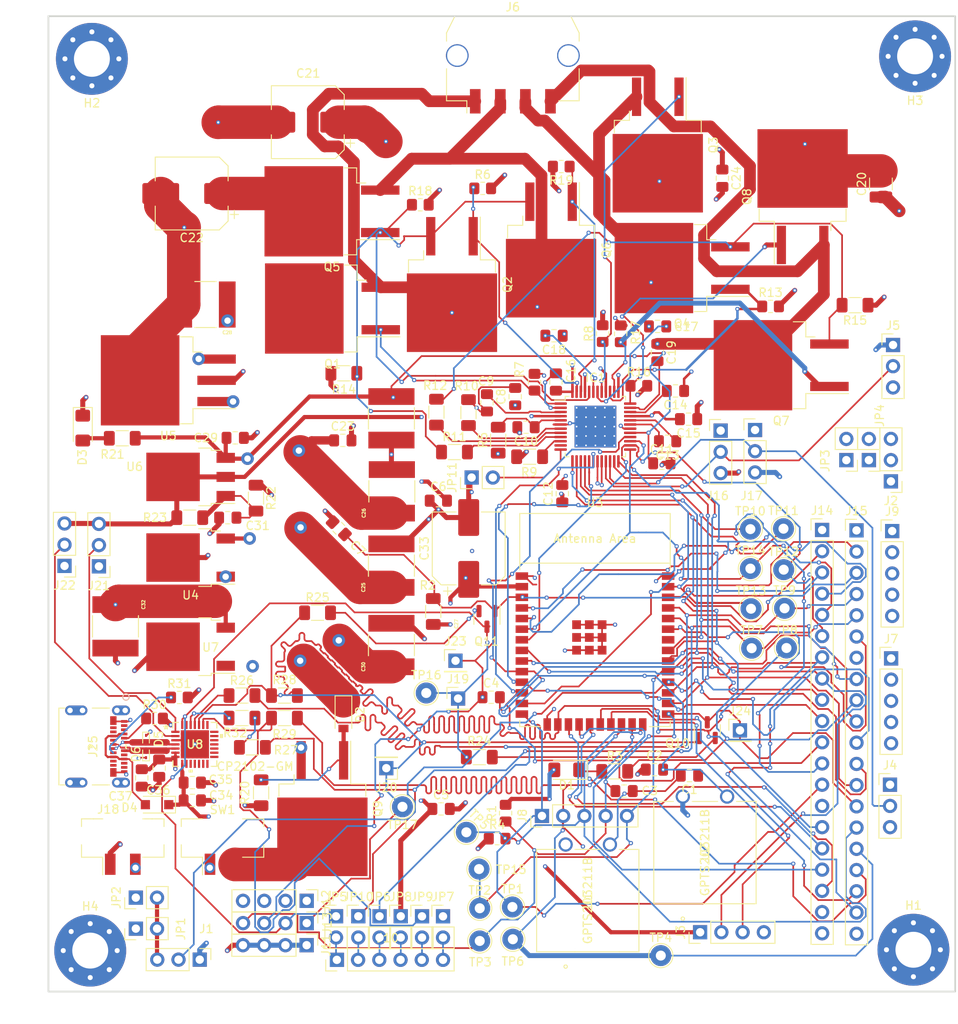
<source format=kicad_pcb>
(kicad_pcb (version 20211014) (generator pcbnew)
  (layers (0 "F.Cu" signal) (1 "In1.Cu" power "GND") (2 "In2.Cu" power "POWER") (31 "B.Cu" signal) (34 "B.Paste" user) (35 "F.Paste" user) (36 "B.SilkS" user "B.Silkscreen") (37 "F.SilkS" user "F.Silkscreen") (38 "B.Mask" user) (39 "F.Mask" user) (44 "Edge.Cuts" user))
  (net 0 "")
  (net 1 "POWER-IN-")
  (net 2 "Net-(C1-Pad2)")
  (net 3 "Net-(C2-Pad2)")
  (net 4 "/ESP32/IO0")
  (net 5 "/ESP32/EN")
  (net 6 "VDD33")
  (net 7 "+24V")
  (net 8 "Net-(C9-Pad1)")
  (net 9 "Net-(C10-Pad1)")
  (net 10 "5V-LEDS")
  (net 11 "Net-(C13-Pad1)")
  (net 12 "Net-(C13-Pad2)")
  (net 13 "Net-(C14-Pad2)")
  (net 14 "/TMC5160-SMD/GREEN")
  (net 15 "Net-(C16-Pad2)")
  (net 16 "/TMC5160-SMD/BLUE")
  (net 17 "Net-(C17-Pad2)")
  (net 18 "/TMC5160-SMD/BLACK")
  (net 19 "Net-(C18-Pad2)")
  (net 20 "/TMC5160-SMD/RED")
  (net 21 "Net-(C19-Pad2)")
  (net 22 "+12V")
  (net 23 "Net-(D1-Pad1)")
  (net 24 "Net-(D2-Pad2)")
  (net 25 "Net-(D3-Pad2)")
  (net 26 "Net-(D4-Pad2)")
  (net 27 "Net-(IC1-Pad1)")
  (net 28 "Net-(IC1-Pad7)")
  (net 29 "Net-(IC1-Pad8)")
  (net 30 "Net-(IC1-Pad9)")
  (net 31 "Net-(IC1-Pad10)")
  (net 32 "/TMC5160-SMD/CLK")
  (net 33 "/CS")
  (net 34 "/CLK")
  (net 35 "/MOSI")
  (net 36 "/MISO")
  (net 37 "/ESP32/IO26")
  (net 38 "/ESP32/IO27")
  (net 39 "/TMC5160-SMD/SD_MODE")
  (net 40 "/TMC5160-SMD/SPI_MODE")
  (net 41 "/ESP32/IO4")
  (net 42 "/ESP32/IO16")
  (net 43 "/ESP32/IO14")
  (net 44 "/ESP32/IO35")
  (net 45 "/ESP32/IO34")
  (net 46 "/ESP32/IO25")
  (net 47 "Net-(IC1-Pad36)")
  (net 48 "Net-(IC1-Pad38)")
  (net 49 "Net-(IC1-Pad39)")
  (net 50 "Net-(IC1-Pad41)")
  (net 51 "Net-(IC1-Pad44)")
  (net 52 "Net-(IC1-Pad46)")
  (net 53 "Net-(IC1-Pad47)")
  (net 54 "/ESP32/IO17")
  (net 55 "Net-(J1-Pad3)")
  (net 57 "Net-(J2-Pad3)")
  (net 58 "/ESP32/IO33")
  (net 59 "/ESP32/IO32")
  (net 60 "/ESP32/IO12")
  (net 61 "/ESP32/IO15")
  (net 62 "/ESP32/IO2")
  (net 63 "Net-(J10-Pad1)")
  (net 64 "Net-(J10-Pad2)")
  (net 65 "Net-(J10-Pad3)")
  (net 66 "Net-(J10-Pad4)")
  (net 67 "Net-(J10-Pad5)")
  (net 68 "Net-(J10-Pad6)")
  (net 69 "/ESP32/Micro SUB & USB-UART/RTS")
  (net 70 "/ESP32/DTR")
  (net 71 "/ESP32/SENSOR_VP")
  (net 72 "/ESP32/SENSOR_VN")
  (net 73 "/ESP32/IO13")
  (net 74 "/ESP32/SD2")
  (net 75 "/ESP32/SD3")
  (net 76 "/ESP32/CMD")
  (net 78 "/ESP32/IO22")
  (net 79 "/ESP32/TXD0")
  (net 80 "/ESP32/RXD0")
  (net 81 "/ESP32/IO21")
  (net 82 "/ESP32/SD1")
  (net 83 "/ESP32/SD0")
  (net 84 "/ESP32/CLK")
  (net 86 "POWER-IN+")
  (net 87 "/ESP32/Micro SUB & USB-UART/DCD")
  (net 88 "/ESP32/Micro SUB & USB-UART/RI")
  (net 89 "/ESP32/CTS")
  (net 90 "Net-(Q2-Pad3)")
  (net 91 "Net-(Q4-Pad3)")
  (net 92 "Net-(Q9-Pad2)")
  (net 93 "Net-(Q10-Pad2)")
  (net 94 "Net-(Q11-Pad2)")
  (net 95 "/ESP32/Micro SUB & USB-UART/RXD")
  (net 96 "/ESP32/Micro SUB & USB-UART/TXD")
  (net 97 "Net-(R32-Pad1)")
  (net 99 "/ESP32/Micro SUB & USB-UART/ACTIVE")
  (net 100 "/ESP32/Micro SUB & USB-UART/DSR")
  (net 101 "/ESP32/Micro SUB & USB-UART/USB-D_P")
  (net 102 "/ESP32/Micro SUB & USB-UART/USB-D_N")
  (net 103 "EXT_5V")
  (net 104 "Net-(C31-Pad1)")
  (net 118 "+5V")
  (net 121 "Net-(J25-PadA5)")
  (net 127 "Net-(J25-PadB5)")
  (footprint "Connector_PinHeader_2.54mm:PinHeader_1x05_P2.54mm_Vertical" (layer "F.Cu") (at 205.232 121.539)
    (fp_text reference "J7")
    (fp_text value "Conn_01x05_Female")
  )
  (footprint "Connector_PinHeader_2.54mm:PinHeader_1x05_P2.54mm_Vertical" (layer "F.Cu") (at 205.359 106.299)
    (fp_text reference "J9")
    (fp_text value "Conn_01x05_Female")
  )
  (footprint "Resistor_SMD:R_1206_3216Metric_Pad1.30x1.75mm_HandSolder" (layer "F.Cu") (at 172.1612 135.0518)
    (fp_text reference "R3")
    (fp_text value "~")
  )
  (footprint "LED_SMD:LED_1206_3216Metric_Pad1.42x1.75mm_HandSolder" (layer "F.Cu") (at 166.4208 134.874 180)
    (fp_text reference "D1")
    (fp_text value "~")
  )
  (footprint "SWITCH_03211B:GPTS203211B" (layer "F.Cu") (at 180.3062 138.069 90)
    (fp_text reference "U2")
    (fp_text value "GPTS203211B")
  )
  (footprint "MountingHole:MountingHole_4.3mm_M4_Pad_Via" (layer "F.Cu") (at 208.1 49.5 180)
    (fp_text reference "H3")
    (fp_text value "MountingHole")
  )
  (footprint "Resistor_SMD:R_1206_3216Metric_Pad1.30x1.75mm_HandSolder" (layer "F.Cu") (at 128.8028 132.1816 180)
    (fp_text reference "R27")
    (fp_text value "0R")
  )
  (footprint "Diode_SMD:D_SOD-123F" (layer "F.Cu") (at 117.3988 139.0396 180)
    (fp_text reference "D4")
    (fp_text value "1N5819")
  )
  (footprint "Package_TO_SOT_SMD:TO-263-2" (layer "F.Cu") (at 164.5412 72.6694 -90)
    (fp_text reference "Q6")
    (fp_text value "IRLZ44N-SPBF")
  )
  (footprint "Resistor_SMD:R_1206_3216Metric_Pad1.30x1.75mm_HandSolder" (layer "F.Cu") (at 113.2332 95.1992)
    (fp_text reference "R21")
    (fp_text value "R150K")
  )
  (footprint "Diode_SMD:D_SOD-923" (layer "F.Cu") (at 116.078 131.1656 -90)
    (fp_text reference "D5")
    (fp_text value "ESD9B5.0ST5G")
  )
  (footprint "MountingHole:MountingHole_4.3mm_M4_Pad_Via" (layer "F.Cu") (at 109.4 156.5)
    (fp_text reference "H4")
    (fp_text value "MountingHole")
  )
  (footprint "Connector_PinHeader_2.54mm:PinHeader_1x02_P2.54mm_Vertical" (layer "F.Cu") (at 144.018 152.4)
    (fp_text reference "JP6")
    (fp_text value "Jumper_2_Bridged")
  )
  (footprint "KRM55TR71H-Murata-CAP:CAPC6153X500N" (layer "F.Cu") (at 145.4404 110.4392 90)
    (fp_text reference "C25")
    (fp_text value "22uF")
  )
  (footprint "Capacitor_SMD:C_0805_2012Metric_Pad1.18x1.45mm_HandSolder" (layer "F.Cu") (at 139.144177 105.971777 135)
    (fp_text reference "C7")
    (fp_text value "1uF")
  )
  (footprint "Resistor_SMD:R_1206_3216Metric_Pad1.30x1.75mm_HandSolder" (layer "F.Cu") (at 150.4442 115.9256 90)
    (fp_text reference "R2")
    (fp_text value "R10K")
  )
  (footprint "Capacitor_SMD:C_0805_2012Metric_Pad1.18x1.45mm_HandSolder" (layer "F.Cu") (at 176.911 134.8486)
    (fp_text reference "C2")
    (fp_text value "0.1uF")
  )
  (footprint "CP2102-GM:CP2102-GM" (layer "F.Cu") (at 121.919189 131.820267)
    (fp_text reference "U8")
    (fp_text value "CP2102-GM")
  )
  (footprint "Connector_PinHeader_2.54mm:PinHeader_1x04_P2.54mm_Vertical" (layer "F.Cu") (at 135.3058 153.2128 -90)
    (fp_text reference "J13")
    (fp_text value "~")
  )
  (footprint "Connector_PinHeader_2.54mm:PinHeader_1x06_P2.54mm_Vertical" (layer "F.Cu") (at 138.9126 157.607 90)
    (fp_text reference "J10")
    (fp_text value "~")
  )
  (footprint "Resistor_SMD:R_0805_2012Metric_Pad1.20x1.40mm_HandSolder" (layer "F.Cu") (at 190.8048 79.4258)
    (fp_text reference "R13")
    (fp_text value "R10K")
  )
  (footprint "Capacitor_SMD:C_1210_3225Metric_Pad1.33x2.70mm_HandSolder" (layer "F.Cu") (at 204.0128 64.77 90)
    (fp_text reference "C20")
    (fp_text value "4.7uF")
  )
  (footprint "Capacitor_SMD:C_0805_2012Metric_Pad1.18x1.45mm_HandSolder" (layer "F.Cu") (at 185.039 64.0842 -90)
    (fp_text reference "C24")
    (fp_text value "0.47uF")
  )
  (footprint "Connector_PinHeader_2.54mm:PinHeader_1x03_P2.54mm_Vertical" (layer "F.Cu") (at 205.105 136.652)
    (fp_text reference "J4")
    (fp_text value "Conn_01x03_Female")
  )
  (footprint "Capacitor_SMD:C_0805_2012Metric_Pad1.18x1.45mm_HandSolder" (layer "F.Cu") (at 173.2788 137.414)
    (fp_text reference "C3")
    (fp_text value "1uF")
  )
  (footprint "Capacitor_SMD:C_0805_2012Metric_Pad1.18x1.45mm_HandSolder" (layer "F.Cu") (at 121.6152 138.5316 180)
    (fp_text reference "C34")
    (fp_text value "1uF")
  )
  (footprint "Connector_PinHeader_2.54mm:PinHeader_1x20_P2.54mm_Vertical" (layer "F.Cu") (at 196.977 106.172)
    (fp_text reference "J14")
    (fp_text value "Conn_01x20_Male")
  )
  (footprint "Resistor_SMD:R_0805_2012Metric_Pad1.20x1.40mm_HandSolder" (layer "F.Cu") (at 156.3624 65.3034)
    (fp_text reference "R6")
    (fp_text value "R10K")
  )
  (footprint "Resistor_SMD:R_0805_2012Metric_Pad1.20x1.40mm_HandSolder" (layer "F.Cu") (at 165.7604 62.6872 180)
    (fp_text reference "R19")
    (fp_text value "R10K")
  )
  (footprint "MountingHole:MountingHole_4.3mm_M4_Pad_Via" (layer "F.Cu") (at 207.9 156.4)
    (fp_text reference "H1")
    (fp_text value "MountingHole")
  )
  (footprint "Molex-USB-C:1054500101" (layer "F.Cu") (at 109.728 132.08 -90)
    (fp_text reference "J25")
    (fp_text value "~")
  )
  (footprint "Connector_PinHeader_2.54mm:PinHeader_1x02_P2.54mm_Vertical" (layer "F.Cu") (at 114.8538 150.1648 90)
    (fp_text reference "JP2")
    (fp_text value "Jumper_2_Bridged")
  )
  (footprint "Package_TO_SOT_SMD:TO-263-2" (layer "F.Cu") (at 177.311 60.1116 -90)
    (fp_text reference "Q3")
    (fp_text value "IRLZ44N-SPBF")
  )
  (footprint "Resistor_SMD:R_1206_3216Metric_Pad1.30x1.75mm_HandSolder" (layer "F.Cu") (at 155.956 133.35)
    (fp_text reference "R24")
    (fp_text value "10K")
  )
  (footprint "Connector_PinHeader_2.54mm:PinHeader_1x03_P2.54mm_Vertical" (layer "F.Cu") (at 106.3244 110.475 180)
    (fp_text reference "J22")
    (fp_text value "Conn_01x03_Female")
  )
  (footprint "TestPoint:TestPoint_THTPad_D2.5mm_Drill1.2mm" (layer "F.Cu") (at 192.7098 120.2944)
    (fp_text reference "TP8")
    (fp_text value "TestPoint")
  )
  (footprint "KRM55TR71H-Murata-CAP:CAPC6153X500N" (layer "F.Cu") (at 145.4404 92.8116 -90)
    (fp_text reference "C27")
    (fp_text value "22uF")
  )
  (footprint "Package_TO_SOT_SMD:TO-263-2" (layer "F.Cu") (at 138.3284 68.0466 180)
    (fp_text reference "Q5")
    (fp_text value "IRLZ44N-SPBF")
  )
  (footprint "KRM55TR71H-Murata-CAP:CAPC6153X500N" (layer "F.Cu") (at 145.4404 119.9388 90)
    (fp_text reference "C30")
    (fp_text value "22uF")
  )
  (footprint "Package_TO_SOT_SMD:SOT-23" (layer "F.Cu") (at 183.2356 130.1236 90)
    (fp_text reference "Q10")
    (fp_text value "S8050")
  )
  (footprint "TestPoint:TestPoint_THTPad_D2.5mm_Drill1.2mm" (layer "F.Cu") (at 188.468 115.5954)
    (fp_text reference "TP13")
    (fp_text value "~")
  )
  (footprint "Package_QFP:TQFP-48-1EP_7x7mm_P0.5mm_EP5x5mm_ThermalVias" (layer "F.Cu") (at 169.8498 93.8022)
    (property "VALUE" "TMC5160-TA")
    (fp_text reference "IC1")
    (fp_text value "TMC5160-TA")
  )
  (footprint "TestPoint:TestPoint_THTPad_D2.5mm_Drill1.2mm" (layer "F.Cu") (at 154.4066 142.3416 -45)
    (fp_text reference "TP5")
    (fp_text value "~")
  )
  (footprint "Capacitor_SMD:C_0805_2012Metric_Pad1.18x1.45mm_HandSolder" (layer "F.Cu") (at 177.8 98.1964)
    (fp_text reference "C11")
    (fp_text value "0.47uF")
  )
  (footprint "Resistor_SMD:R_0805_2012Metric_Pad1.20x1.40mm_HandSolder" (layer "F.Cu") (at 170.7134 82.677 90)
    (fp_text reference "R8")
    (fp_text value "R10K")
  )
  (footprint "Resistor_SMD:R_1206_3216Metric_Pad1.30x1.75mm_HandSolder" (layer "F.Cu") (at 127.5588 125.984 180)
    (fp_text reference "R26")
    (fp_text value "R0")
  )
  (footprint "MountingHole:MountingHole_4.3mm_M4_Pad_Via" (layer "F.Cu") (at 109.6 49.8 180)
    (fp_text reference "H2")
    (fp_text value "MountingHole")
  )
  (footprint "Package_TO_SOT_SMD:TO-263-2" (layer "F.Cu") (at 192.0748 86.4616 180)
    (fp_text reference "Q7")
    (fp_text value "IRLZ44N-SPBF")
  )
  (footprint "Resistor_SMD:R_1206_3216Metric_Pad1.30x1.75mm_HandSolder" (layer "F.Cu") (at 158.2166 95.4278 90)
    (fp_text reference "R5")
    (fp_text value "R2.2")
  )
  (footprint "Capacitor_SMD:C_0805_2012Metric_Pad1.18x1.45mm_HandSolder" (layer "F.Cu") (at 179.4256 89.535 180)
    (fp_text reference "C14")
    (fp_text value "0.1uF")
  )
  (footprint "Connector_PinHeader_2.54mm:PinHeader_1x02_P2.54mm_Vertical" (layer "F.Cu") (at 202.568236 97.815401 180)
    (fp_text reference "JP4")
    (fp_text value "Jumper_2_Bridged")
  )
  (footprint "Resistor_SMD:R_1206_3216Metric_Pad1.30x1.75mm_HandSolder" (layer "F.Cu") (at 150.8252 92.075 -90)
    (fp_text reference "R12")
    (fp_text value "R47")
  )
  (footprint "Capacitor_SMD:C_0805_2012Metric_Pad1.18x1.45mm_HandSolder" (layer "F.Cu") (at 177.2666 84.9376 -90)
    (fp_text reference "C19")
    (fp_text value "0.1uF")
  )
  (footprint "Resistor_SMD:R_1206_3216Metric_Pad1.30x1.75mm_HandSolder" (layer "F.Cu") (at 121.3104 104.6988)
    (fp_text reference "R23")
    (fp_text value "R3.3K")
  )
  (footprint "TestPoint:TestPoint_THTPad_D2.5mm_Drill1.2mm" (layer "F.Cu") (at 146.7612 139.2936 180)
    (fp_text reference "TP17")
    (fp_text value "~")
  )
  (footprint "Resistor_SMD:R_0805_2012Metric_Pad1.20x1.40mm_HandSolder" (layer "F.Cu") (at 172.8724 82.7024 90)
    (fp_text reference "R17")
    (fp_text value "R10K")
  )
  (footprint "Capacitor_SMD:C_0805_2012Metric_Pad1.18x1.45mm_HandSolder" (layer "F.Cu") (at 180.9965 92.9132 180)
    (fp_text reference "C15")
    (fp_text value "0.1uF")
  )
  (footprint "LED_SMD:LED_1206_3216Metric_Pad1.42x1.75mm_HandSolder" (layer "F.Cu") (at 108.5088 93.98 -90)
    (fp_text reference "D3")
    (fp_text value "~")
  )
  (footprint "TestPoint:TestPoint_THTPad_D2.5mm_Drill1.2mm" (layer "F.Cu") (at 159.9692 155.1432)
    (fp_text reference "TP6")
    (fp_text value "TestPoint")
  )
  (footprint "Resistor_SMD:R_1206_3216Metric_Pad1.30x1.75mm_HandSolder" (layer "F.Cu") (at 152.9842 96.8502)
    (fp_text reference "R11")
    (fp_text value "R47")
  )
  (footprint "Diode_SMD:D_SOD-123" (layer "F.Cu") (at 139.7 128.27 -90)
    (fp_text reference "D2")
    (fp_text value "10V-Zener")
  )
  (footprint "TestPoint:TestPoint_THTPad_D2.5mm_Drill1.2mm" (layer "F.Cu") (at 192.3542 106.0196)
    (fp_text reference "TP11")
    (fp_text value "~")
  )
  (footprint "Resistor_SMD:R_1206_3216Metric_Pad1.30x1.75mm_HandSolder" (layer "F.Cu") (at 161.9758 97.409)
    (fp_text reference "R9")
    (fp_text value "R47")
  )
  (footprint "TestPoint:TestPoint_THTPad_D2.5mm_Drill1.2mm" (layer "F.Cu") (at 177.673 157.099)
    (fp_text reference "TP4")
    (fp_text value "TestPoint")
  )
  (footprint "SWITCH_03211B:GPTS203211B" (layer "F.Cu") (at 166.2854 143.8094 90)
    (fp_text reference "U1")
    (fp_text value "GPTS203211B")
  )
  (footprint "Resistor_SMD:R_1206_3216Metric_Pad1.30x1.75mm_HandSolder" (layer "F.Cu") (at 129.8448 137.6172 -90)
    (fp_text reference "R20")
    (fp_text value "R100K")
  )
  (footprint "Capacitor_SMD:C_0805_2012Metric_Pad1.18x1.45mm_HandSolder" (layer "F.Cu") (at 126.746 95.1484)
    (fp_text reference "C29")
    (fp_text value "10uF")
  )
  (footprint "Package_TO_SOT_SMD:TO-252-3_TabPin2" (layer "F.Cu") (at 121.412 99.822 180)
    (fp_text reference "U6")
    (fp_text value "~")
  )
  (footprint "Connector_PinHeader_2.54mm:PinHeader_1x02_P2.54mm_Vertical" (layer "F.Cu") (at 141.478 152.395)
    (fp_text reference "JP10")
    (fp_text value "Jumper_2_Bridged")
  )
  (footprint "Connector_PinHeader_2.54mm:PinHeader_1x02_P2.54mm_Vertical" (layer "F.Cu") (at 114.8588 153.8732 90)
    (fp_text reference "JP1")
    (fp_text value "Jumper_2_Bridged")
  )
  (footprint "Connector_PinHeader_2.54mm:PinHeader_1x01_P2.54mm_Vertical" (layer "F.Cu") (at 187.1472 130.1496)
    (fp_text reference "J24")
    (fp_text value "~")
  )
  (footprint "Connector_PinHeader_2.54mm:PinHeader_1x04_P2.54mm_Vertical" (layer "F.Cu") (at 135.3058 150.5458 -90)
    (fp_text reference "J12")
    (fp_text value "Conn_01x04_Female")
  )
  (footprint "Capacitor_SMD:C_0805_2012Metric_Pad1.18x1.45mm_HandSolder" (layer "F.Cu") (at 151.0538 102.6668)
    (fp_text reference "C6")
    (fp_text value "0.1uF")
  )
  (footprint "Resistor_SMD:R_1206_3216Metric_Pad1.30x1.75mm_HandSolder" (layer "F.Cu") (at 127.5588 128.6764)
    (fp_text reference "R32")
    (fp_text value "10K")
  )
  (footprint "TestPoint:TestPoint_THTPad_D2.5mm_Drill1.2mm" (layer "F.Cu") (at 156.0068 151.4348)
    (fp_text reference "TP2")
    (fp_text value "TestPoint")
  )
  (footprint "Capacitor_SMD:C_0805_2012Metric_Pad1.18x1.45mm_HandSolder" (layer "F.Cu") (at 181.102 135.5598 180)
    (fp_text reference "C1")
    (fp_text value "0.1uF")
  )
  (footprint "KRM55TR71H-Murata-CAP:CAPC6153X500N" (layer "F.Cu") (at 123.19 79.1972 180)
    (fp_text reference "C28")
    (fp_text value "22uF")
  )
  (footprint "TestPoint:TestPoint_THTPad_D2.5mm_Drill1.2mm" (layer "F.Cu") (at 188.5442 120.3198)
    (fp_text reference "TP7")
    (fp_text value "TestPoint")
  )
  (footprint "CP2102-GM:CP2102-GM" (layer "F.Cu") (at 121.92 131.826)
    (fp_text reference "U8")
    (fp_text value "CP2102-GM")
  )
  (footprint "Capacitor_SMD:C_0805_2012Metric_Pad1.18x1.45mm_HandSolder" (layer "F.Cu") (at 165.8874 101.8325 90)
    (fp_text reference "C12")
    (fp_text value "0.1uF")
  )
  (footprint "Espressif:ESP32-WROOM-32E" (layer "F.Cu") (at 169.8 118.7)
    (fp_text reference "U3")
    (fp_text value "ESP32-WROOM-E")
  )
  (footprint "Capacitor_SMD:C_0805_2012Metric_Pad1.18x1.45mm_HandSolder" (layer "F.Cu") (at 165.1254 88.4682 90)
    (fp_text reference "C16")
    (fp_text value "0.1uF")
  )
  (footprint "Connector_PinHeader_2.54mm:PinHeader_1x02_P2.54mm_Vertical" (layer "F.Cu") (at 151.6126 152.4)
    (fp_text reference "JP7")
    (fp_text value "Jumper_2_Bridged")
  )
  (footprint "Connector_PinHeader_2.54mm:PinHeader_1x20_P2.54mm_Vertical" (layer "F.Cu") (at 201.0918 106.2228)
    (fp_text reference "J15")
    (fp_text value "Conn_01x20_Male")
  )
  (footprint "Connector_PinHeader_2.54mm:PinHeader_1x04_P2.54mm_Vertical" (layer "F.Cu") (at 135.2958 155.8544 -90)
    (fp_text reference "J11")
    (fp_text value "~")
  )
  (footprint "TestPoint:TestPoint_THTPad_D2.5mm_Drill1.2mm" (layer "F.Cu") (at 192.4812 115.5446)
    (fp_text reference "TP9")
    (fp_text value "TestPoint")
  )
  (footprint "Capacitor_SMD:C_0805_2012Metric_Pad1.18x1.45mm_HandSolder" (layer "F.Cu") (at 115.57 135.8392 -90)
    (fp_text reference "C37")
    (fp_text value "1uF")
  )
  (footprint "Diode_SMD:D_SOD-923" (layer "F.Cu") (at 116.078 132.9944 90)
    (fp_text reference "D6")
    (fp_text value "ESD9B5.0ST5G")
  )
  (footprint "Connector_Molex:Molex_Micro-Fit_3.0_43650-0410_1x04-1MP_P3.00mm_Horizontal" (layer "F.Cu") (at 159.9692 49.7586)
    (fp_text reference "J6")
    (fp_text value "Conn_01x04_Female")
  )
  (footprint "TestPoint:TestPoint_THTPad_D2.5mm_Drill1.2mm" (layer "F.Cu") (at 155.923573 146.74345)
    (fp_text reference "TP15")
    (fp_text value "TestPoint")
  )
  (footprint "Connector_Molex:Molex_Micro-Fit_3.0_43650-0221_1x02_P3.00mm_Vertical" (layer "F.Cu") (at 113.293112 143.03304)
    (fp_text reference "J18")
    (fp_text value "Conn_01x02_Female")
  )
  (footprint "Package_TO_SOT_SMD:TO-263-3_TabPin2" (layer "F.Cu") (at 118.745 88.265 180)
    (fp_text reference "U5")
    (fp_text value "~")
  )
  (footprint "Capacitor_SMD:C_0805_2012Metric_Pad1.18x1.45mm_HandSolder" (layer "F.Cu") (at 160.2486 90.2208 90)
    (fp_text reference "C8")
    (fp_text value "0.1uF")
  )
  (footprint "Resistor_SMD:R_0805_2012Metric_Pad1.20x1.40mm_HandSolder" (layer "F.Cu") (at 120.0658 126.2126)
    (fp_text reference "R31")
    (fp_text value "5K")
  )
  (footprint "Package_TO_SOT_SMD:TO-263-2" (layer "F.Cu") (at 194.6402 66.294 90)
    (fp_text reference "Q8")
    (fp_text value "IRLZ44N-SPBF")
  )
  (footprint "Connector_PinHeader_2.54mm:PinHeader_1x01_P2.54mm_Vertical" (layer "F.Cu") (at 144.8308 134.6708 180)
    (fp_text reference "J20")
    (fp_text value "~")
  )
  (footprint "Resistor_SMD:R_1206_3216Metric_Pad1.30x1.75mm_HandSolder" (layer "F.Cu") (at 136.6012 116.078)
    (fp_text reference "R25")
    (fp_text value "10K")
  )
  (footprint "Capacitor_SMD:C_0805_2012Metric_Pad1.18x1.45mm_HandSolder" (layer "F.Cu") (at 117.6528 134.6708 -90)
    (fp_text reference "C36")
    (fp_text value "1uF")
  )
  (footprint "Connector_PinHeader_2.54mm:PinHeader_1x03_P2.54mm_Vertical" (layer "F.Cu") (at 205.4606 84.038199)
    (fp_text reference "J5")
    (fp_text value "Conn_01x03_Female")
  )
  (footprint "KRM55TR71H-Murata-CAP:CAPC6153X500N" (layer "F.Cu") (at 112.4204 117.7036 -90)
    (fp_text reference "C32")
    (fp_text value "22uF")
  )
  (footprint "Capacitor_SMD:CP_Elec_8x10.5" (layer "F.Cu") (at 121.539 65.913 180)
    (fp_text reference "C22")
    (fp_text value "22uF")
  )
  (footprint "Resistor_SMD:R_0805_2012Metric_Pad1.20x1.40mm_HandSolder" (layer "F.Cu") (at 159.1056 140.0556 90)
    (fp_text reference "R1")
    (fp_text value "5K")
  )
  (footprint "Capacitor_SMD:C_0805_2012Metric_Pad1.18x1.45mm_HandSolder" (layer "F.Cu") (at 164.8968 82.931 180)
    (fp_text reference "C18")
    (fp_text value "0.1uF")
  )
  (footprint "Capacitor_SMD:C_0805_2012Metric_Pad1.18x1.45mm_HandSolder" (layer "F.Cu") (at 178.4858 95.5548 180)
    (fp_text reference "C13")
    (fp_text value "0.022uF")
  )
  (footprint "Resistor_SMD:R_0805_2012Metric_Pad1.20x1.40mm_HandSolder" (layer "F.Cu") (at 158.0896 143.1036)
    (fp_text reference "R4")
    (fp_text value "5K")
  )
  (footprint "Resistor_SMD:R_1206_3216Metric_Pad1.30x1.75mm_HandSolder" (layer "F.Cu") (at 154.6606 92.1258 -90)
    (fp_text reference "R10")
    (fp_text value "R47")
  )
  (footprint "Package_TO_SOT_SMD:TO-263-2" (layer "F.Cu") (at 138.3894 79.6734 180)
    (fp_text reference "Q1")
    (fp_text value "IRLZ44N-SPBF")
  )
  (footprint "TestPoint:TestPoint_THTPad_D2.5mm_Drill1.2mm" (layer "F.Cu") (at 192.3796 110.9218)
    (fp_text reference "TP12")
    (fp_text value "~")
  )
  (footprint "Connector_PinHeader_2.54mm:PinHeader_1x02_P2.54mm_Vertical" (layer "F.Cu") (at 149.098 152.4)
    (fp_text reference "JP9")
    (fp_text value "Jumper_2_Bridged")
  )
  (footprint "Connector_PinHeader_2.54mm:PinHeader_1x03_P2.54mm_Vertical" (layer "F.Cu") (at 110.4392 110.5258 180)
    (fp_text reference "J21")
    (fp_text value "Conn_01x03_Female")
  )
  (footprint "Capacitor_SMD:CP_Elec_8x10.5" (layer "F.Cu") (at 135.4328 57.3786 180)
    (fp_text reference "C21")
    (fp_text value "22uF")
  )
  (footprint "Capacitor_SMD:C_0805_2012Metric_Pad1.18x1.45mm_HandSolder" (layer "F.Cu") (at 156.8704 90.9574 -90)
    (fp_text reference "C9")
    (fp_text value "2.2uF")
  )
  (footprint "Capacitor_SMD:C_0805_2012Metric_Pad1.18x1.45mm_HandSolder" (layer "F.Cu") (at 177.292 81.8134)
    (fp_text reference "C17")
    (fp_text value "0.1uF")
  )
  (footprint "Capacitor_SMD:C_0805_2012Metric_Pad1.18x1.45mm_HandSolder" (layer "F.Cu") (at 161.544 93.8784 180)
    (fp_text reference "C10")
    (fp_text value "2.2uF")
  )
  (footprint "Connector_PinHeader_2.54mm:PinHeader_1x04_P2.54mm_Vertical" (layer "F.Cu") (at 182.382 154.305 90)
    (fp_text reference "J3")
    (fp_text value "Conn_01x04_Male")
  )
  (footprint "TestPoint:TestPoint_THTPad_D2.5mm_Drill1.2mm" (layer "F.Cu") (at 149.606 125.6792)
    (fp_text reference "TP16")
    (fp_text value "~")
  )
  (footprint "Resistor_SMD:R_0805_2012Metric_Pad1.20x1.40mm_HandSolder" (layer "F.Cu") (at 162.56 88.4936 90)
    (fp_text reference "R7")
    (fp_text value "R10K")
  )
  (footprint "Capacitor_SMD:C_0805_2012Metric_Pad1.18x1.45mm_HandSolder" (layer "F.Cu") (at 139.6238 95.4532)
    (fp_text reference "C23")
    (fp_text value "0.47uF")
  )
  (footprint "Connector_PinHeader_2.54mm:PinHeader_1x03_P2.54mm_Vertical" (layer "F.Cu") (at 122.5042 157.5816 -90)
    (fp_text reference "J1")
    (fp_text value "Conn_01x03_Female")
  )
  (footprint "Connector_PinHeader_2.54mm:PinHeader_1x02_P2.54mm_Vertical" (layer "F.Cu") (at 155.0366 99.8982 90)
    (fp_text reference "JP11")
    (fp_text value "Jumper_2_Bridged")
  )
  (footprint "Connector_Molex:Molex_Micro-Fit_3.0_43650-0221_1x02_P3.00mm_Vertical" (layer "F.Cu") (at 125.231112 143.03304)
    (fp_text reference "SW1")
    (fp_text value "SW_Push")
  )
  (footprint "Package_TO_SOT_SMD:TO-263-2" (layer "F.Cu") (at 180.2232 74.8348 180)
    (fp_text reference "Q4")
    (fp_text value "IRLZ44N-SPBF")
  )
  (footprint "TestPoint:TestPoint_THTPad_D2.5mm_Drill1.2mm" (layer "F.Cu") (at 156.0068 155.3464)
    (fp_text reference "TP3")
    (fp_text value "TestPoint")
  )
  (footprint "Resistor_SMD:R_1206_3216Metric_Pad1.30x1.75mm_HandSolder" (layer "F.Cu") (at 132.6388 128.6764 180)
    (fp_text reference "R29")
    (fp_text value "0R")
  )
  (footprint "Connector_PinHeader_2.54mm:PinHeader_1x01_P2.54mm_Vertical" (layer "F.Cu") (at 153.416 126.3396)
    (fp_text reference "J19")
    (fp_text value "~")
  )
  (footprint "Connector_PinHeader_2.54mm:PinHeader_1x03_P2.54mm_Vertical" (layer "F.Cu") (at 188.9506 94.2086)
    (fp_text reference "J17")
    (fp_text value "Conn_01x03_Male")
  )
  (footprint "Capacitor_SMD:C_0805_2012Metric_Pad1.18x1.45mm_HandSolder" (layer "F.Cu") (at 125.8609 104.6988 180)
    (fp_text reference "C31")
    (fp_text value "10uF")
  )
  (footprint "Resistor_SMD:R_0805_2012Metric_Pad1.20x1.40mm_HandSolder" (layer "F.Cu") (at 175.0474 88.9254)
    (fp_text reference "R16")
    (fp_text value "R10K")
  )
  (footprint "Connector_PinHeader_2.54mm:PinHeader_1x05_P2.54mm_Vertical" (layer "F.Cu") (at 163.454 140.3858 90)
    (fp_text reference "J8")
    (fp_text value "~")
  )
  (footprint "Capacitor_SMD:C_0805_2012Metric_Pad1.18x1.45mm_HandSolder" (layer "F.Cu") (at 121.6152 136.398 180)
    (fp_text reference "C35")
    (fp_text value "1uF")
  )
  (footprint "Resistor_SMD:R_0805_2012Metric_Pad1.20x1.40mm_HandSolder" (layer "F.Cu") (at 117.094 128.7272)
    (fp_text reference "R30")
    (fp_text value "5K")
  )
  (footprint "Resistor_SMD:R_1206_3216Metric_Pad1.30x1.75mm_HandSolder" (layer "F.Cu") (at 132.6388 125.984 180)
    (fp_text reference "R28")
    (fp_text value "0R")
  )
  (footprint "Capacitor_SMD:C_0805_2012Metric_Pad1.18x1.45mm_HandSolder" (layer "F.Cu") (at 157.3784 126.1872)
    (fp_text reference "C4")
    (fp_text value "1uF")
  )
  (footprint "Capacitor_SMD:C_0805_2012Metric_Pad1.18x1.45mm_HandSolder" (layer "F.Cu") (at 151.384 139.5476)
    (fp_text reference "C5")
    (fp_text value "C22uF")
  )
  (footprint "Resistor_SMD:R_0805_2012Metric_Pad1.20x1.40mm_HandSolder" (layer "F.Cu") (at 148.8948 67.2592)
    (fp_text reference "R18")
    (fp_text value "R10K")
  )
  (footprint "Connector_PinHeader_2.54mm:PinHeader_1x02_P2.54mm_Vertical" (layer "F.Cu") (at 199.872601 97.815401 180)
    (fp_text reference "JP3")
    (fp_text value "Jumper_2_Bridged")
  )
  (footprint "Package_TO_SOT_SMD:TO-252-2" (layer "F.Cu") (at 121.412 109.474 180)
    (fp_text reference "U4")
    (fp_text value "~")
  )
  (footprint "Package_TO_SOT_SMD:SOT-23" (layer "F.Cu") (at 156.8704 116.814 -90)
    (fp_text reference "Q11")
    (fp_text value "~")
  )
  (footprint "Connector_PinHeader_2.54mm:PinHeader_1x03_P2.54mm_Vertical" (layer "F.Cu") (at 184.8358 94.2848)
    (fp_text reference "J16")
    (fp_text value "Conn_01x03_Male")
  )
  (footprint "Package_TO_SOT_SMD:TO-263-2" (layer "F.Cu") (at 137.179 139.512 -90)
    (fp_text reference "Q9")
    (fp_text value "IRF7606PBF")
  )
  (footprint "Capacitor_SMD:CP_Elec_8x10.5" (layer "F.Cu") (at 154.686 108.3812 90)
    (fp_text reference "C33")
    (fp_text value "22uF")
  )
  (footprint "Connector_PinHeader_2.54mm:PinHeader_1x01_P2.54mm_Vertical" (layer "F.Cu") (at 153.1112 121.8184)
    (fp_text reference "J23")
    (fp_text value "~")
  )
  (footprint "Resistor_SMD:R_1206_3216Metric_Pad1.30x1.75mm_HandSolder" (layer "F.Cu") (at 129.2352 102.362 -90)
    (fp_text reference "R22")
    (fp_text value "R0")
  )
  (footprint "Connector_PinHeader_2.54mm:PinHeader_1x02_P2.54mm_Vertical" (layer "F.Cu") (at 146.558 152.395)
    (fp_text reference "JP8")
    (fp_text value "Jumper_2_Bridged")
  )
  (footprint "Connector_PinHeader_2.54mm:PinHeader_1x03_P2.54mm_Vertical" (layer "F.Cu") (at 205.2066 100.3554 180)
    (fp_text reference "J2")
    (fp_text value "Conn_01x03_Female")
  )
  (footprint "KRM55TR71H-Murata-CAP:CAPC6153X500N" (layer "F.Cu") (at 145.4912 101.5492 90)
    (fp_text reference "C26")
    (fp_text value "22uF")
  )
  (footprint "TestPoint:TestPoint_THTPad_D2.5mm_Drill1.2mm" (layer "F.Cu") (at 188.3918 110.7948)
    (fp_text reference "TP14")
    (fp_text value "~")
  )
  (footprint "Resistor_SMD:R_1206_3216Metric_Pad1.30x1.75mm_HandSolder" (layer "F.Cu") (at 200.914 79.2734 180)
    (fp_text reference "R15")
    (fp_text value "R0.075")
  )
  (footprint "Connector_PinHeader_2.54mm:PinHeader_1x02_P2.54mm_Vertical" (layer "F.Cu") (at 138.811 152.395)
    (fp_text reference "JP5")
    (fp_text value "~")
  )
  (footprint "Package_TO_SOT_SMD:TO-252-2" (layer "F.Cu") (at 121.412 120.142 180)
    (fp_text reference "U7")
    (fp_text value "~")
  )
  (footprint "TestPoint:TestPoint_THTPad_D2.5mm_Drill1.2mm" (layer "F.Cu") (at 159.9184 151.2824)
    (fp_text reference "TP1")
    (fp_text value "TestPoint")
  )
  (footprint "Package_TO_SOT_SMD:TO-263-2" (layer "F.Cu") (at 152.6858 76.8008 -90)
    (fp_text reference "Q2")
    (fp_text value "IRLZ44N-SPBF")
  )
  (footprint "Resistor_SMD:R_1206_3216Metric_Pad1.30x1.75mm_HandSolder" (layer "F.Cu") (at 139.7508 87.4268)
    (fp_text reference "R14")
    (fp_text value "R0.075")
  )
  (footprint "TestPoint:TestPoint_THTPad_D2.5mm_Drill1.2mm" (layer "F.Cu") (at 188.3918 106.0704)
    (fp_text reference "TP10")
    (fp_text value "~")
  )
  (gr_rect (start 104.4 44.7) (end 212.9 161.4) (layer "Edge.Cuts") (width 0.2) (fill none))
  (via (at 155.0924 108.6866) (size 0.508) (drill 0.254) (layers "F.Cu" "B.Cu") (net 0))
  (segment (start 155.89588 91.02038) (end 156.8704 91.9949) (width 0.2) (layer "F.Cu") (net 1))
  (segment (start 186.8352 99.3648) (end 187 99.2) (width 0.6) (layer "F.Cu") (net 1))
  (segment (start 113.367701 135.18) (end 113.467701 135.08) (width 0.2) (layer "F.Cu") (net 1))
  (segment (start 170.7134 80.1866) (end 170.8 80.1) (width 0.6) (layer "F.Cu") (net 1))
  (segment (start 140.6613 95.4532) (end 140.6613 93.9387) (width 0.6) (layer "F.Cu") (net 1))
  (segment (start 138.2008 88.8008) (end 138.8 89.4) (width 0.6) (layer "F.Cu") (net 1))
  (segment (start 149.8948 67.2592) (end 149.8948 66.8052) (width 0.6) (layer "F.Cu") (net 1))
  (segment (start 160.5065 93.8784) (end 160.5065 94.2022) (width 0.2) (layer "F.Cu") (net 1))
  (segment (start 170.0963 99.9) (end 170.0963 100.5963) (width 0.2) (layer "F.Cu") (net 1))
  (segment (start 165.6873 93.5522) (end 164.8478 93.5522) (width 0.25) (layer "F.Cu") (net 1))
  (segment (start 127.9672 139.1672) (end 127.9 139.1) (width 0.6) (layer "F.Cu") (net 1))
  (segment (start 116.1544 130.7456) (end 116.6 130.3) (width 0.2) (layer "F.Cu") (net 1))
  (segment (start 204.0128 66.3325) (end 204.5325 66.3325) (width 1.5) (layer "F.Cu") (net 1))
  (segment (start 155.0366 101.6366) (end 155.0366 99.8982) (width 0.2) (layer "F.Cu") (net 1))
  (segment (start 140.6613 93.9387) (end 140.9 93.7) (width 0.6) (layer "F.Cu") (net 1))
  (segment (start 161.05 111.69) (end 161.35 111.69) (width 0.2) (layer "F.Cu") (net 1))
  (segment (start 203.4266 79.2734) (end 204.4 78.3) (width 0.6) (layer "F.Cu") (net 1))
  (segment (start 108.5088 92.4925) (end 108.5088 90.6912) (width 0.6) (layer "F.Cu") (net 1))
  (segment (start 154.686 100.2488) (end 155.0366 99.8982) (width 0.6) (layer "F.Cu") (net 1))
  (segment (start 156.8704 91.9949) (end 156.0797 91.9949) (width 0.2) (layer "F.Cu") (net 1))
  (segment (start 167.595 120.555) (end 170.645 120.555) (width 0.2) (layer "F.Cu") (net 1))
  (segment (start 204.5325 66.3325) (end 206.2 68) (width 1.5) (layer "F.Cu") (net 1))
  (segment (start 185.039 65.1217) (end 185.039 65.861) (width 0.6) (layer "F.Cu") (net 1))
  (segment (start 172.8724 81.7024) (end 172.8724 81.45598) (width 0.2) (layer "F.Cu") (net 1))
  (segment (start 138.410554 105.238154) (end 138.410554 104.810554) (width 0.6) (layer "F.Cu") (net 1))
  (segment (start 112.267699 129.08) (end 112.167699 128.98) (width 0.2) (layer "F.Cu") (net 1))
  (segment (start 127.7835 95.1484) (end 128.7516 95.1484) (width 0.6) (layer "F.Cu") (net 1))
  (segment (start 117.6528 135.7083) (end 117.6528 136.5472) (width 0.6) (layer "F.Cu") (net 1))
  (segment (start 120.587 79.1972) (end 120.587 70.04) (width 4) (layer "F.Cu") (net 1))
  (segment (start 162.39 111.69) (end 162.6 111.9) (width 0.2) (layer "F.Cu") (net 1))
  (segment (start 155.89588 89.375493) (end 155.89588 91.02038) (width 0.2) (layer "F.Cu") (net 1))
  (segment (start 170.645 117.505) (end 172.195 117.505) (width 0.2) (layer "F.Cu") (net 1))
  (segment (start 155.6424 91.5576) (end 154.6606 90.5758) (width 0.2) (layer "F.Cu") (net 1))
  (segment (start 129.912 100.812) (end 131.1 102) (width 0.6) (layer "F.Cu") (net 1))
  (segment (start 122.6527 136.398) (end 124.098 136.398) (width 0.6) (layer "F.Cu") (net 1))
  (segment (start 116.4767 136.8767) (end 116.9 137.3) (width 0.6) (layer "F.Cu") (net 1))
  (segment (start 163.4936 87.4936) (end 163.7 87.7) (width 0.2) (layer "F.Cu") (net 1))
  (segment (start 119.312 109.474) (end 123.226 109.474) (width 0.6) (layer "F.Cu") (net 1))
  (segment (start 164.7604 64.8604) (end 165.5 65.6) (width 0.6) (layer "F.Cu") (net 1))
  (segment (start 153.5524 139.5476) (end 154.3 138.8) (width 0.6) (layer "F.Cu") (net 1))
  (segment (start 127.6758 155.8544) (end 126.4456 155.8544) (width 0.6) (layer "F.Cu") (net 1))
  (segment (start 175.8735 134.8486) (end 175.4514 134.8486) (width 0.6) (layer "F.Cu") (net 1))
  (segment (start 117.558 120.142) (end 114.7 123) (width 0.6) (layer "F.Cu") (net 1))
  (segment (start 111.793112 144.806888) (end 112.9 143.7) (width 0.6) (layer "F.Cu") (net 1))
  (segment (start 146.9638 107.8362) (end 151.07475 103.72525) (width 0.6) (layer "F.Cu") (net 1))
  (segment (start 170.7134 81.677) (end 170.7134 80.1866) (width 0.6) (layer "F.Cu") (net 1))
  (segment (start 157.3624 65.3034) (end 157.3966 65.3034) (width 0.6) (layer "F.Cu") (net 1))
  (segment (start 112.167699 135.18) (end 113.367701 135.18) (width 0.2) (layer "F.Cu") (net 1))
  (segment (start 156.9964 143.1036) (end 155.8 144.3) (width 0.6) (layer "F.Cu") (net 1))
  (segment (start 149.9 104.9) (end 151.07475 103.72525) (width 0.2) (layer "F.Cu") (net 1))
  (segment (start 150.0163 102.6668) (end 151.07475 103.72525) (width 0.6) (layer "F.Cu") (net 1))
  (segment (start 173.225996 94.0522) (end 172.877446 93.70365) (width 0.2) (layer "F.Cu") (net 1))
  (segment (start 145.4404 107.8362) (end 146.9638 107.8362) (width 0.6) (layer "F.Cu") (net 1))
  (segment (start 124.7394 57.3786) (end 124.714 57.404) (width 4) (layer "F.Cu") (net 1))
  (segment (start 164.08 128.42) (end 164.9 127.6) (width 0.2) (layer "F.Cu") (net 1))
  (segment (start 154.686 101.9872) (end 155.0366 101.6366) (width 0.2) (layer "F.Cu") (net 1))
  (segment (start 165.6873 93.5522) (end 166.6478 93.5522) (width 0.2) (layer "F.Cu") (net 1))
  (segment (start 172.8724 81.45598) (end 172.21642 80.8) (width 0.2) (layer "F.Cu") (net 1))
  (segment (start 162.36 112.7) (end 162.79468 112.7) (width 0.2) (layer "F.Cu") (net 1))
  (segment (start 116.078 133.4144) (end 115.2856 133.4144) (width 0.2) (layer "F.Cu") (net 1))
  (segment (start 160.5065 94.2022) (end 161 94.6957) (width 0.2) (layer "F.Cu") (net 1))
  (segment (start 128.7516 95.1484) (end 129.4 94.5) (width 0.6) (layer "F.Cu") (net 1))
  (segment (start 117.839 65.913) (end 117.839 67.292) (width 4) (layer "F.Cu") (net 1))
  (segment (start 160.2486 89.1833) (end 160.14818 89.08288) (width 0.2) (layer "F.Cu") (net 1))
  (segment (start 174.0123 94.0522) (end 173.225996 94.0522) (width 0.2) (layer "F.Cu") (net 1))
  (segment (start 176.0474 88.9254) (end 175.9746 88.9254) (width 0.6) (layer "F.Cu") (net 1))
  (segment (start 154.686 104.6812) (end 154.686 100.2488) (width 0.6) (layer "F.Cu") (net 1))
  (segment (start 185.039 65.861) (end 184.3 66.6) (width 0.6) (layer "F.Cu") (net 1))
  (segment (start 145.4404 95.4146) (end 145.4404 98.8954) (width 0.6) (layer "F.Cu") (net 1))
  (segment (start 121.0658 126.2126) (end 121.4874 126.2126) (width 0.6) (layer "F.Cu") (net 1))
  (segment (start 154.686 104.6812) (end 154.686 101.9872) (width 0.2) (layer "F.Cu") (net 1))
  (segment (start 156.188493 89.08288) (end 155.89588 89.375493) (width 0.2) (layer "F.Cu") (net 1))
  (segment (start 167.595 117.505) (end 170.645 117.505) (width 0.2) (layer "F.Cu") (net 1))
  (segment (start 160.991 97.409) (end 161.6 96.8) (width 0.6) (layer "F.Cu") (net 1))
  (segment (start 184.8358 99.3648) (end 186.8352 99.3648) (width 0.6) (layer "F.Cu") (net 1))
  (segment (start 138.2008 87.4268) (end 138.2008 88.8008) (width 0.6) (layer "F.Cu") (net 1))
  (segment (start 146.9638 107.8362) (end 149.9 104.9) (width 0.2) (layer "F.Cu") (net 1))
  (segment (start 167.595 119.03) (end 170.645 119.03) (width 0.2) (layer "F.Cu") (net 1))
  (segment (start 160.5065 93.8784) (end 160.5065 94.285383) (width 0.6) (layer "F.Cu") (net 1))
  (segment (start 126.635 88.265) (end 127.7 87.2) (width 0.6) (layer "F.Cu") (net 1))
  (segment (start 175.4514 134.8486) (end 174.9 135.4) (width 0.6) (layer "F.Cu") (net 1))
  (segment (start 124.52 88.265) (end 126.635 88.265) (width 0.6) (layer "F.Cu") (net 1))
  (segment (start 113.467701 135.08) (end 113.467701 135.177846) (width 0.2) (layer "F.Cu") (net 1))
  (segment (start 191.8048 79.4258) (end 191.8048 79.3952) (width 0.6) (layer "F.Cu") (net 1))
  (segment (start 167.595 120.555) (end 166.245 120.555) (width 0.2) (layer "F.Cu") (net 1))
  (segment (start 121.424923 131.326001) (end 121.919189 131.820267) (width 0.25) (layer "F.Cu") (net 1))
  (segment (start 117.6528 136.5472) (end 116.9 137.3) (width 0.6) (layer "F.Cu") (net 1))
  (segment (start 170.0998 99.8965) (end 170.0963 99.9) (width 0.2) (layer "F.Cu") (net 1))
  (segment (start 121.92 131.821078) (end 121.919189 131.820267) (width 0.6) (layer "F.Cu") (net 1))
  (segment (start 123.226 109.474) (end 123.5 109.2) (width 0.6) (layer "F.Cu") (net 1))
  (segment (start 121.92 131.826) (end 121.92 131.821078) (width 0.6) (layer "F.Cu") (net 1))
  (segment (start 122.6527 138.5316) (end 124.1316 138.5316) (width 0.6) (layer "F.Cu") (net 1))
  (segment (start 145.4404 117.3358) (end 147.5358 117.3358) (width 0.6) (layer "F.Cu") (net 1))
  (segment (start 145.4404 98.8954) (end 145.4912 98.9462) (width 0.6) (layer "F.Cu") (net 1))
  (segment (start 124.8234 104.6988) (end 124.8234 105.4766) (width 0.6) (layer "F.Cu") (net 1))
  (segment (start 149.8948 66.8052) (end 151.2 65.5) (width 0.6) (layer "F.Cu") (net 1))
  (segment (start 115.37 88.265) (end 115.37 84.4142) (width 4) (layer "F.Cu") (net 1))
  (segment (start 177.71 111.69) (end 177.1 112.3) (width 0.2) (layer "F.Cu") (net 1))
  (segment (start 118.094 128.7272) (end 118.272769 128.7272) (width 0.6) (layer "F.Cu") (net 1))
  (segment (start 160.4258 97.409) (end 160.991 97.409) (width 0.6) (layer "F.Cu") (net 1))
  (segment (start 170.0963 100.5963) (end 170.1 100.6) (width 0.2) (layer "F.Cu") (net 1))
  (segment (start 166.6478 93.5522) (end 166.8 93.4) (width 0.2) (layer "F.Cu") (net 1))
  (segment (start 170.0998 97.9647) (end 170.0998 99.8965) (width 0.2) (layer "F.Cu") (net 1))
  (segment (start 162.56 87.4936) (end 163.4936 87.4936) (width 0.2) (layer "F.Cu") (net 1))
  (segment (start 113.467701 135.177846) (end 113.710259 135.420404) (width 0.2) (layer "F.Cu") (net 1))
  (segment (start 113.467701 129.08) (end 113.997142 129.08) (width 0.2) (layer "F.Cu") (net 1))
  (segment (start 112.9 143.7) (end 113 143.8) (width 0.6) (layer "F.Cu") (net 1))
  (segment (start 119.5959 131.326001) (end 121.424923 131.326001) (width 0.25) (layer "F.Cu") (net 1))
  (segment (start 124.8234 105.4766) (end 123.7 106.6) (width 0.6) (layer "F.Cu") (net 1))
  (segment (start 115.37 84.4142) (end 120.587 79.1972) (width 4) (layer "F.Cu") (net 1))
  (segment (start 115.2856 133.4144) (end 115.2 133.5) (width 0.2) (layer "F.Cu") (net 1))
  (segment (start 129.2352 100.812) (end 129.912 100.812) (width 0.6) (layer "F.Cu") (net 1))
  (segment (start 119.312 120.142) (end 117.558 120.142) (width 0.6) (layer "F.Cu") (net 1))
  (segment (start 182.034 91.366) (end 182.5 90.9) (width 0.6) (layer "F.Cu") (net 1))
  (segment (start 182.034 92.9132) (end 182.034 91.366) (width 0.6) (layer "F.Cu") (net 1))
  (segment (start 138.410554 104.810554) (end 137.5 103.9) (width 0.6) (layer "F.Cu") (net 1))
  (segment (start 178.0036 98.1964) (end 177.8 98.4) (width 0.6) (layer "F.Cu") (net 1))
  (segment (start 156.0797 91.9949) (end 155.6424 91.5576) (width 0.2) (layer "F.Cu") (net 1))
  (segment (start 152.4215 139.5476) (end 153.5524 139.5476) (width 0.6) (layer "F.Cu") (net 1))
  (segment (start 160.5065 94.285383) (end 160.767253 94.546136) (width 0.6) (layer "F.Cu") (net 1))
  (segment (start 118.272769 128.7272) (end 119.045569 129.5) (width 0.6) (layer "F.Cu") (net 1))
  (segment (start 178.8375 98.1964) (end 178.0036 98.1964) (width 0.6) (layer "F.Cu") (net 1))
  (segment locked (start 113.997142 129.08) (end 114.188571 128.888571) (width 0.2) (layer "F.Cu") (net 1))
  (segment (start 172.8724 81.7024) (end 173.3976 81.7024) (width 0.6) (layer "F.Cu") (net 1))
  (segment (start 108.5088 90.6912) (end 108.9 90.3) (width 0.6) (layer "F.Cu") (net 1))
  (segment (start 120.587 70.04) (end 120.65 69.977) (width 4) (layer "F.Cu") (net 1))
  (segment (start 152.0307 104.6812) (end 151.07475 103.72525) (width 0.6) (layer "F.Cu") (net 1))
  (segment (start 115.57 136.8767) (end 116.4767 136.8767) (width 0.6) (layer "F.Cu") (net 1))
  (segment (start 172.195 117.505) (end 172.2 117.5) (width 0.2) (layer "F.Cu") (net 1))
  (segment (start 157.0896 143.1036) (end 156.9964 143.1036) (width 0.6) (layer "F.Cu") (net 1))
  (segment (start 117.839 67.292) (end 120.587 70.04) (width 4) (layer "F.Cu") (net 1))
  (segment (start 124.098 136.398) (end 124.4 136.7) (width 0.6) (layer "F.Cu") (net 1))
  (segment (start 175.9746 88.9254) (end 174.9 90) (width 0.6) (layer "F.Cu") (net 1))
  (segment (start 170.645 117.505) (end 170.645 120.555) (width 0.2) (layer "F.Cu") (net 1))
  (segment (start 113.467701 129.08) (end 112.267699 129.08) (width 0.2) (layer "F.Cu") (net 1))
  (segment (start 164.7604 62.6872) (end 164.7604 64.8604) (width 0.6) (layer "F.Cu") (net 1))
  (segment (start 112.4204 120.3066) (end 112.4204 121.8204) (width 0.6) (layer "F.Cu") (net 1))
  (segment (start 191.8048 79.3952) (end 193.7 77.5) (width 0.6) (layer "F.Cu") (net 1))
  (segment (start 147.5358 117.3358) (end 149.4 119.2) (width 0.6) (layer "F.Cu") (net 1))
  (segment (start 157.3966 65.3034) (end 159 63.7) (width 0.6) (layer "F.Cu") (net 1))
  (segment (start 165.8874 100.1126) (end 166.3 99.7) (width 0.2) (layer "F.Cu") (net 1))
  (segment (start 124.1316 138.5316) (end 124.2 138.6) (width 0.6) (layer "F.Cu") (net 1))
  (segment (start 166.245 120.555) (end 166.2 120.6) (width 0.2) (layer "F.Cu") (net 1))
  (segment (start 116.078 130.7456) (end 116.1544 130.7456) (width 0.2) (layer "F.Cu") (net 1))
  (segment (start 202.464 79.2734) (end 203.4266 79.2734) (width 0.6) (layer "F.Cu") (net 1))
  (segment (start 131.7328 57.3786) (end 124.7394 57.3786) (width 4) (layer "F.Cu") (net 1))
  (segment (start 154.686 104.6812) (end 152.0307 104.6812) (width 0.6) (layer "F.Cu") (net 1))
  (segment (start 111.793112 146.16804) (end 111.793112 144.806888) (width 0.6) (layer "F.Cu") (net 1))
  (segment (start 164.08 129.45) (end 164.08 128.42) (width 0.2) (layer "F.Cu") (net 1))
  (segment (start 126.4456 155.8544) (end 125.8 156.5) (width 0.6) (layer "F.Cu") (net 1))
  (segment (start 161.05 111.69) (end 162.39 111.69) (width 0.2) (layer "F.Cu") (net 1))
  (segment (start 161.35 111.69) (end 162.36 112.7) (width 0.2) (layer "F.Cu") (net 1))
  (segment (start 160.14818 89.08288) (end 156.188493 89.08288) (width 0.2) (layer "F.Cu") (net 1))
  (segment (start 178.55 111.69) (end 177.71 111.69) (width 0.2) (layer "F.Cu") (net 1))
  (segment (start 165.8874 100.795) (end 165.8874 100.1126) (width 0.2) (layer "F.Cu") (net 1))
  (segment (start 129.8448 139.1672) (end 127.9672 139.1672) (width 0.6) (layer "F.Cu") (net 1))
  (segment (start 112.4204 121.8204) (end 112.7 122.1) (width 0.6) (layer "F.Cu") (net 1))
  (segment (start 121.4874 126.2126) (end 122.4 125.3) (width 0.6) (layer "F.Cu") (net 1))
  (via (at 154.3 138.8) (size 0.508) (drill 0.254) (layers "F.Cu" "B.Cu") (net 1))
  (via (at 140.9 93.7) (size 0.508) (drill 0.254) (layers "F.Cu" "B.Cu") (net 1))
  (via (at 170.1 100.6) (size 0.508) (drill 0.254) (layers "F.Cu" "B.Cu") (net 1))
  (via (at 165.5 65.6) (size 0.508) (drill 0.254) (layers "F.Cu" "B.Cu") (net 1))
  (via (at 137.5 103.9) (size 0.508) (drill 0.254) (layers "F.Cu" "B.Cu") (net 1))
  (via (at 113.710259 135.420404) (size 0.508) (drill 0.254) (layers "F.Cu" "B.Cu") (net 1))
  (via (at 129.4 94.5) (size 0.508) (drill 0.254) (layers "F.Cu" "B.Cu") (net 1))
  (via (at 187 99.2) (size 0.508) (drill 0.254) (layers "F.Cu" "B.Cu") (net 1))
  (via (at 174.9 135.4) (size 0.508) (drill 0.254) (layers "F.Cu" "B.Cu") (net 1))
  (via (at 115.2 133.5) (size 0.508) (drill 0.254) (layers "F.Cu" "B.Cu") (net 1))
  (via (at 120.65 69.977) (size 0.508) (drill 0.254) (layers "F.Cu" "B.Cu") (net 1))
  (via (at 114.2 128.9) (size 0.508) (drill 0.254) (layers "F.Cu" "B.Cu") (net 1))
  (via (at 145.4404 97.1404) (size 0.508) (drill 0.254) (layers "F.Cu" "B.Cu") (net 1))
  (via (at 155.8 144.3) (size 0.508) (drill 0.254) (layers "F.Cu" "B.Cu") (net 1))
  (via (at 163.7 87.7) (size 0.508) (drill 0.254) (layers "F.Cu" "B.Cu") (net 1))
  (via (at 204.4 78.3) (size 0.508) (drill 0.254) (layers "F.Cu" "B.Cu") (net 1))
  (via (at 151.07475 103.72525) (size 0.508) (drill 0.254) (layers "F.Cu" "B.Cu") (net 1))
  (via (at 124.714 57.404) (size 0.508) (drill 0.254) (layers "F.Cu" "B.Cu") (net 1))
  (via (at 116.6 130.3) (size 0.508) (drill 0.254) (layers "F.Cu" "B.Cu") (net 1))
  (via (at 164.9 127.6) (size 0.508) (drill 0.254) (layers "F.Cu" "B.Cu") (net 1))
  (via (at 116.9 137.3) (size 0.508) (drill 0.254) (layers "F.Cu" "B.Cu") (net 1))
  (via (at 191.9 99.8) (size 0.508) (drill 0.254) (layers "F.Cu" "B.Cu") (net 1))
  (via (at 159 63.7) (size 0.508) (drill 0.254) (layers "F.Cu" "B.Cu") (net 1))
  (via (at 124.2 138.6) (size 0.508) (drill 0.254) (layers "F.Cu" "B.Cu") (net 1))
  (via (at 122.4 125.3) (size 0.508) (drill 0.254) (layers "F.Cu" "B.Cu") (net 1))
  (via (at 177.8 98.4) (size 0.508) (drill 0.254) (layers "F.Cu" "B.Cu") (net 1))
  (via (at 149.4 119.2) (size 0.508) (drill 0.254) (layers "F.Cu" "B.Cu") (net 1))
  (via (at 123.3 155.6) (size 0.508) (drill 0.254) (layers "F.Cu" "B.Cu") (net 1))
  (via (at 155.0366 101.6366) (size 0.508) (drill 0.254) (layers "F.Cu" "B.Cu") (net 1))
  (via (at 170.8 80.1) (size 0.508) (drill 0.254) (layers "F.Cu" "B.Cu") (net 1))
  (via (at 127.9 139.1) (size 0.508) (drill 0.254) (layers "F.Cu" "B.Cu") (net 1))
  (via (at 206.2 68) (size 0.508) (drill 0.254) (layers "F.Cu" "B.Cu") (net 1))
  (via (at 180.9 140.3) (size 0.508) (drill 0.254) (layers "F.Cu" "B.Cu") (net 1))
  (via (at 174.9 90) (size 0.508) (drill 0.254) (layers "F.Cu" "B.Cu") (net 1))
  (via (at 184.3 66.6) (size 0.508) (drill 0.254) (layers "F.Cu" "B.Cu") (net 1))
  (via (at 112.7 122.1) (size 0.508) (drill 0.254) (layers "F.Cu" "B.Cu") (net 1))
  (via (at 121.919189 131.820267) (size 0.508) (drill 0.254) (layers "F.Cu" "B.Cu") (net 1))
  (via (at 160.767253 94.546136) (size 0.508) (drill 0.254) (layers "F.Cu" "B.Cu") (net 1))
  (via (at 113 143.8) (size 0.508) (drill 0.254) (layers "F.Cu" "B.Cu") (net 1))
  (via (at 166.3 99.7) (size 0.508) (drill 0.254) (layers "F.Cu" "B.Cu") (net 1))
  (via (at 166.8 93.4) (size 0.508) (drill 0.254) (layers "F.Cu" "B.Cu") (net 1))
  (via (at 151.2 65.5) (size 0.508) (drill 0.254) (layers "F.Cu" "B.Cu") (net 1))
  (via (at 124.4 136.7) (size 0.508) (drill 0.254) (layers "F.Cu" "B.Cu") (net 1))
  (via (at 172.2 117.5) (size 0.508) (drill 0.254) (layers "F.Cu" "B.Cu") (net 1))
  (via (at 149.9 104.9) (size 0.508) (drill 0.254) (layers "F.Cu" "B.Cu") (net 1))
  (via (at 193.7 77.5) (size 0.508) (drill 0.254) (layers "F.Cu" "B.Cu") (net 1))
  (via (at 155.6424 91.5576) (size 0.508) (drill 0.254) (layers "F.Cu" "B.Cu") (net 1))
  (via (at 172.21642 80.8) (size 0.508) (drill 0.254) (layers "F.Cu" "B.Cu") (net 1))
  (via (at 172.877446 93.70365) (size 0.508) (drill 0.254) (layers "F.Cu" "B.Cu") (net 1))
  (via (at 166.2 120.6) (size 0.508) (drill 0.254) (layers "F.Cu" "B.Cu") (net 1))
  (via (at 114.7 123) (size 0.508) (drill 0.254) (layers "F.Cu" "B.Cu") (net 1))
  (via (at 131.1 102) (size 0.508) (drill 0.254) (layers "F.Cu" "B.Cu") (net 1))
  (via (at 138.8 89.4) (size 0.508) (drill 0.254) (layers "F.Cu" "B.Cu") (net 1))
  (via (at 162.6 111.9) (size 0.508) (drill 0.254) (layers "F.Cu" "B.Cu") (net 1))
  (via (at 108.9 90.3) (size 0.508) (drill 0.254) (layers "F.Cu" "B.Cu") (net 1))
  (via (at 203.4 84.6) (size 0.508) (drill 0.254) (layers "F.Cu" "B.Cu") (net 1))
  (via (at 161.6 96.8) (size 0.508) (drill 0.254) (layers "F.Cu" "B.Cu") (net 1))
  (via (at 123.7 106.6) (size 0.508) (drill 0.254) (layers "F.Cu" "B.Cu") (net 1))
  (via (at 182.5 90.9) (size 0.508) (drill 0.254) (layers "F.Cu" "B.Cu") (net 1))
  (via (at 125.8 156.5) (size 0.508) (drill 0.254) (layers "F.Cu" "B.Cu") (net 1))
  (via (at 177.1 112.3) (size 0.508) (drill 0.254) (layers "F.Cu" "B.Cu") (net 1))
  (via (at 119.045569 129.5) (size 0.508) (drill 0.254) (layers "F.Cu" "B.Cu") (net 1))
  (via (at 127.7 87.2) (size 0.508) (drill 0.254) (layers "F.Cu" "B.Cu") (net 1))
  (via (at 123.5 109.2) (size 0.508) (drill 0.254) (layers "F.Cu" "B.Cu") (net 1))
  (via (at 125.8 156.5) (size 0.508) (drill 0.254) (layers "F.Cu" "B.Cu") (net 1))
  (segment (start 180.3062 138.069) (end 180.3062 139.7062) (width 0.6) (layer "B.Cu") (net 1))
  (segment (start 188.9506 99.2886) (end 191.3886 99.2886) (width 0.6) (layer "B.Cu") (net 1))
  (segment (start 122.5042 157.5816) (end 122.5042 156.3958) (width 0.6) (layer "B.Cu") (net 1))
  (segment (start 127.6758 155.8544) (end 135.2958 155.8544) (width 0.6) (layer "B.Cu") (net 1))
  (segment (start 205.4606 84.038199) (end 203.961801 84.038199) (width 0.6) (layer "B.Cu") (net 1))
  (segment (start 168.3226 93.4) (end 168.7248 93.8022) (width 0.2) (layer "B.Cu") (net 1))
  (segment (start 191.3886 99.2886) (end 191.9 99.8) (width 0.6) (layer "B.Cu") (net 1))
  (segment (start 180.3062 139.7062) (end 180.9 140.3) (width 0.6) (layer "B.Cu") (net 1))
  (segment (start 203.961801 84.038199) (end 203.4 84.6) (width 0.6) (layer "B.Cu") (net 1))
  (segment (start 166.8 93.4) (end 168.3226 93.4) (width 0.2) (layer "B.Cu") (net 1))
  (segment (start 122.5042 156.3958) (end 123.3 155.6) (width 0.6) (layer "B.Cu") (net 1))
  (segment (start 178.2103 137.414) (end 180.0645 135.5598) (width 0.2) (layer "F.Cu") (net 2))
  (segment (start 174.3163 137.414) (end 178.2103 137.414) (width 0.2) (layer "F.Cu") (net 2))
  (segment (start 173.3296 137.7188) (end 174.0115 137.7188) (width 0.2) (layer "F.Cu") (net 2))
  (segment (start 174.0115 137.7188) (end 174.3163 137.414) (width 0.2) (layer "F.Cu") (net 2))
  (segment (start 174.3163 137.414) (end 174.713511 137.811211) (width 0.2) (layer "F.Cu") (net 2))
  (via (at 173.3296 137.7188) (size 0.508) (drill 0.254) (layers "F.Cu" "B.Cu") (net 2))
  (segment (start 172.514489 140.108711) (end 172.514489 138.533911) (width 0.2) (layer "B.Cu") (net 2))
  (segment (start 171.5854 143.8094) (end 172.514489 142.880311) (width 0.2) (layer "B.Cu") (net 2))
  (segment (start 172.514489 142.880311) (end 172.514489 140.108711) (width 0.2) (layer "B.Cu") (net 2))
  (segment (start 172.514489 138.533911) (end 173.3296 137.7188) (width 0.2) (layer "B.Cu") (net 2))
  (segment (start 158.4159 127.5041) (end 158.8516 127.9398) (width 0.2) (layer "F.Cu") (net 3))
  (segment (start 158.4159 126.1872) (end 158.4159 127.5041) (width 0.2) (layer "F.Cu") (net 3))
  (via (at 158.8516 127.9398) (size 0.508) (drill 0.254) (layers "F.Cu" "B.Cu") (net 3))
  (via (at 175.738111 123.626289) (size 0.508) (drill 0.254) (layers "F.Cu" "B.Cu") (net 3))
  (via (at 177.9485 134.8486) (size 0.508) (drill 0.254) (layers "F.Cu" "B.Cu") (net 3))
  (segment (start 158.8516 127.9398) (end 163.165111 123.626289) (width 0.2) (layer "B.Cu") (net 3))
  (segment (start 182.3858 134.8486) (end 185.6062 138.069) (width 0.2) (layer "B.Cu") (net 3))
  (segment (start 175.738111 123.626289) (end 176.992562 123.626289) (width 0.2) (layer "B.Cu") (net 3))
  (segment (start 177.9485 134.115027) (end 177.9485 134.8486) (width 0.2) (layer "B.Cu") (net 3))
  (segment (start 176.992562 123.626289) (end 180.34 126.973727) (width 0.2) (layer "B.Cu") (net 3))
  (segment (start 180.34 131.723527) (end 177.9485 134.115027) (width 0.2) (layer "B.Cu") (net 3))
  (segment (start 177.9485 134.8486) (end 182.3858 134.8486) (width 0.2) (layer "B.Cu") (net 3))
  (segment (start 163.165111 123.626289) (end 175.738111 123.626289) (width 0.2) (layer "B.Cu") (net 3))
  (segment (start 180.34 126.973727) (end 180.34 131.723527) (width 0.2) (layer "B.Cu") (net 3))
  (segment (start 197.432433 130.472489) (end 198.284561 131.324617) (width 0.2) (layer "F.Cu") (net 4))
  (segment (start 171.074 142.4636) (end 171.074 140.3858) (width 0.2) (layer "F.Cu") (net 4))
  (segment (start 159.1056 141.0556) (end 162.5426 144.4926) (width 0.2) (layer "F.Cu") (net 4))
  (segment (start 176.2506 130.8608) (end 179.2732 130.8608) (width 0.2) (layer "F.Cu") (net 4))
  (segment (start 183.2356 129.1861) (end 182.2191 128.1696) (width 0.2) (layer "F.Cu") (net 4))
  (segment (start 127.6858 153.2128) (end 128.785311 152.113289) (width 0.2) (layer "F.Cu") (net 4))
  (segment (start 172.2413 137.414) (end 172.164714 137.414) (width 0.2) (layer "F.Cu") (net 4))
  (segment (start 168.577789 144.959811) (end 171.074 142.4636) (width 0.2) (layer "F.Cu") (net 4))
  (segment (start 134.206289 154.312311) (end 136.787689 154.312311) (width 0.2) (layer "F.Cu") (net 4))
  (segment (start 182.2191 128.1696) (end 178.6252 128.1696) (width 0.2) (layer "F.Cu") (net 4))
  (segment (start 187.1472 130.1496) (end 187.1472 129.0996) (width 0.2) (layer "F.Cu") (net 4))
  (segment (start 189.424952 133.477352) (end 190.474952 133.477352) (width 0.2) (layer "F.Cu") (net 4))
  (segment (start 187.1472 129.0996) (end 185.8476 127.8) (width 0.2) (layer "F.Cu") (net 4))
  (segment (start 198.284561 131.324617) (end 198.284561 136.435561) (width 0.2) (layer "F.Cu") (net 4))
  (segment (start 156.0068 155.3464) (end 155.1532 156.2) (width 0.2) (layer "F.Cu") (net 4))
  (segment (start 162.5426 144.4926) (end 163.009811 144.959811) (width 0.2) (layer "F.Cu") (net 4))
  (segment (start 185.8476 127.8) (end 184.6217 127.8) (width 0.2) (layer "F.Cu") (net 4))
  (segment (start 136.787689 154.987689) (end 136.787689 154.312311) (width 0.2) (layer "F.Cu") (net 4))
  (segment (start 187.1472 131.1996) (end 189.424952 133.477352) (width 0.2) (layer "F.Cu") (net 4))
  (segment (start 193.479815 130.472489) (end 197.432433 130.472489) (width 0.2) (layer "F.Cu") (net 4))
  (segment (start 155.1532 156.2) (end 138 156.2) (width 0.2) (layer "F.Cu") (net 4))
  (segment (start 172.164714 137.414) (end 171.077629 136.326915) (width 0.2) (layer "F.Cu") (net 4))
  (segment (start 184.6217 127.8) (end 183.2356 129.1861) (width 0.2) (layer "F.Cu") (net 4))
  (segment (start 187.1472 130.1496) (end 187.1472 131.1996) (width 0.2) (layer "F.Cu") (net 4))
  (segment (start 128.785311 152.113289) (end 134.206289 152.113289) (width 0.2) (layer "F.Cu") (net 4))
  (segment (start 138 156.2) (end 136.787689 154.987689) (width 0.2) (layer "F.Cu") (net 4))
  (segment (start 190.474952 133.477352) (end 193.479815 130.472489) (width 0.2) (layer "F.Cu") (net 4))
  (segment (start 134.206289 152.113289) (end 134.206289 154.312311) (width 0.2) (layer "F.Cu") (net 4))
  (segment (start 198.284561 136.435561) (end 201.0918 139.2428) (width 0.2) (layer "F.Cu") (net 4))
  (segment (start 163.009811 144.959811) (end 168.577789 144.959811) (width 0.2) (layer "F.Cu") (net 4))
  (via (at 176.2506 130.8608) (size 0.508) (drill 0.254) (layers "F.Cu" "B.Cu") (net 4))
  (via (at 162.5426 144.4926) (size 0.508) (drill 0.254) (layers "F.Cu" "B.Cu") (net 4))
  (via (at 179.2732 130.8608) (size 0.508) (drill 0.254) (layers "F.Cu" "B.Cu") (net 4))
  (via (at 178.6252 128.1696) (size 0.508) (drill 0.254) (layers "F.Cu" "B.Cu") (net 4))
  (via (at 171.077629 136.326915) (size 0.508) (drill 0.254) (layers "F.Cu" "B.Cu") (net 4))
  (segment (start 179.2732 130.8608) (end 179.2732 128.8176) (width 0.2) (layer "B.Cu") (net 4))
  (segment (start 171.074 136.0374) (end 176.2506 130.8608) (width 0.2) (layer "B.Cu") (net 4))
  (segment (start 160.539519 152.781911) (end 162.5426 150.77883) (width 0.2) (layer "B.Cu") (net 4))
  (segment (start 162.5426 150.77883) (end 162.5426 144.4926) (width 0.2) (layer "B.Cu") (net 4))
  (segment (start 179.2732 128.8176) (end 178.6252 128.1696) (width 0.2) (layer "B.Cu") (net 4))
  (segment (start 158.571289 152.781911) (end 160.539519 152.781911) (width 0.2) (layer "B.Cu") (net 4))
  (segment (start 171.074 140.3858) (end 171.074 136.0374) (width 0.2) (layer "B.Cu") (net 4))
  (segment (start 156.0068 155.3464) (end 158.571289 152.781911) (width 0.2) (layer "B.Cu") (net 4))
  (segment (start 147.574 131.191) (end 148.717 130.048) (width 0.2) (layer "F.Cu") (net 5))
  (segment (start 155.448873 121.8184) (end 153.1112 121.8184) (width 0.2) (layer "F.Cu") (net 5))
  (segment (start 150.5712 112.8014) (end 150.5712 114.2486) (width 0.2) (layer "F.Cu") (net 5))
  (segment (start 150.4442 114.3756) (end 151.532511 115.463911) (width 0.2) (layer "F.Cu") (net 5))
  (segment (start 143.383 138.811) (end 144.272 137.922) (width 0.2) (layer "F.Cu") (net 5))
  (segment (start 146.905511 109.135711) (end 150.5712 112.8014) (width 0.2) (layer "F.Cu") (net 5))
  (segment (start 157.8204 119.446873) (end 155.448873 121.8184) (width 0.2) (layer "F.Cu") (net 5))
  (segment (start 154.6391 127.889) (end 156.3409 126.1872) (width 0.2) (layer "F.Cu") (net 5))
  (segment (start 156.3409 126.1872) (end 156.3409 122.710427) (width 0.2) (layer "F.Cu") (net 5))
  (segment (start 168.3766 114.2746) (end 164.0078 114.2746) (width 0.2) (layer "F.Cu") (net 5))
  (segment (start 181.913889 114.045089) (end 181.686146 114.045089) (width 0.2) (layer "F.Cu") (net 5))
  (segment (start 150.5712 114.2486) (end 150.4442 114.3756) (width 0.2) (layer "F.Cu") (net 5))
  (segment (start 154.959716 115.463911) (end 155.717227 114.7064) (width 0.2) (layer "F.Cu") (net 5))
  (segment (start 155.717227 114.7064) (end 156.6503 114.7064) (width 0.2) (layer "F.Cu") (net 5))
  (segment (start 156.6503 114.7064) (end 157.8204 115.8765) (width 0.2) (layer "F.Cu") (net 5))
  (segment (start 147.447 131.191) (end 147.574 131.191) (width 0.2) (layer "F.Cu") (net 5))
  (segment (start 157.8204 115.8765) (end 157.8204 119.446873) (width 0.2) (layer "F.Cu") (net 5))
  (segment (start 181.686146 114.045089) (end 180.943599 113.302542) (width 0.2) (layer "F.Cu") (net 5))
  (segment (start 142.308111 109.135711) (end 146.905511 109.135711) (width 0.2) (layer "F.Cu") (net 5))
  (segment (start 158.87025 114.82665) (end 159.4973 114.1996) (width 0.2) (layer "F.Cu") (net 5))
  (segment (start 191.643911 114.045089) (end 181.913889 114.045089) (width 0.2) (layer "F.Cu") (net 5))
  (segment (start 151.532511 115.463911) (end 154.959716 115.463911) (width 0.2) (layer "F.Cu") (net 5))
  (segment (start 143.383 141.596611) (end 143.383 138.811) (width 0.2) (layer "F.Cu") (net 5))
  (segment (start 156.3409 122.710427) (end 155.448873 121.8184) (width 0.2) (layer "F.Cu") (net 5))
  (segment (start 159.4973 114.1996) (end 161.1252 114.1996) (width 0.2) (layer "F.Cu") (net 5))
  (segment (start 152.273 127.889) (end 154.6391 127.889) (width 0.2) (layer "F.Cu") (net 5))
  (segment (start 139.8778 106.7054) (end 142.308111 109.135711) (width 0.2) (layer "F.Cu") (net 5))
  (segment (start 157.8204 115.8765) (end 158.87025 114.82665) (width 0.2) (layer "F.Cu") (net 5))
  (segment (start 196.977 108.712) (end 191.643911 114.045089) (width 0.2) (layer "F.Cu") (net 5))
  (via (at 156.3409 126.1872) (size 0.508) (drill 0.254) (layers "F.Cu" "B.Cu") (net 5))
  (via (at 148.717 130.048) (size 0.508) (drill 0.254) (layers "F.Cu" "B.Cu") (net 5))
  (via (at 143.383 141.596611) (size 0.508) (drill 0.254) (layers "F.Cu" "B.Cu") (net 5))
  (via (at 152.273 127.889) (size 0.508) (drill 0.254) (layers "F.Cu" "B.Cu") (net 5))
  (via (at 161.1252 114.1996) (size 0.508) (drill 0.254) (layers "F.Cu" "B.Cu") (net 5))
  (via (at 180.943599 113.302542) (size 0.508) (drill 0.254) (layers "F.Cu" "B.Cu") (net 5))
  (via (at 147.447 131.191) (size 0.508) (drill 0.254) (layers "F.Cu" "B.Cu") (net 5))
  (via (at 144.272 137.922) (size 0.508) (drill 0.254) (layers "F.Cu" "B.Cu") (net 5))
  (via (at 168.3766 114.2746) (size 0.508) (drill 0.254) (layers "F.Cu" "B.Cu") (net 5))
  (via (at 164.0078 114.2746) (size 0.508) (drill 0.254) (layers "F.Cu" "B.Cu") (net 5))
  (segment (start 130.2258 153.2128) (end 131.666289 151.772311) (width 0.2) (layer "B.Cu") (net 5))
  (segment (start 140.160045 141.596611) (end 143.383 141.596611) (width 0.2) (layer "B.Cu") (net 5))
  (segment (start 196.977 108.6866) (end 196.7484 108.458) (width 0.2) (layer "B.Cu") (net 5))
  (segment (start 143.51 137.16) (end 143.51 131.826) (width 0.2) (layer "B.Cu") (net 5))
  (segment (start 131.666289 150.090367) (end 140.160045 141.596611) (width 0.2) (layer "B.Cu") (net 5))
  (segment (start 131.666289 151.772311) (end 131.666289 150.090367) (width 0.2) (layer "B.Cu") (net 5))
  (segment (start 161.2002 114.2746) (end 161.1252 114.1996) (width 0.2) (layer "B.Cu") (net 5))
  (segment (start 179.971541 114.2746) (end 168.3766 114.2746) (width 0.2) (layer "B.Cu") (net 5))
  (segment (start 180.943599 113.302542) (end 179.971541 114.2746) (width 0.2) (layer "B.Cu") (net 5))
  (segment (start 150.876 127.889) (end 152.273 127.889) (width 0.2) (layer "B.Cu") (net 5))
  (segment (start 196.977 108.712) (end 196.977 108.6866) (width 0.2) (layer "B.Cu") (net 5))
  (segment (start 148.717 130.048) (end 150.876 127.889) (width 0.2) (layer "B.Cu") (net 5))
  (segment (start 143.51 131.826) (end 144.145 131.191) (width 0.2) (layer "B.Cu") (net 5))
  (segment (start 144.272 137.922) (end 143.51 137.16) (width 0.2) (layer "B.Cu") (net 5))
  (segment (start 164.0078 114.2746) (end 161.2002 114.2746) (width 0.2) (layer "B.Cu") (net 5))
  (segment (start 144.145 131.191) (end 147.447 131.191) (width 0.2) (layer "B.Cu") (net 5))
  (segment (start 125.612 99.822) (end 119.312 99.822) (width 0.6) (layer "F.Cu") (net 6))
  (segment (start 106.3244 105.395) (end 110.3884 105.395) (width 0.6) (layer "F.Cu") (net 6))
  (segment (start 148.971 138.557) (end 149.2797 138.557) (width 0.5) (layer "F.Cu") (net 6))
  (segment (start 152.501 117.4756) (end 152.5016 117.475) (width 0.5) (layer "F.Cu") (net 6))
  (segment (start 146.558 143.3361) (end 146.558 152.395) (width 0.6) (layer "F.Cu") (net 6))
  (segment (start 119.7604 100.2704) (end 119.312 99.822) (width 0.6) (layer "F.Cu") (net 6))
  (segment (start 119.7604 104.6988) (end 119.7604 100.2704) (width 0.6) (layer "F.Cu") (net 6))
  (segment (start 152.5016 114.9604) (end 152.5016 114.2656) (width 0.5) (layer "F.Cu") (net 6))
  (segment (start 135.041044 92.6592) (end 149.0472 92.6592) (width 0.5) (layer "F.Cu") (net 6))
  (segment (start 159.1056 139.0556) (end 159.8074 138.3538) (width 0.5) (layer "F.Cu") (net 6))
  (segment (start 110.3884 105.395) (end 110.4392 105.4458) (width 0.6) (layer "F.Cu") (net 6))
  (segment (start 125.612 99.822) (end 127.878244 99.822) (width 0.5) (layer "F.Cu") (net 6))
  (segment (start 182.382 154.305) (end 171.704 154.305) (width 0.5) (layer "F.Cu") (net 6))
  (segment (start 171.704 154.305) (end 163.83 146.431) (width 0.5) (layer "F.Cu") (net 6))
  (segment (start 116.4844 134.8017) (end 117.6528 133.6333) (width 0.5) (layer "F.Cu") (net 6))
  (segment (start 149.8053 100.3808) (end 149.0472 100.3808) (width 0.5) (layer "F.Cu") (net 6))
  (segment (start 149.2797 138.557) (end 150.6259 139.9032) (width 0.5) (layer "F.Cu") (net 6))
  (segment (start 154.686 112.0812) (end 155.5344 112.9296) (width 0.5) (layer "F.Cu") (net 6))
  (segment (start 110.4392 105.4458) (end 119.0134 105.4458) (width 0.6) (layer "F.Cu") (net 6))
  (segment (start 150.4442 117.4756) (end 152.501 117.4756) (width 0.5) (layer "F.Cu") (net 6))
  (segment (start 165.8874 102.87) (end 165.8874 101.963) (width 0.5) (layer "F.Cu") (net 6))
  (segment (start 117.6528 133.6333) (end 119.2886 133.6333) (width 0.5) (layer "F.Cu") (net 6))
  (segment (start 170.5998 97.9647) (end 170.5998 100.786589) (width 0.2) (layer "F.Cu") (net 6))
  (segment (start 119.0134 105.4458) (end 119.7604 104.6988) (width 0.6) (layer "F.Cu") (net 6))
  (segment (start 152.0913 102.6668) (end 149.8053 100.3808) (width 0.5) (layer "F.Cu") (net 6))
  (segment (start 115.57 134.8017) (end 116.4844 134.8017) (width 0.5) (layer "F.Cu") (net 6))
  (segment (start 119.5832 133.332156) (end 119.595089 133.320267) (width 0.5) (layer "F.Cu") (net 6))
  (segment (start 119.2886 133.6333) (end 119.5959 133.326) (width 0.5) (layer "F.Cu") (net 6))
  (segment (start 165.8874 101.963) (end 165.7604 101.836) (width 0.5) (layer "F.Cu") (net 6))
  (segment (start 170.5998 100.786589) (end 170.6118 100.798589) (width 0.15) (layer "F.Cu") (net 6))
  (segment (start 119.5959 132.826001) (end 119.5959 133.326) (width 0.3) (layer "F.Cu") (net 6))
  (segment (start 152.5016 114.2656) (end 154.686 112.0812) (width 0.5) (layer "F.Cu") (net 6))
  (segment (start 127.878244 99.822) (end 135.041044 92.6592) (width 0.5) (layer "F.Cu") (net 6))
  (segment (start 150.3465 139.5476) (end 146.558 143.3361) (width 0.6) (layer "F.Cu") (net 6))
  (segment (start 119.5832 134.7724) (end 119.5832 133.332156) (width 0.5) (layer "F.Cu") (net 6))
  (segment (start 155.5344 112.9296) (end 161.1252 112.9296) (width 0.5) (layer "F.Cu") (net 6))
  (segment (start 159.8074 138.3538) (end 164.3634 138.3538) (width 0.5) (layer "F.Cu") (net 6))
  (via (at 164.8714 134.874) (size 0.508) (drill 0.254) (layers "F.Cu" "B.Cu") (net 6))
  (via (at 165.7604 101.836) (size 0.508) (drill 0.254) (layers "F.Cu" "B.Cu") (net 6))
  (via (at 164.3634 138.3538) (size 0.508) (drill 0.254) (layers "F.Cu" "B.Cu") (net 6))
  (via (at 170.6118 100.798589) (size 0.508) (drill 0.254) (layers "F.Cu" "B.Cu") (net 6))
  (via (at 152.5016 114.9604) (size 0.508) (drill 0.254) (layers "F.Cu" "B.Cu") (net 6))
  (via (at 152.5016 117.475) (size 0.508) (drill 0.254) (layers "F.Cu" "B.Cu") (net 6))
  (via (at 163.83 146.431) (size 0.508) (drill 0.254) (layers "F.Cu" "B.Cu") (net 6))
  (via (at 149.0472 100.3808) (size 0.508) (drill 0.254) (layers "F.Cu" "B.Cu") (net 6))
  (via (at 148.971 138.557) (size 0.508) (drill 0.254) (layers "F.Cu" "B.Cu") (net 6))
  (via (at 154.3304 111.9124) (size 0.508) (drill 0.254) (layers "F.Cu" "B.Cu") (net 6))
  (via (at 149.0472 92.6592) (size 0.508) (drill 0.254) (layers "F.Cu" "B.Cu") (net 6))
  (via (at 119.5832 134.7724) (size 0.508) (drill 0.254) (layers "F.Cu" "B.Cu") (net 6))
  (segment (start 164.3634 135.382) (end 164.8714 134.874) (width 0.5) (layer "B.Cu") (net 6))
  (segment (start 164.3634 138.3538) (end 164.3634 135.382) (width 0.5) (layer "B.Cu") (net 6))
  (segment (start 145.4912 104.1522) (end 141.8458 104.1522) (width 4) (layer "F.Cu") (net 7))
  (segment (start 180.4631 89.535) (end 180.4631 88.0911) (width 0.3) (layer "F.Cu") (net 7))
  (segment (start 176.51 92.5522) (end 176.6062 92.456) (width 0.3) (layer "F.Cu") (net 7))
  (segment (start 185.039 61.011956) (end 184.663522 60.636478) (width 0.6) (layer "F.Cu") (net 7))
  (segment (start 142.2146 57.3786) (end 142.79323 57.95723) (width 4) (layer "F.Cu") (net 7))
  (segment (start 177.4444 92.1004) (end 176.9618 92.1004) (width 0.3) (layer "F.Cu") (net 7))
  (segment (start 141.6934 113.0422) (end 134.62 105.9688) (width 4) (layer "F.Cu") (net 7))
  (segment (start 185.039 63.0467) (end 185.039 61.011956) (width 0.6) (layer "F.Cu") (net 7))
  (segment (start 178.2572 92.9132) (end 177.4444 92.1004) (width 0.3) (layer "F.Cu") (net 7))
  (segment (start 141.8458 104.1522) (end 134.5184 96.8248) (width 4) (layer "F.Cu") (net 7))
  (segment (start 143.04723 57.95723) (end 144.78 59.69) (width 4) (layer "F.Cu") (net 7))
  (segment (start 142.79323 57.95723) (end 143.04723 57.95723) (width 4) (layer "F.Cu") (net 7))
  (segment (start 180.4631 88.0911) (end 181.3306 87.2236) (width 0.3) (layer "F.Cu") (net 7))
  (segment (start 145.4404 122.5418) (end 142.3538 122.5418) (width 4) (layer "F.Cu") (net 7))
  (segment (start 125.239 65.913) (end 132.8198 65.913) (width 4) (layer "F.Cu") (net 7))
  (segment (start 194.9287 63.2075) (end 194.6402 62.919) (width 4) (layer "F.Cu") (net 7))
  (segment (start 165.6873 92.5522) (end 162.2098 92.5522) (width 0.3) (layer "F.Cu") (net 7))
  (segment (start 162.2098 92.5522) (end 162.2044 92.5576) (width 0.3) (layer "F.Cu") (net 7))
  (segment (start 139.7 126.5428) (end 134.9248 121.7676) (width 4) (layer "F.Cu") (net 7))
  (segment (start 138.5863 95.4532) (end 135.89 95.4532) (width 1) (layer "F.Cu") (net 7))
  (segment (start 174.0123 92.5522) (end 176.51 92.5522) (width 0.3) (layer "F.Cu") (net 7))
  (segment (start 145.4404 113.0422) (end 141.6934 113.0422) (width 4) (layer "F.Cu") (net 7))
  (segment (start 176.9618 92.1004) (end 176.6062 92.456) (width 0.3) (layer "F.Cu") (net 7))
  (segment (start 179.959 92.9132) (end 178.2572 92.9132) (width 0.3) (layer "F.Cu") (net 7))
  (segment (start 204.0128 63.2075) (end 194.9287 63.2075) (width 4) (layer "F.Cu") (net 7))
  (segment (start 139.1328 57.3786) (end 142.2146 57.3786) (width 4) (layer "F.Cu") (net 7))
  (segment (start 132.8198 65.913) (end 134.9534 68.0466) (width 4) (layer "F.Cu") (net 7))
  (segment (start 135.89 95.4532) (end 134.5184 96.8248) (width 1) (layer "F.Cu") (net 7))
  (segment (start 142.3538 122.5418) (end 139.192 119.38) (width 4) (layer "F.Cu") (net 7))
  (segment (start 139.7 126.62) (end 139.7 126.5428) (width 4) (layer "F.Cu") (net 7))
  (via (at 160.2486 91.2368) (size 0.508) (drill 0.254) (layers "F.Cu" "B.Cu") (net 7))
  (via (at 134.366 96.6724) (size 1.508) (drill 0.77) (layers "F.Cu" "B.Cu") (net 7))
  (via (at 134.62 132.207) (size 1.508) (drill 0.77) (layers "F.Cu" "B.Cu") (net 7))
  (via (at 134.5692 105.8672) (size 1.508) (drill 0.77) (layers "F.Cu" "B.Cu") (net 7))
  (via (at 194.9196 59.9948) (size 0.508) (drill 0.254) (layers "F.Cu" "B.Cu") (net 7))
  (via (at 126.492 90.805) (size 1.508) (drill 0.77) (layers "F.Cu" "B.Cu") (net 7))
  (via (at 162.2044 92.5576) (size 0.508) (drill 0.254) (layers "F.Cu" "B.Cu") (net 7))
  (via (at 181.3306 87.2236) (size 0.508) (drill 0.254) (layers "F.Cu" "B.Cu") (net 7))
  (via (at 134.5184 121.8184) (size 1.508) (drill 0.77) (layers "F.Cu" "B.Cu") (net 7))
  (via (at 125.603 111.76) (size 1.508) (drill 0.77) (layers "F.Cu" "B.Cu") (net 7))
  (via (at 139.1412 119.38) (size 1.508) (drill 0.77) (layers "F.Cu" "B.Cu") (net 7))
  (via (at 177.5079 64.4525) (size 0.508) (drill 0.254) (layers "F.Cu" "B.Cu") (net 7))
  (via (at 128.8288 122.4788) (size 1.508) (drill 0.77) (layers "F.Cu" "B.Cu") (net 7))
  (via (at 184.663522 60.636478) (size 0.508) (drill 0.254) (layers "F.Cu" "B.Cu") (net 7))
  (via (at 144.78 59.69) (size 0.508) (drill 0.254) (layers "F.Cu" "B.Cu") (net 7))
  (via (at 176.6062 92.456) (size 0.508) (drill 0.254) (layers "F.Cu" "B.Cu") (net 7))
  (segment (start 163.3728 92.10268) (end 165.63682 92.10268) (width 0.2) (layer "F.Cu") (net 8))
  (segment (start 156.8704 89.9199) (end 159.09582 92.14532) (width 0.2) (layer "F.Cu") (net 8))
  (segment (start 159.09582 92.14532) (end 161.833896 92.14532) (width 0.2) (layer "F.Cu") (net 8))
  (segment (start 163.274209 92.004089) (end 163.3728 92.10268) (width 0.2) (layer "F.Cu") (net 8))
  (segment (start 161.975127 92.004089) (end 163.274209 92.004089) (width 0.2) (layer "F.Cu") (net 8))
  (segment (start 165.63682 92.10268) (end 165.6873 92.0522) (width 0.2) (layer "F.Cu") (net 8))
  (segment (start 161.833896 92.14532) (end 161.975127 92.004089) (width 0.2) (layer "F.Cu") (net 8))
  (segment (start 165.6873 93.0522) (end 163.4077 93.0522) (width 0.2) (layer "F.Cu") (net 9))
  (segment (start 159.24052 92.85388) (end 161.55698 92.85388) (width 0.2) (layer "F.Cu") (net 9))
  (segment (start 161.55698 92.85388) (end 162.5815 93.8784) (width 0.2) (layer "F.Cu") (net 9))
  (segment (start 158.2166 93.8778) (end 159.24052 92.85388) (width 0.2) (layer "F.Cu") (net 9))
  (segment (start 163.4077 93.0522) (end 162.5815 93.8784) (width 0.2) (layer "F.Cu") (net 9))
  (segment (start 112.8146 114.7064) (end 112.4204 115.1006) (width 4) (layer "F.Cu") (net 10))
  (segment (start 125.612 117.862) (end 125.612 115.942978) (width 0.5) (layer "F.Cu") (net 10))
  (segment (start 124.375422 114.7064) (end 112.8146 114.7064) (width 4) (layer "F.Cu") (net 10))
  (segment (start 125.612 115.942978) (end 124.375422 114.7064) (width 0.5) (layer "F.Cu") (net 10))
  (via (at 112.4204 115.1006) (size 0.508) (drill 0.254) (layers "F.Cu" "B.Cu") (net 10))
  (segment (start 177.0207 93.0522) (end 179.5233 95.5548) (width 0.2) (layer "F.Cu") (net 11))
  (segment (start 174.0123 93.0522) (end 177.0207 93.0522) (width 0.2) (layer "F.Cu") (net 11))
  (segment (start 174.0123 93.5522) (end 176.534 93.5522) (width 0.2) (layer "F.Cu") (net 12))
  (segment (start 176.534 93.5522) (end 177.4483 94.4665) (width 0.2) (layer "F.Cu") (net 12))
  (segment (start 177.4483 94.4665) (end 177.4483 95.5548) (width 0.2) (layer "F.Cu") (net 12))
  (segment (start 174.06278 92.10268) (end 174.0123 92.0522) (width 0.2) (layer "F.Cu") (net 13))
  (segment (start 175.82042 92.10268) (end 174.06278 92.10268) (width 0.2) (layer "F.Cu") (net 13))
  (segment (start 178.3881 89.535) (end 175.82042 92.10268) (width 0.2) (layer "F.Cu") (net 13))
  (segment (start 137.456654 60.27812) (end 136.03328 58.854746) (width 1.4) (layer "F.Cu") (net 14))
  (segment (start 140.953889 62.148067) (end 139.083942 60.27812) (width 1.4) (layer "F.Cu") (net 14))
  (segment (start 140.953889 73.922889) (end 140.953889 62.148067) (width 1.4) (layer "F.Cu") (net 14))
  (segment (start 167.0998 86.5056) (end 167.0812 86.487) (width 0.3) (layer "F.Cu") (net 14))
  (segment (start 149.9724 54.8786) (end 155.4692 54.8786) (width 1.4) (layer "F.Cu") (net 14))
  (segment (start 149.6434 77.1334) (end 152.6858 80.1758) (width 1.4) (layer "F.Cu") (net 14))
  (segment (start 144.1644 77.1334) (end 149.6434 77.1334) (width 1.4) (layer "F.Cu") (net 14))
  (segment (start 165.2594 89.6397) (end 165.1254 89.5057) (width 0.3) (layer "F.Cu") (net 14))
  (segment (start 149.0688 53.975) (end 149.9724 54.8786) (width 1.4) (layer "F.Cu") (net 14))
  (segment (start 136.03328 58.854746) (end 136.03328 55.902454) (width 1.4) (layer "F.Cu") (net 14))
  (segment (start 137.960734 53.975) (end 149.0688 53.975) (width 1.4) (layer "F.Cu") (net 14))
  (segment (start 167.0998 89.6397) (end 167.0998 86.5056) (width 0.3) (layer "F.Cu") (net 14))
  (segment (start 139.083942 60.27812) (end 137.456654 60.27812) (width 1.4) (layer "F.Cu") (net 14))
  (segment (start 167.0998 89.6397) (end 165.2594 89.6397) (width 0.3) (layer "F.Cu") (net 14))
  (segment (start 144.1644 77.1334) (end 140.953889 73.922889) (width 1.4) (layer "F.Cu") (net 14))
  (segment (start 136.03328 55.902454) (end 137.960734 53.975) (width 1.4) (layer "F.Cu") (net 14))
  (via (at 167.0812 86.487) (size 0.508) (drill 0.254) (layers "F.Cu" "B.Cu") (net 14))
  (via (at 152.6858 80.1758) (size 0.508) (drill 0.254) (layers "F.Cu" "B.Cu") (net 14))
  (segment (start 165.1254 87.4307) (end 164.9183 87.4307) (width 0.2) (layer "F.Cu") (net 15))
  (segment (start 165.6838 91.5557) (end 165.6873 91.5522) (width 0.2) (layer "F.Cu") (net 15))
  (segment (start 164.9183 87.4307) (end 163.83 88.519) (width 0.2) (layer "F.Cu") (net 15))
  (segment (start 164.4904 91.5557) (end 165.6838 91.5557) (width 0.2) (layer "F.Cu") (net 15))
  (via (at 163.83 88.519) (size 0.508) (drill 0.254) (layers "F.Cu" "B.Cu") (net 15))
  (via (at 164.4904 91.5557) (size 0.508) (drill 0.254) (layers "F.Cu" "B.Cu") (net 15))
  (segment (start 163.83 90.8953) (end 164.4904 91.5557) (width 0.2) (layer "B.Cu") (net 15))
  (segment (start 163.83 88.519) (end 163.83 90.8953) (width 0.2) (layer "B.Cu") (net 15))
  (segment (start 171.0998 87.483) (end 170.4594 86.8426) (width 0.3) (layer "F.Cu") (net 16))
  (segment (start 170.942 64.3514) (end 170.942 68.9286) (width 1.4) (layer "F.Cu") (net 16))
  (segment (start 161.4692 55.672622) (end 162.984689 57.188111) (width 1.4) (layer "F.Cu") (net 16))
  (segment (start 162.984689 57.188111) (end 163.778711 57.188111) (width 1.4) (layer "F.Cu") (net 16))
  (segment (start 176.8482 74.8348) (end 170.2816 68.2682) (width 1.4) (layer "F.Cu") (net 16))
  (segment (start 170.942 68.9286) (end 176.8482 74.8348) (width 1.4) (layer "F.Cu") (net 16))
  (segment (start 170.2816 68.2682) (end 170.2816 58.826) (width 1.4) (layer "F.Cu") (net 16))
  (segment (start 163.778711 57.188111) (end 170.942 64.3514) (width 1.4) (layer "F.Cu") (net 16))
  (segment (start 170.2816 58.826) (end 174.771 54.3366) (width 1.4) (layer "F.Cu") (net 16))
  (segment (start 161.4692 54.8786) (end 161.4692 55.672622) (width 1.4) (layer "F.Cu") (net 16))
  (segment (start 171.0998 89.6397) (end 171.0998 87.483) (width 0.3) (layer "F.Cu") (net 16))
  (via (at 176.2545 81.8134) (size 0.508) (drill 0.254) (layers "F.Cu" "B.Cu") (net 16))
  (via (at 170.4594 86.8426) (size 0.508) (drill 0.254) (layers "F.Cu" "B.Cu") (net 16))
  (via (at 176.5046 76.5556) (size 0.508) (drill 0.254) (layers "F.Cu" "B.Cu") (net 16))
  (segment (start 170.0998 90.33614) (end 170.54436 90.7807) (width 0.2) (layer "F.Cu") (net 17))
  (segment (start 170.54436 90.7807) (end 171.1198 90.7807) (width 0.2) (layer "F.Cu") (net 17))
  (segment (start 170.0998 89.6397) (end 170.0998 90.33614) (width 0.2) (layer "F.Cu") (net 17))
  (via (at 178.3295 81.8134) (size 0.508) (drill 0.254) (layers "F.Cu" "B.Cu") (net 17))
  (via (at 171.1198 90.7807) (size 0.508) (drill 0.254) (layers "F.Cu" "B.Cu") (net 17))
  (segment (start 174.019889 85.160838) (end 177.367327 81.8134) (width 0.2) (layer "B.Cu") (net 17))
  (segment (start 177.367327 81.8134) (end 178.3295 81.8134) (width 0.2) (layer "B.Cu") (net 17))
  (segment (start 174.019889 87.880611) (end 174.019889 85.160838) (width 0.2) (layer "B.Cu") (net 17))
  (segment (start 171.1198 90.7807) (end 174.019889 87.880611) (width 0.2) (layer "B.Cu") (net 17))
  (segment (start 152.425711 61.747089) (end 158.4692 55.7036) (width 1.4) (layer "F.Cu") (net 18))
  (segment (start 164.5412 76.0444) (end 164.491022 76.0444) (width 1.4) (layer "F.Cu") (net 18))
  (segment (start 147.862911 61.747089) (end 152.425711 61.747089) (width 1.4) (layer "F.Cu") (net 18))
  (segment (start 164.491022 76.0444) (end 163.400711 74.954089) (width 1.4) (layer "F.Cu") (net 18))
  (segment (start 158.4692 55.7036) (end 158.4692 54.8786) (width 1.4) (layer "F.Cu") (net 18))
  (segment (start 168.5998 87.5592) (end 168.5998 87.5084) (width 0.3) (layer "F.Cu") (net 18))
  (segment (start 161.402911 61.747089) (end 147.862911 61.747089) (width 1.4) (layer "F.Cu") (net 18))
  (segment (start 163.400711 63.744889) (end 161.402911 61.747089) (width 1.4) (layer "F.Cu") (net 18))
  (segment (start 168.5998 87.5084) (end 168.6052 87.503) (width 0.3) (layer "F.Cu") (net 18))
  (segment (start 163.400711 74.954089) (end 163.400711 63.744889) (width 1.4) (layer "F.Cu") (net 18))
  (segment (start 168.5998 89.6397) (end 168.5998 87.5592) (width 0.3) (layer "F.Cu") (net 18))
  (segment (start 147.862911 61.747089) (end 144.1034 65.5066) (width 1.4) (layer "F.Cu") (net 18))
  (via (at 168.5998 87.5592) (size 0.508) (drill 0.254) (layers "F.Cu" "B.Cu") (net 18))
  (via (at 166.1287 82.7151) (size 0.508) (drill 0.254) (layers "F.Cu" "B.Cu") (net 18))
  (via (at 162.8902 79.4766) (size 0.508) (drill 0.254) (layers "F.Cu" "B.Cu") (net 18))
  (segment (start 169.5998 89.6397) (end 169.5998 88.2356) (width 0.2) (layer "F.Cu") (net 19))
  (segment (start 169.5998 88.2356) (end 169.8244 88.011) (width 0.2) (layer "F.Cu") (net 19))
  (via (at 163.8593 82.931) (size 0.508) (drill 0.254) (layers "F.Cu" "B.Cu") (net 19))
  (via (at 169.8244 88.011) (size 0.508) (drill 0.254) (layers "F.Cu" "B.Cu") (net 19))
  (segment (start 169.8244 88.011) (end 164.7444 82.931) (width 0.2) (layer "B.Cu") (net 19))
  (segment (start 164.7444 82.931) (end 163.8593 82.931) (width 0.2) (layer "B.Cu") (net 19))
  (segment (start 164.4692 54.8786) (end 168.160711 51.187089) (width 1.4) (layer "F.Cu") (net 20))
  (segment (start 197.1802 72.069) (end 197.1802 77.9812) (width 1.4) (layer "F.Cu") (net 20))
  (segment (start 188.340689 65.403289) (end 182.848689 70.895289) (width 1.4) (layer "F.Cu") (net 20))
  (segment (start 182.848689 73.694311) (end 184.372889 75.218511) (width 1.4) (layer "F.Cu") (net 20))
  (segment (start 176.32052 54.978432) (end 179.229177 57.887089) (width 1.4) (layer "F.Cu") (net 20))
  (segment (start 188.340689 62.617267) (end 188.340689 65.403289) (width 1.4) (layer "F.Cu") (net 20))
  (segment (start 168.160711 51.187089) (end 176.170511 51.187089) (width 1.4) (layer "F.Cu") (net 20))
  (segment (start 172.5998 89.6397) (end 172.5998 87.6368) (width 0.3) (layer "F.Cu") (net 20))
  (segment (start 176.170511 51.187089) (end 176.32052 51.337098) (width 1.4) (layer "F.Cu") (net 20))
  (segment (start 182.848689 70.895289) (end 182.848689 73.694311) (width 1.4) (layer "F.Cu") (net 20))
  (segment (start 183.610511 57.887089) (end 188.340689 62.617267) (width 1.4) (layer "F.Cu") (net 20))
  (segment (start 184.372889 75.218511) (end 194.030689 75.218511) (width 1.4) (layer "F.Cu") (net 20))
  (segment (start 176.32052 51.337098) (end 176.32052 54.978432) (width 1.4) (layer "F.Cu") (net 20))
  (segment (start 179.229177 57.887089) (end 183.610511 57.887089) (width 1.4) (layer "F.Cu") (net 20))
  (segment (start 194.030689 75.218511) (end 197.1802 72.069) (width 1.4) (layer "F.Cu") (net 20))
  (segment (start 177.2666 83.9001) (end 186.1383 83.9001) (width 1.4) (layer "F.Cu") (net 20))
  (segment (start 186.1383 83.9001) (end 188.6998 86.4616) (width 1.4) (layer "F.Cu") (net 20))
  (segment (start 197.1802 77.9812) (end 188.6998 86.4616) (width 1.4) (layer "F.Cu") (net 20))
  (via (at 172.5998 87.6368) (size 0.508) (drill 0.254) (layers "F.Cu" "B.Cu") (net 20))
  (via (at 177.2666 83.9001) (size 0.508) (drill 0.254) (layers "F.Cu" "B.Cu") (net 20))
  (segment (start 177.491302 86.199802) (end 177.2666 85.9751) (width 0.2) (layer "F.Cu") (net 21))
  (segment (start 175.675644 91.75316) (end 177.491302 89.937502) (width 0.2) (layer "F.Cu") (net 21))
  (segment (start 175.198698 91.75316) (end 175.675644 91.75316) (width 0.2) (layer "F.Cu") (net 21))
  (segment (start 174.0123 91.5522) (end 174.997738 91.5522) (width 0.2) (layer "F.Cu") (net 21))
  (segment (start 174.997738 91.5522) (end 175.198698 91.75316) (width 0.2) (layer "F.Cu") (net 21))
  (segment (start 177.491302 89.937502) (end 177.491302 86.199802) (width 0.2) (layer "F.Cu") (net 21))
  (via (at 125.8316 81.1276) (size 1.508) (drill 0.77) (layers "F.Cu" "B.Cu") (net 22))
  (via (at 122.3772 85.6996) (size 1.508) (drill 0.77) (layers "F.Cu" "B.Cu") (net 22))
  (segment (start 170.6112 135.0518) (end 168.0861 135.0518) (width 0.2) (layer "F.Cu") (net 23))
  (segment (start 168.0861 135.0518) (end 167.9083 134.874) (width 0.2) (layer "F.Cu") (net 23))
  (segment (start 139.0082 133.737) (end 137.9728 134.7724) (width 0.2) (layer "F.Cu") (net 24))
  (segment (start 139.719 133.737) (end 139.719 129.939) (width 0.5) (layer "F.Cu") (net 24))
  (segment (start 139.719 133.737) (end 139.0082 133.737) (width 0.2) (layer "F.Cu") (net 24))
  (segment (start 139.719 129.939) (end 139.7 129.92) (width 0.5) (layer "F.Cu") (net 24))
  (via (at 137.9728 134.7724) (size 0.508) (drill 0.254) (layers "F.Cu" "B.Cu") (net 24))
  (via (at 129.8448 136.0672) (size 0.508) (drill 0.254) (layers "F.Cu" "B.Cu") (net 24))
  (segment (start 136.678 136.0672) (end 129.8448 136.0672) (width 0.2) (layer "B.Cu") (net 24))
  (segment (start 137.9728 134.7724) (end 136.678 136.0672) (width 0.2) (layer "B.Cu") (net 24))
  (segment (start 111.7848 95.0976) (end 111.6832 95.1992) (width 0.5) (layer "F.Cu") (net 25))
  (segment (start 111.6832 95.1992) (end 108.7771 95.1992) (width 0.5) (layer "F.Cu") (net 25))
  (segment (start 108.7771 95.1992) (end 108.5088 95.4675) (width 0.5) (layer "F.Cu") (net 25))
  (segment (start 111.506 133.35) (end 111.252 133.096) (width 0.25) (layer "F.Cu") (net 26))
  (segment (start 111.252 133.096) (end 111.252 131.150576) (width 0.25) (layer "F.Cu") (net 26))
  (segment (start 112.167699 133.33) (end 111.526 133.33) (width 0.25) (layer "F.Cu") (net 26))
  (segment (start 112.167699 133.33) (end 112.622578 133.33) (width 0.25) (layer "F.Cu") (net 26))
  (segment (start 114.44548 137.48628) (end 115.9988 139.0396) (width 0.2) (layer "F.Cu") (net 26))
  (segment (start 114.44548 133.976779) (end 114.44548 137.48628) (width 0.2) (layer "F.Cu") (net 26))
  (segment (start 111.252 131.150576) (end 111.572576 130.83) (width 0.25) (layer "F.Cu") (net 26))
  (segment (start 111.572576 130.83) (end 112.167699 130.83) (width 0.25) (layer "F.Cu") (net 26))
  (segment (start 112.872578 133.58) (end 113.467701 133.58) (width 0.25) (layer "F.Cu") (net 26))
  (segment (start 114.048701 133.58) (end 114.44548 133.976779) (width 0.2) (layer "F.Cu") (net 26))
  (segment (start 113.467701 133.58) (end 114.048701 133.58) (width 0.2) (layer "F.Cu") (net 26))
  (segment (start 111.526 133.33) (end 111.506 133.35) (width 0.25) (layer "F.Cu") (net 26))
  (segment (start 112.622578 133.33) (end 112.872578 133.58) (width 0.25) (layer "F.Cu") (net 26))
  (segment (start 112.167699 130.83) (end 112.622578 130.83) (width 0.25) (layer "F.Cu") (net 26))
  (segment (start 112.872578 130.58) (end 113.467701 130.58) (width 0.25) (layer "F.Cu") (net 26))
  (segment (start 112.622578 130.83) (end 112.872578 130.58) (width 0.25) (layer "F.Cu") (net 26))
  (segment (start 148.21488 88.29628) (end 148.1582 88.2396) (width 0.2) (layer "F.Cu") (net 27))
  (segment (start 160.69992 88.29628) (end 148.21488 88.29628) (width 0.2) (layer "F.Cu") (net 27))
  (segment (start 160.951218 88.29628) (end 160.69992 88.29628) (width 0.2) (layer "F.Cu") (net 27))
  (segment (start 165.6873 91.0522) (end 164.1186 91.0522) (width 0.2) (layer "F.Cu") (net 27))
  (segment (start 162.56 89.4936) (end 162.148538 89.4936) (width 0.2) (layer "F.Cu") (net 27))
  (segment (start 164.1186 91.0522) (end 162.56 89.4936) (width 0.2) (layer "F.Cu") (net 27))
  (segment (start 162.148538 89.4936) (end 160.951218 88.29628) (width 0.2) (layer "F.Cu") (net 27))
  (via (at 148.1582 88.2396) (size 0.508) (drill 0.254) (layers "F.Cu" "B.Cu") (net 27))
  (via (at 144.1644 82.2134) (size 0.508) (drill 0.254) (layers "F.Cu" "B.Cu") (net 27))
  (segment (start 148.1582 88.2396) (end 144.1644 84.2458) (width 0.2) (layer "B.Cu") (net 27))
  (segment (start 144.1644 84.2458) (end 144.1644 82.2134) (width 0.2) (layer "B.Cu") (net 27))
  (segment (start 162.779627 95.1992) (end 156.184 95.1992) (width 0.2) (layer "F.Cu") (net 28))
  (segment (start 165.6873 94.0522) (end 163.926627 94.0522) (width 0.2) (layer "F.Cu") (net 28))
  (segment (start 163.926627 94.0522) (end 162.779627 95.1992) (width 0.2) (layer "F.Cu") (net 28))
  (segment (start 156.184 95.1992) (end 154.6606 93.6758) (width 0.2) (layer "F.Cu") (net 28))
  (segment (start 162.924402 95.54872) (end 152.74892 95.54872) (width 0.2) (layer "F.Cu") (net 29))
  (segment (start 165.6873 94.5522) (end 163.920923 94.5522) (width 0.2) (layer "F.Cu") (net 29))
  (segment (start 163.920923 94.5522) (end 162.924402 95.54872) (width 0.2) (layer "F.Cu") (net 29))
  (segment (start 152.74892 95.54872) (end 150.8252 93.625) (width 0.2) (layer "F.Cu") (net 29))
  (segment (start 165.6873 95.0522) (end 163.915219 95.0522) (width 0.2) (layer "F.Cu") (net 30))
  (segment (start 155.30612 96.07828) (end 154.5342 96.8502) (width 0.2) (layer "F.Cu") (net 30))
  (segment (start 163.915219 95.0522) (end 162.889139 96.07828) (width 0.2) (layer "F.Cu") (net 30))
  (segment (start 162.889139 96.07828) (end 155.30612 96.07828) (width 0.2) (layer "F.Cu") (net 30))
  (segment (start 163.5258 97.409) (end 163.5258 96.946549) (width 0.2) (layer "F.Cu") (net 31))
  (segment (start 164.920149 95.5522) (end 165.6873 95.5522) (width 0.2) (layer "F.Cu") (net 31))
  (segment (start 163.5258 96.946549) (end 164.920149 95.5522) (width 0.2) (layer "F.Cu") (net 31))
  (segment (start 163.702127 99.8982) (end 165.6873 97.913027) (width 0.2) (layer "F.Cu") (net 32))
  (segment (start 165.6873 97.913027) (end 165.6873 96.5522) (width 0.2) (layer "F.Cu") (net 32))
  (segment (start 157.5766 99.8982) (end 163.702127 99.8982) (width 0.2) (layer "F.Cu") (net 32))
  (segment (start 180.2892 102.6414) (end 168.8338 102.6414) (width 0.2) (layer "F.Cu") (net 33))
  (segment (start 183.378138 120.8786) (end 184.673538 122.174) (width 0.2) (layer "F.Cu") (net 33))
  (segment (start 178.6252 123.0896) (end 178.9252 123.0896) (width 0.2) (layer "F.Cu") (net 33))
  (segment (start 199.898 127.889) (end 201.0918 129.0828) (width 0.2) (layer "F.Cu") (net 33))
  (segment (start 162.13227 145.30933) (end 172.41927 145.30933) (width 0.2) (layer "F.Cu") (net 33))
  (segment (start 176.784 124.1298) (end 177.8242 123.0896) (width 0.2) (layer "F.Cu") (net 33))
  (segment (start 189.862283 122.174) (end 190.308914 121.727369) (width 0.2) (layer "F.Cu") (net 33))
  (segment (start 190.308914 120.574656) (end 192.088681 118.794889) (width 0.2) (layer "F.Cu") (net 33))
  (segment (start 184.673538 122.174) (end 189.862283 122.174) (width 0.2) (layer "F.Cu") (net 33))
  (segment (start 197.432433 120.312489) (end 199.898 122.778056) (width 0.2) (layer "F.Cu") (net 33))
  (segment (start 167.1066 97.9715) (end 167.0998 97.9647) (width 0.2) (layer "F.Cu") (net 33))
  (segment (start 177.8242 123.0896) (end 178.6252 123.0896) (width 0.2) (layer "F.Cu") (net 33))
  (segment (start 199.898 122.778056) (end 199.898 127.889) (width 0.2) (layer "F.Cu") (net 33))
  (segment (start 190.308914 121.727369) (end 190.308914 120.574656) (width 0.2) (layer "F.Cu") (net 33))
  (segment (start 178.9252 123.0896) (end 181.1445 120.8703) (width 0.2) (layer "F.Cu") (net 33))
  (segment (start 167.1066 99.3394) (end 167.1066 97.9715) (width 0.2) (layer "F.Cu") (net 33))
  (segment (start 172.41927 145.30933) (end 174.0916 143.637) (width 0.2) (layer "F.Cu") (net 33))
  (segment (start 181.991 120.8786) (end 181.1528 120.8786) (width 0.2) (layer "F.Cu") (net 33))
  (segment (start 195.3324 118.794889) (end 196.85 120.312489) (width 0.2) (layer "F.Cu") (net 33))
  (segment (start 181.1528 120.8786) (end 181.1445 120.8703) (width 0.2) (layer "F.Cu") (net 33))
  (segment (start 196.85 120.312489) (end 197.432433 120.312489) (width 0.2) (layer "F.Cu") (net 33))
  (segment (start 156.0068 151.4348) (end 162.13227 145.30933) (width 0.2) (layer "F.Cu") (net 33))
  (segment (start 181.991 120.8786) (end 183.378138 120.8786) (width 0.2) (layer "F.Cu") (net 33))
  (segment (start 192.088681 118.794889) (end 195.3324 118.794889) (width 0.2) (layer "F.Cu") (net 33))
  (via (at 180.2892 102.6414) (size 0.508) (drill 0.254) (layers "F.Cu" "B.Cu") (net 33))
  (via (at 167.1066 99.3394) (size 0.508) (drill 0.254) (layers "F.Cu" "B.Cu") (net 33))
  (via (at 181.991 120.8786) (size 0.508) (drill 0.254) (layers "F.Cu" "B.Cu") (net 33))
  (via (at 174.0916 143.637) (size 0.508) (drill 0.254) (layers "F.Cu" "B.Cu") (net 33))
  (via (at 168.8338 102.6414) (size 0.508) (drill 0.254) (layers "F.Cu" "B.Cu") (net 33))
  (via (at 176.784 124.1298) (size 0.508) (drill 0.254) (layers "F.Cu" "B.Cu") (net 33))
  (segment (start 181.991 120.8786) (end 181.991 120.0238) (width 0.2) (layer "B.Cu") (net 33))
  (segment (start 167.1066 100.9142) (end 167.1066 99.3394) (width 0.2) (layer "B.Cu") (net 33))
  (segment (start 182.0164 119.9984) (end 182.0164 104.3686) (width 0.2) (layer "B.Cu") (net 33))
  (segment (start 173.614 143.1594) (end 173.614 140.3858) (width 0.2) (layer "B.Cu") (net 33))
  (segment (start 176.784 137.2158) (end 176.784 124.1298) (width 0.2) (layer "B.Cu") (net 33))
  (segment (start 156.0068 151.4348) (end 156.0068 146.826677) (width 0.2) (layer "B.Cu") (net 33))
  (segment (start 182.0164 104.3686) (end 180.2892 102.6414) (width 0.2) (layer "B.Cu") (net 33))
  (segment (start 181.991 120.0238) (end 182.0164 119.9984) (width 0.2) (layer "B.Cu") (net 33))
  (segment (start 156.0068 146.826677) (end 155.923573 146.74345) (width 0.2) (layer "B.Cu") (net 33))
  (segment (start 173.614 140.3858) (end 176.784 137.2158) (width 0.2) (layer "B.Cu") (net 33))
  (segment (start 174.0916 143.637) (end 173.614 143.1594) (width 0.2) (layer "B.Cu") (net 33))
  (segment (start 168.8338 102.6414) (end 167.1066 100.9142) (width 0.2) (layer "B.Cu") (net 33))
  (segment (start 186.7 108) (end 187.0121 107.6879) (width 0.2) (layer "F.Cu") (net 34))
  (segment (start 185.4962 131.191) (end 185.547 131.1402) (width 0.2) (layer "F.Cu") (net 34))
  (segment (start 182.98768 133.69952) (end 185.4962 131.191) (width 0.2) (layer "F.Cu") (net 34))
  (segment (start 184.3233 115.8494) (end 181.5592 115.8494) (width 0.2) (layer "F.Cu") (net 34))
  (segment (start 181.4576 104.6734) (end 181.4576 104.55735) (width 0.2) (layer "F.Cu") (net 34))
  (segment (start 168.625238 103.144911) (end 167.610111 102.129784) (width 0.2) (layer "F.Cu") (net 34))
  (segment (start 185.547 131.1402) (end 185.6232 131.1402) (width 0.2) (layer "F.Cu") (net 34))
  (segment (start 180.474207 119.494889) (end 184.214089 119.494889) (width 0.2) (layer "F.Cu") (net 34))
  (segment (start 183.748089 106.963889) (end 186.288089 106.963889) (width 0.2) (layer "F.Cu") (net 34))
  (segment (start 173.7112 135.0518) (end 175.06348 133.69952) (width 0.2) (layer "F.Cu") (net 34))
  (segment (start 178.6252 121.592311) (end 178.9684 121.249111) (width 0.2) (layer "F.Cu") (net 34))
  (segment (start 184.214089 119.494889) (end 184.3786 119.6594) (width 0.2) (layer "F.Cu") (net 34))
  (segment (start 189.8 108.8) (end 189.6 109) (width 0.2) (layer "F.Cu") (net 34))
  (segment (start 192.3542 106.0196) (end 189.8 108.5738) (width 0.2) (layer "F.Cu") (net 34))
  (segment (start 179.624711 120.344385) (end 180.474207 119.494889) (width 0.2) (layer "F.Cu") (net 34))
  (segment (start 178.6252 121.8196) (end 178.6252 121.592311) (width 0.2) (layer "F.Cu") (net 34))
  (segment (start 178.6252 121.8196) (end 178.9252 121.8196) (width 0.2) (layer "F.Cu") (net 34))
  (segment (start 187.2 109) (end 186.7 108.5) (width 0.2) (layer "F.Cu") (net 34))
  (segment (start 189.6 109) (end 187.2 109) (width 0.2) (layer "F.Cu") (net 34))
  (segment (start 167.610111 102.129784) (end 167.610111 97.975011) (width 0.2) (layer "F.Cu") (net 34))
  (segment (start 179.649711 103.144911) (end 168.625238 103.144911) (width 0.2) (layer "F.Cu") (net 34))
  (segment (start 186.288089 106.963889) (end 187.0121 107.6879) (width 0.2) (layer "F.Cu") (net 34))
  (segment (start 181.4576 104.6734) (end 183.748089 106.963889) (width 0.2) (layer "F.Cu") (net 34))
  (segment (start 175.06348 133.69952) (end 182.98768 133.69952) (width 0.2) (layer "F.Cu") (net 34))
  (segment (start 186.7 108.5) (end 186.7 108) (width 0.2) (layer "F.Cu") (net 34))
  (segment (start 179.624711 121.249111) (end 179.624711 120.344385) (width 0.2) (layer "F.Cu") (net 34))
  (segment (start 181.4576 104.55735) (end 180.045161 103.144911) (width 0.2) (layer "F.Cu") (net 34))
  (segment (start 181.5592 115.8494) (end 180.3826 114.6728) (width 0.2) (layer "F.Cu") (net 34))
  (segment (start 167.610111 97.975011) (end 167.5998 97.9647) (width 0.2) (layer "F.Cu") (net 34))
  (segment (start 180.045161 103.144911) (end 179.649711 103.144911) (width 0.2) (layer "F.Cu") (net 34))
  (segment (start 189.8 108.5738) (end 189.8 108.8) (width 0.2) (layer "F.Cu") (net 34))
  (segment (start 178.9684 121.249111) (end 179.624711 121.249111) (width 0.2) (layer "F.Cu") (net 34))
  (via (at 184.3786 119.6594) (size 0.508) (drill 0.254) (layers "F.Cu" "B.Cu") (net 34))
  (via (at 185.6232 131.1402) (size 0.508) (drill 0.254) (layers "F.Cu" "B.Cu") (net 34))
  (via (at 181.4576 104.6734) (size 0.508) (drill 0.254) (layers "F.Cu" "B.Cu") (net 34))
  (via (at 184.3233 115.8494) (size 0.508) (drill 0.254) (layers "F.Cu" "B.Cu") (net 34))
  (via (at 180.3826 114.6728) (size 0.508) (drill 0.254) (layers "F.Cu" "B.Cu") (net 34))
  (segment (start 195.403967 131.249111) (end 196.521567 130.131511) (width 0.2) (layer "B.Cu") (net 34))
  (segment (start 197.503089 130.131511) (end 201.0918 126.5428) (width 0.2) (layer "B.Cu") (net 34))
  (segment (start 196.521567 130.131511) (end 197.503089 130.131511) (width 0.2) (layer "B.Cu") (net 34))
  (segment (start 185.6232 131.1402) (end 185.732111 131.249111) (width 0.2) (layer "B.Cu") (net 34))
  (segment (start 181.5592 104.775) (end 181.4576 104.6734) (width 0.2) (layer "B.Cu") (net 34))
  (segment (start 184.383089 127.986984) (end 186.888711 125.481362) (width 0.2) (layer "B.Cu") (net 34))
  (segment (start 185.6232 131.1402) (end 184.383089 129.900089) (width 0.2) (layer "B.Cu") (net 34))
  (segment (start 184.383089 129.900089) (end 184.383089 127.986984) (width 0.2) (layer "B.Cu") (net 34))
  (segment (start 184.3786 119.6594) (end 184.3786 115.9047) (width 0.2) (layer "B.Cu") (net 34))
  (segment (start 181.5592 112.4966) (end 181.5592 104.775) (width 0.2) (layer "B.Cu") (net 34))
  (segment (start 186.888711 125.481362) (end 186.888711 122.169511) (width 0.2) (layer "B.Cu") (net 34))
  (segment (start 180.2937 114.7617) (end 180.3826 114.6728) (width 0.2) (layer "B.Cu") (net 34))
  (segment (start 181.5592 113.4962) (end 181.5592 112.4966) (width 0.2) (layer "B.Cu") (net 34))
  (segment (start 185.732111 131.249111) (end 195.403967 131.249111) (width 0.2) (layer "B.Cu") (net 34))
  (segment (start 184.3786 115.9047) (end 184.3233 115.8494) (width 0.2) (layer "B.Cu") (net 34))
  (segment (start 186.888711 122.169511) (end 184.3786 119.6594) (width 0.2) (layer "B.Cu") (net 34))
  (segment (start 180.3826 114.6728) (end 181.5592 113.4962) (width 0.2) (layer "B.Cu") (net 34))
  (segment (start 168.0998 100.9422) (end 169.1132 101.9556) (width 0.2) (layer "F.Cu") (net 35))
  (segment (start 181.8132 114.8842) (end 188.4426 114.8842) (width 0.2) (layer "F.Cu") (net 35))
  (segment (start 199.941489 107.612489) (end 201.0918 108.7628) (width 0.2) (layer "F.Cu") (net 35))
  (segment (start 178.6494 112.9538) (end 178.6252 112.9296) (width 0.2) (layer "F.Cu") (net 35))
  (segment (start 179.8828 112.9538) (end 178.6494 112.9538) (width 0.2) (layer "F.Cu") (net 35))
  (segment (start 190.880089 110.300681) (end 193.568281 107.612489) (width 0.2) (layer "F.Cu") (net 35))
  (segment (start 180.735037 112.799031) (end 190.602597 112.799031) (width 0.2) (layer "F.Cu") (net 35))
  (segment (start 188.468 115.5954) (end 187.796081 114.923481) (width 0.2) (layer "F.Cu") (net 35))
  (segment (start 190.880089 112.521539) (end 190.880089 110.300681) (width 0.2) (layer "F.Cu") (net 35))
  (segment (start 190.602597 112.799031) (end 190.880089 112.521539) (width 0.2) (layer "F.Cu") (net 35))
  (segment (start 168.0998 97.9647) (end 168.0998 100.9422) (width 0.2) (layer "F.Cu") (net 35))
  (segment (start 169.1132 101.9556) (end 179.0446 101.9556) (width 0.2) (layer "F.Cu") (net 35))
  (segment (start 187.796081 114.923481) (end 181.852465 114.923481) (width 0.2) (layer "F.Cu") (net 35))
  (segment (start 180.440088 113.09398) (end 180.735037 112.799031) (width 0.2) (layer "F.Cu") (net 35))
  (segment (start 181.852465 114.923481) (end 180.440088 113.511104) (width 0.2) (layer "F.Cu") (net 35))
  (segment (start 179.8828 112.9538) (end 181.8132 114.8842) (width 0.2) (layer "F.Cu") (net 35))
  (segment (start 193.568281 107.612489) (end 199.941489 107.612489) (width 0.2) (layer "F.Cu") (net 35))
  (segment (start 180.440088 113.511104) (end 180.440088 113.09398) (width 0.2) (layer "F.Cu") (net 35))
  (via (at 179.8828 112.9538) (size 0.508) (drill 0.254) (layers "F.Cu" "B.Cu") (net 35))
  (via (at 179.0446 101.9556) (size 0.508) (drill 0.254) (layers "F.Cu" "B.Cu") (net 35))
  (segment (start 180.0098 112.9538) (end 179.8828 112.9538) (width 0.2) (layer "B.Cu") (net 35))
  (segment (start 180.9496 112.014) (end 180.0098 112.9538) (width 0.2) (layer "B.Cu") (net 35))
  (segment (start 179.0446 101.9556) (end 179.0446 102.14435) (width 0.2) (layer "B.Cu") (net 35))
  (segment (start 179.0446 102.14435) (end 180.9496 104.04935) (width 0.2) (layer "B.Cu") (net 35))
  (segment (start 180.9496 104.04935) (end 180.9496 112.014) (width 0.2) (layer "B.Cu") (net 35))
  (segment (start 178.8948 120.58) (end 180.483411 118.991389) (width 0.2) (layer "F.Cu") (net 36))
  (segment (start 180.483411 118.991389) (end 182.5199 118.991389) (width 0.2) (layer "F.Cu") (net 36))
  (segment (start 195.4 117.7) (end 190.820096 117.7) (width 0.2) (layer "F.Cu") (net 36))
  (segment (start 169.103985 101.452089) (end 168.5998 100.947904) (width 0.2) (layer "F.Cu") (net 36))
  (segment (start 184.1709 106.0704) (end 188.3918 106.0704) (width 0.2) (layer "F.Cu") (net 36))
  (segment (start 198.8 122.6) (end 198.4 122.2) (width 0.2) (layer "F.Cu") (net 36))
  (segment (start 198.8 123.7) (end 198.8 122.6) (width 0.2) (layer "F.Cu") (net 36))
  (segment (start 182.5199 104.4194) (end 182.5199 104.160027) (width 0.2) (layer "F.Cu") (net 36))
  (segment (start 190.820096 117.7) (end 189.979444 118.540652) (width 0.2) (layer "F.Cu") (net 36))
  (segment (start 182.5199 104.4194) (end 184.1709 106.0704) (width 0.2) (layer "F.Cu") (net 36))
  (segment (start 178.6252 120.5496) (end 178.9252 120.5496) (width 0.2) (layer "F.Cu") (net 36))
  (segment (start 168.5998 100.947904) (end 168.5998 97.9647) (width 0.2) (layer "F.Cu") (net 36))
  (segment (start 187.340652 118.540652) (end 185.7199 116.9199) (width 0.2) (layer "F.Cu") (net 36))
  (segment (start 182.5199 104.160027) (end 179.811962 101.452089) (width 0.2) (layer "F.Cu") (net 36))
  (segment (start 178.55 120.58) (end 178.8948 120.58) (width 0.2) (layer "F.Cu") (net 36))
  (segment (start 179.811962 101.452089) (end 169.103985 101.452089) (width 0.2) (layer "F.Cu") (net 36))
  (segment (start 189.979444 118.540652) (end 187.340652 118.540652) (width 0.2) (layer "F.Cu") (net 36))
  (segment (start 185.7199 116.9199) (end 182.5199 116.9199) (width 0.2) (layer "F.Cu") (net 36))
  (via (at 182.5199 104.4194) (size 0.508) (drill 0.254) (layers "F.Cu" "B.Cu") (net 36))
  (via (at 182.5199 116.9199) (size 0.508) (drill 0.254) (layers "F.Cu" "B.Cu") (net 36))
  (via (at 198.4 122.2) (size 0.508) (drill 0.254) (layers "F.Cu" "B.Cu") (net 36))
  (via (at 182.5199 118.991389) (size 0.508) (drill 0.254) (layers "F.Cu" "B.Cu") (net 36))
  (via (at 195.4 117.7) (size 0.508) (drill 0.254) (layers "F.Cu" "B.Cu") (net 36))
  (via (at 198.8 123.7) (size 0.508) (drill 0.254) (layers "F.Cu" "B.Cu") (net 36))
  (segment (start 198.4 121.280056) (end 197.319944 120.2) (width 0.2) (layer "B.Cu") (net 36))
  (segment (start 197.319944 120.2) (end 196.750056 120.2) (width 0.2) (layer "B.Cu") (net 36))
  (segment (start 182.5199 116.9199) (end 182.5199 117.9199) (width 0.2) (layer "B.Cu") (net 36))
  (segment (start 201.0918 124.0028) (end 199.1028 124.0028) (width 0.2) (layer "B.Cu") (net 36))
  (segment (start 198.4 122.2) (end 198.4 121.280056) (width 0.2) (layer "B.Cu") (net 36))
  (segment (start 199.1028 124.0028) (end 198.8 123.7) (width 0.2) (layer "B.Cu") (net 36))
  (segment (start 182.5199 118.1817) (end 182.5498 118.2116) (width 0.2) (layer "B.Cu") (net 36))
  (segment (start 196.750056 120.2) (end 195.4 118.849944) (width 0.2) (layer "B.Cu") (net 36))
  (segment (start 182.5199 117.9199) (end 182.5199 118.1817) (width 0.2) (layer "B.Cu") (net 36))
  (segment (start 182.5199 104.4194) (end 182.5199 116.9199) (width 0.2) (layer "B.Cu") (net 36))
  (segment (start 182.5199 118.991389) (end 182.5199 117.9199) (width 0.2) (layer "B.Cu") (net 36))
  (segment (start 195.4 118.849944) (end 195.4 117.7) (width 0.2) (layer "B.Cu") (net 36))
  (segment (start 180.7521 127.1016) (end 195.0466 127.1016) (width 0.2) (layer "F.Cu") (net 37))
  (segment (start 169.0998 100.716412) (end 169.331977 100.948589) (width 0.2) (layer "F.Cu") (net 37))
  (segment (start 162.4654 125.3998) (end 164.1348 125.3998) (width 0.2) (layer "F.Cu") (net 37))
  (segment (start 169.0998 99.352016) (end 169.103345 99.355561) (width 0.2) (layer "F.Cu") (net 37))
  (segment (start 177.281226 126.1618) (end 177.481341 126.361915) (width 0.2) (layer "F.Cu") (net 37))
  (segment (start 160.0708 124.333) (end 161.0986 124.333) (width 0.2) (layer "F.Cu") (net 37))
  (segment (start 169.0998 97.9647) (end 169.0998 99.2002) (width 0.2) (layer "F.Cu") (net 37))
  (segment (start 161.4252 124.3596) (end 162.4654 125.3998) (width 0.2) (layer "F.Cu") (net 37))
  (segment (start 161.0986 124.333) (end 161.1252 124.3596) (width 0.2) (layer "F.Cu") (net 37))
  (segment (start 195.0466 127.1016) (end 196.977 129.032) (width 0.2) (layer "F.Cu") (net 37))
  (segment (start 169.0998 99.2002) (end 169.0998 99.352016) (width 0.2) (layer "F.Cu") (net 37))
  (segment (start 179.778702 127.6661) (end 180.1876 127.6661) (width 0.2) (layer "F.Cu") (net 37))
  (segment (start 161.1252 124.3596) (end 161.4252 124.3596) (width 0.2) (layer "F.Cu") (net 37))
  (segment (start 169.0998 99.2002) (end 169.0998 100.716412) (width 0.2) (layer "F.Cu") (net 37))
  (segment (start 159.430551 103.0732) (end 159.13894 103.364811) (width 0.2) (layer "F.Cu") (net 37))
  (segment (start 176.0728 126.1618) (end 177.281226 126.1618) (width 0.2) (layer "F.Cu") (net 37))
  (segment (start 162.5047 103.0732) (end 159.430551 103.0732) (width 0.2) (layer "F.Cu") (net 37))
  (segment (start 180.1876 127.6661) (end 180.7521 127.1016) (width 0.2) (layer "F.Cu") (net 37))
  (via (at 179.778702 127.6661) (size 0.508) (drill 0.254) (layers "F.Cu" "B.Cu") (net 37))
  (via (at 159.13894 103.364811) (size 0.508) (drill 0.254) (layers "F.Cu" "B.Cu") (net 37))
  (via (at 176.0728 126.1618) (size 0.508) (drill 0.254) (layers "F.Cu" "B.Cu") (net 37))
  (via (at 164.1348 125.3998) (size 0.508) (drill 0.254) (layers "F.Cu" "B.Cu") (net 37))
  (via (at 162.5047 103.0732) (size 0.508) (drill 0.254) (layers "F.Cu" "B.Cu") (net 37))
  (via (at 167.80058 103.19311) (size 0.508) (drill 0.254) (layers "F.Cu" "B.Cu") (net 37))
  (via (at 177.481341 126.361915) (size 0.508) (drill 0.254) (layers "F.Cu" "B.Cu") (net 37))
  (via (at 160.0708 124.333) (size 0.508) (drill 0.254) (layers "F.Cu" "B.Cu") (net 37))
  (via (at 169.331977 100.948589) (size 0.508) (drill 0.254) (layers "F.Cu" "B.Cu") (net 37))
  (segment (start 177.481341 126.361915) (end 178.883415 126.361915) (width 0.2) (layer "B.Cu") (net 37))
  (segment (start 159.373761 123.635961) (end 160.0708 124.333) (width 0.2) (layer "B.Cu") (net 37))
  (segment (start 178.883415 126.361915) (end 178.883415 126.770813) (width 0.2) (layer "B.Cu") (net 37))
  (segment (start 169.337311 102.849962) (end 168.834673 103.3526) (width 0.2) (layer "B.Cu") (net 37))
  (segment (start 167.96007 103.3526) (end 167.80058 103.19311) (width 0.2) (layer "B.Cu") (net 37))
  (segment (start 158.2928 106.0704) (end 159.373761 107.151361) (width 0.2) (layer "B.Cu") (net 37))
  (segment (start 158.2928 104.210951) (end 158.2928 106.0704) (width 0.2) (layer "B.Cu") (net 37))
  (segment (start 159.13894 103.364811) (end 158.2928 104.210951) (width 0.2) (layer "B.Cu") (net 37))
  (segment (start 162.56 103.251) (end 162.5047 103.1957) (width 0.2) (layer "B.Cu") (net 37))
  (segment (start 169.343636 100.960248) (end 169.343636 102.843636) (width 0.2) (layer "B.Cu") (net 37))
  (segment (start 169.331977 100.948589) (end 169.343636 100.960248) (width 0.2) (layer "B.Cu") (net 37))
  (segment (start 159.373761 107.151361) (end 159.373761 123.635961) (width 0.2) (layer "B.Cu") (net 37))
  (segment (start 162.61789 103.19311) (end 162.56 103.251) (width 0.2) (layer "B.Cu") (net 37))
  (segment (start 168.834673 103.3526) (end 167.96007 103.3526) (width 0.2) (layer "B.Cu") (net 37))
  (segment (start 167.80058 103.19311) (end 162.61789 103.19311) (width 0.2) (layer "B.Cu") (net 37))
  (segment (start 175.3108 125.3998) (end 176.0728 126.1618) (width 0.2) (layer "B.Cu") (net 37))
  (segment (start 164.1348 125.3998) (end 175.3108 125.3998) (width 0.2) (layer "B.Cu") (net 37))
  (segment (start 178.883415 126.770813) (end 179.778702 127.6661) (width 0.2) (layer "B.Cu") (net 37))
  (segment (start 162.5047 103.1957) (end 162.5047 103.0732) (width 0.2) (layer "B.Cu") (net 37))
  (segment (start 194.4878 134.0612) (end 196.977 131.572) (width 0.2) (layer "F.Cu") (net 38))
  (segment (start 162.6108 133.8535) (end 162.71482 133.74948) (width 0.2) (layer "F.Cu") (net 38))
  (segment (start 172.72 135.792027) (end 173.104293 136.17632) (width 0.2) (layer "F.Cu") (net 38))
  (segment (start 159.5882 127.508) (end 159.5882 129.8702) (width 0.2) (layer "F.Cu") (net 38))
  (segment (start 158.498878 103.2928) (end 158.351882 103.2928) (width 0.2) (layer "F.Cu") (net 38))
  (segment (start 160.603 125.6296) (end 159.1564 127.0762) (width 0.2) (layer "F.Cu") (net 38))
  (segment (start 173.104293 136.17632) (end 178.953684 136.17632) (width 0.2) (layer "F.Cu") (net 38))
  (segment (start 162.71482 133.74948) (end 172.71308 133.74948) (width 0.2) (layer "F.Cu") (net 38))
  (segment (start 179.22748 135.902524) (end 179.22748 134.877893) (width 0.2) (layer "F.Cu") (net 38))
  (segment (start 159.1564 127.0762) (end 159.5882 127.508) (width 0.2) (layer "F.Cu") (net 38))
  (segment (start 169.5998 97.082342) (end 169.5998 97.9647) (width 0.2) (layer "F.Cu") (net 38))
  (segment (start 160.806682 100.838) (end 164.1602 100.838) (width 0.2) (layer "F.Cu") (net 38))
  (segment (start 179.22748 134.877893) (end 180.044173 134.0612) (width 0.2) (layer "F.Cu") (net 38))
  (segment (start 161.1252 125.6296) (end 160.603 125.6296) (width 0.2) (layer "F.Cu") (net 38))
  (segment (start 160.9716 125.476) (end 161.1252 125.6296) (width 0.2) (layer "F.Cu") (net 38))
  (segment (start 159.9946 125.476) (end 160.9716 125.476) (width 0.2) (layer "F.Cu") (net 38))
  (segment (start 172.72 133.7564) (end 172.72 135.792027) (width 0.2) (layer "F.Cu") (net 38))
  (segment (start 165.4556 99.5426) (end 165.4556 98.8568) (width 0.2) (layer "F.Cu") (net 38))
  (segment (start 164.1602 100.838) (end 165.4556 99.5426) (width 0.2) (layer "F.Cu") (net 38))
  (segment (start 158.351882 103.2928) (end 160.806682 100.838) (width 0.2) (layer "F.Cu") (net 38))
  (segment (start 172.71308 133.74948) (end 172.72 133.7564) (width 0.2) (layer "F.Cu") (net 38))
  (segment (start 178.953684 136.17632) (end 179.22748 135.902524) (width 0.2) (layer "F.Cu") (net 38))
  (segment (start 180.044173 134.0612) (end 194.4878 134.0612) (width 0.2) (layer "F.Cu") (net 38))
  (via (at 159.5882 129.8702) (size 0.508) (drill 0.254) (layers "F.Cu" "B.Cu") (net 38))
  (via (at 165.4556 98.8568) (size 0.508) (drill 0.254) (layers "F.Cu" "B.Cu") (net 38))
  (via (at 162.6108 133.8535) (size 0.508) (drill 0.254) (layers "F.Cu" "B.Cu") (net 38))
  (via (at 158.351882 103.2928) (size 0.508) (drill 0.254) (layers "F.Cu" "B.Cu") (net 38))
  (via (at 159.9946 125.476) (size 0.508) (drill 0.254) (layers "F.Cu" "B.Cu") (net 38))
  (via (at 169.5998 97.082342) (size 0.508) (drill 0.254) (layers "F.Cu" "B.Cu") (net 38))
  (segment (start 165.4556 98.8568) (end 165.6124 98.7) (width 0.2) (layer "B.Cu") (net 38))
  (segment (start 157.94328 103.701402) (end 157.94328 123.42468) (width 0.2) (layer "B.Cu") (net 38))
  (segment (start 160.1724 129.8702) (end 162.6108 132.3086) (width 0.2) (layer "B.Cu") (net 38))
  (segment (start 158.351882 103.2928) (end 157.94328 103.701402) (width 0.2) (layer "B.Cu") (net 38))
  (segment (start 169.6 97.082142) (end 169.5998 97.082342) (width 0.2) (layer "B.Cu") (net 38))
  (segment (start 169.6 98.7) (end 169.6 97.082142) (width 0.2) (layer "B.Cu") (net 38))
  (segment (start 165.6124 98.7) (end 169.6 98.7) (width 0.2) (layer "B.Cu") (net 38))
  (segment (start 159.5882 129.8702) (end 160.1724 129.8702) (width 0.2) (layer "B.Cu") (net 38))
  (segment (start 157.94328 123.42468) (end 159.9946 125.476) (width 0.2) (layer "B.Cu") (net 38))
  (segment (start 162.6108 132.3086) (end 162.6108 133.8535) (width 0.2) (layer "B.Cu") (net 38))
  (segment (start 165.476511 98.835889) (end 165.4556 98.8568) (width 0.2) (layer "B.Cu") (net 38))
  (segment (start 172.0596 100.965) (end 180.1114 100.965) (width 0.2) (layer "F.Cu") (net 39))
  (segment (start 205.4606 86.578199) (end 194.190688 97.848111) (width 0.2) (layer "F.Cu") (net 39))
  (segment (start 180.1114 100.965) (end 180.2384 100.965) (width 0.2) (layer "F.Cu") (net 39))
  (segment (start 194.190688 97.848111) (end 185.859111 97.848111) (width 0.2) (layer "F.Cu") (net 39))
  (segment (start 171.0998 100.0052) (end 172.0596 100.965) (width 0.2) (layer "F.Cu") (net 39))
  (segment (start 185.859111 97.848111) (end 184.8358 96.8248) (width 0.2) (layer "F.Cu") (net 39))
  (segment (start 171.0998 97.9647) (end 171.0998 100.0052) (width 0.2) (layer "F.Cu") (net 39))
  (via (at 180.2384 100.965) (size 0.508) (drill 0.254) (layers "F.Cu" "B.Cu") (net 39))
  (segment (start 180.6956 100.965) (end 184.8358 96.8248) (width 0.2) (layer "B.Cu") (net 39))
  (segment (start 180.2384 100.965) (end 180.6956 100.965) (width 0.2) (layer "B.Cu") (net 39))
  (segment (start 172.204376 100.61548) (end 177.20814 100.61548) (width 0.2) (layer "F.Cu") (net 40))
  (segment (start 172.204376 100.61548) (end 171.595548 100.006652) (width 0.2) (layer "F.Cu") (net 40))
  (segment (start 177.20814 100.61548) (end 177.36212 100.4615) (width 0.2) (layer "F.Cu") (net 40))
  (segment (start 171.595548 100.006652) (end 171.595548 97.968952) (width 0.2) (layer "F.Cu") (net 40))
  (segment (start 171.595548 97.968952) (end 171.5998 97.9647) (width 0.2) (layer "F.Cu") (net 40))
  (via (at 177.36212 100.4615) (size 0.508) (drill 0.254) (layers "F.Cu" "B.Cu") (net 40))
  (segment (start 187.586311 95.384311) (end 188.9506 96.7486) (width 0.2) (layer "B.Cu") (net 40))
  (segment (start 177.36212 100.4615) (end 182.439309 95.384311) (width 0.2) (layer "B.Cu") (net 40))
  (segment (start 203.192 139.192) (end 205.105 139.192) (width 0.2) (layer "B.Cu") (net 40))
  (segment (start 182.439309 95.384311) (end 187.586311 95.384311) (width 0.2) (layer "B.Cu") (net 40))
  (segment (start 203 105.931978) (end 203 139) (width 0.2) (layer "B.Cu") (net 40))
  (segment (start 188.9506 96.7486) (end 193.816622 96.7486) (width 0.2) (layer "B.Cu") (net 40))
  (segment (start 177.5161 100.4615) (end 177.36212 100.4615) (width 0.2) (layer "B.Cu") (net 40))
  (segment (start 193.816622 96.7486) (end 203 105.931978) (width 0.2) (layer "B.Cu") (net 40))
  (segment (start 203 139) (end 203.192 139.192) (width 0.2) (layer "B.Cu") (net 40))
  (segment (start 198.9836 126.943656) (end 198.9836 135.9154) (width 0.2) (layer "F.Cu") (net 41))
  (segment (start 194.954078 123.825) (end 196.521567 125.392489) (width 0.2) (layer "F.Cu") (net 41))
  (segment (start 183.2356 123.825) (end 194.954078 123.825) (width 0.2) (layer "F.Cu") (net 41))
  (segment (start 199.771 136.7028) (end 201.0918 136.7028) (width 0.2) (layer "F.Cu") (net 41))
  (segment (start 172.0998 98.66114) (end 173.396649 99.957989) (width 0.2) (layer "F.Cu") (net 41))
  (segment (start 172.0998 97.9647) (end 172.0998 98.66114) (width 0.2) (layer "F.Cu") (net 41))
  (segment (start 173.396649 99.957989) (end 180.120389 99.957989) (width 0.2) (layer "F.Cu") (net 41))
  (segment (start 180.120389 99.957989) (end 183.305884 103.143484) (width 0.2) (layer "F.Cu") (net 41))
  (segment (start 198.9836 135.9154) (end 199.771 136.7028) (width 0.2) (layer "F.Cu") (net 41))
  (segment (start 183.305884 103.143484) (end 183.305884 104.474548) (width 0.2) (layer "F.Cu") (net 41))
  (segment (start 180.161 126.8996) (end 178.6252 126.8996) (width 0.2) (layer "F.Cu") (net 41))
  (segment (start 197.432433 125.392489) (end 198.9836 126.943656) (width 0.2) (layer "F.Cu") (net 41))
  (segment (start 183.2356 123.825) (end 180.161 126.8996) (width 0.2) (layer "F.Cu") (net 41))
  (segment (start 196.521567 125.392489) (end 197.432433 125.392489) (width 0.2) (layer "F.Cu") (net 41))
  (via (at 183.2356 123.825) (size 0.508) (drill 0.254) (layers "F.Cu" "B.Cu") (net 41))
  (via (at 183.305884 104.474548) (size 0.508) (drill 0.254) (layers "F.Cu" "B.Cu") (net 41))
  (segment (start 183.305884 123.754716) (end 183.2356 123.825) (width 0.2) (layer "B.Cu") (net 41))
  (segment (start 183.305884 104.474548) (end 183.305884 123.754716) (width 0.2) (layer "B.Cu") (net 41))
  (segment (start 184.1246 102.9716) (end 184.1246 104.4702) (width 0.2) (layer "F.Cu") (net 42))
  (segment (start 196.521567 127.591511) (end 197.695511 127.591511) (width 0.2) (layer "F.Cu") (net 42))
  (segment (start 197.695511 127.591511) (end 198.63408 128.53008) (width 0.2) (layer "F.Cu") (net 42))
  (segment (start 185.881689 124.963522) (end 185.881689 125.481362) (width 0.2) (layer "F.Cu") (net 42))
  (segment (start 178.9252 125.6296) (end 178.6252 125.6296) (width 0.2) (layer "F.Cu") (net 42))
  (segment (start 186.176638 125.776311) (end 194.706367 125.776311) (width 0.2) (layer "F.Cu") (net 42))
  (segment (start 198.634081 136.060177) (end 200.376215 137.802311) (width 0.2) (layer "F.Cu") (net 42))
  (segment (start 183.8198 122.5804) (end 181.9744 122.5804) (width 0.2) (layer "F.Cu") (net 42))
  (segment (start 181.9744 122.5804) (end 178.9252 125.6296) (width 0.2) (layer "F.Cu") (net 42))
  (segment (start 180.761469 99.608469) (end 184.1246 102.9716) (width 0.2) (layer "F.Cu") (net 42))
  (segment (start 200.376215 137.802311) (end 201.547233 137.802311) (width 0.2) (layer "F.Cu") (net 42))
  (segment (start 172.5998 97.9647) (end 174.243569 99.608469) (width 0.2) (layer "F.Cu") (net 42))
  (segment (start 185.881689 125.481362) (end 186.176638 125.776311) (width 0.2) (layer "F.Cu") (net 42))
  (segment (start 194.706367 125.776311) (end 196.521567 127.591511) (width 0.2) (layer "F.Cu") (net 42))
  (segment (start 186.385211 124.46) (end 185.881689 124.963522) (width 0.2) (layer "F.Cu") (net 42))
  (segment (start 202.191311 137.158233) (end 202.191311 135.262311) (width 0.2) (layer "F.Cu") (net 42))
  (segment (start 198.63408 128.53008) (end 198.634081 136.060177) (width 0.2) (layer "F.Cu") (net 42))
  (segment (start 202.191311 135.262311) (end 201.0918 134.1628) (width 0.2) (layer "F.Cu") (net 42))
  (segment (start 174.243569 99.608469) (end 180.761469 99.608469) (width 0.2) (layer "F.Cu") (net 42))
  (segment (start 201.547233 137.802311) (end 202.191311 137.158233) (width 0.2) (layer "F.Cu") (net 42))
  (via (at 184.1246 104.4702) (size 0.508) (drill 0.254) (layers "F.Cu" "B.Cu") (net 42))
  (via (at 186.385211 124.46) (size 0.508) (drill 0.254) (layers "F.Cu" "B.Cu") (net 42))
  (via (at 183.8198 122.5804) (size 0.508) (drill 0.254) (layers "F.Cu" "B.Cu") (net 42))
  (segment (start 184.1246 104.4702) (end 183.8198 104.775) (width 0.2) (layer "B.Cu") (net 42))
  (segment (start 183.8198 122.5804) (end 184.505611 122.5804) (width 0.2) (layer "B.Cu") (net 42))
  (segment (start 183.8198 104.775) (end 183.8198 122.5804) (width 0.2) (layer "B.Cu") (net 42))
  (segment (start 184.505611 122.5804) (end 186.385211 124.46) (width 0.2) (layer "B.Cu") (net 42))
  (segment (start 179.875818 111.137212) (end 180.16743 110.8456) (width 0.2) (layer "F.Cu") (net 43))
  (segment (start 161.05 126.93) (end 163.77 126.93) (width 0.2) (layer "F.Cu") (net 43))
  (segment (start 167.849022 124.9) (end 176.5 116.249022) (width 0.2) (layer "F.Cu") (net 43))
  (segment (start 189.5 128.3) (end 189.3 128.1) (width 0.2) (layer "F.Cu") (net 43))
  (segment (start 183.5544 110.8456) (end 183.7544 110.8456) (width 0.2) (layer "F.Cu") (net 43))
  (segment (start 174.0123 98.5235) (end 174.0123 96.5522) (width 0.2) (layer "F.Cu") (net 43))
  (segment (start 163.77 126.93) (end 165.8 124.9) (width 0.2) (layer "F.Cu") (net 43))
  (segment (start 194.8 114.2) (end 194.8 114.7) (width 0.2) (layer "F.Cu") (net 43))
  (segment (start 180.7718 110.8456) (end 183.5544 110.8456) (width 0.2) (layer "F.Cu") (net 43))
  (segment (start 174.4726 98.9838) (end 174.0123 98.5235) (width 0.2) (layer "F.Cu") (net 43))
  (segment (start 180.61782 110.84402) (end 180.6194 110.8456) (width 0.2) (layer "F.Cu") (net 43))
  (segment (start 189.5 132) (end 189.5 128.3) (width 0.2) (layer "F.Cu") (net 43))
  (segment (start 183.5544 110.8456) (end 183.5544 110.7456) (width 0.2) (layer "F.Cu") (net 43))
  (segment (start 183.5544 110.7456) (end 185.4 108.9) (width 0.2) (layer "F.Cu") (net 43))
  (segment (start 165.8 124.9) (end 167.849022 124.9) (width 0.2) (layer "F.Cu") (net 43))
  (segment (start 176.5 116.249022) (end 176.5 113.6) (width 0.2) (layer "F.Cu") (net 43))
  (segment (start 180.6194 110.8456) (end 180.7718 110.8456) (width 0.2) (layer "F.Cu") (net 43))
  (segment (start 180.16743 110.8456) (end 180.7718 110.8456) (width 0.2) (layer "F.Cu") (net 43))
  (segment (start 194.8 114.2) (end 194.8 112) (width 0.2) (layer "F.Cu") (net 43))
  (via (at 194.8 114.7) (size 0.508) (drill 0.254) (layers "F.Cu" "B.Cu") (net 43))
  (via (at 194.8 112) (size 0.508) (drill 0.254) (layers "F.Cu" "B.Cu") (net 43))
  (via (at 174.4726 98.9838) (size 0.508) (drill 0.254) (layers "F.Cu" "B.Cu") (net 43))
  (via (at 189.5 132) (size 0.508) (drill 0.254) (layers "F.Cu" "B.Cu") (net 43))
  (via (at 189.3 128.1) (size 0.508) (drill 0.254) (layers "F.Cu" "B.Cu") (net 43))
  (via (at 185.4 108.9) (size 0.508) (drill 0.254) (layers "F.Cu" "B.Cu") (net 43))
  (via (at 176.5 113.6) (size 0.508) (drill 0.254) (layers "F.Cu" "B.Cu") (net 43))
  (via (at 179.875818 111.137212) (size 0.508) (drill 0.254) (layers "F.Cu" "B.Cu") (net 43))
  (segment (start 194.8 111.22157) (end 191.148341 107.569911) (width 0.2) (layer "B.Cu") (net 43))
  (segment (start 184.531911 107.569911) (end 184.4294 107.4674) (width 0.2) (layer "B.Cu") (net 43))
  (segment (start 184.4294 107.4674) (end 184.628111 107.268689) (width 0.2) (layer "B.Cu") (net 43))
  (segment (start 194.8 114.7) (end 194.8 122.6) (width 0.2) (layer "B.Cu") (net 43))
  (segment (start 185.4 108.9) (end 185.730089 108.569911) (width 0.2) (layer "B.Cu") (net 43))
  (segment (start 184.628111 107.268689) (end 184.628111 103.221111) (width 0.2) (layer "B.Cu") (net 43))
  (segment (start 183.134 101.727) (end 179.528073 101.727) (width 0.2) (layer "B.Cu") (net 43))
  (segment (start 176.4792 100.9904) (end 174.4726 98.9838) (width 0.2) (layer "B.Cu") (net 43))
  (segment (start 179.875818 111.137212) (end 177.41303 113.6) (width 0.2) (layer "B.Cu") (net 43))
  (segment (start 179.528073 101.727) (end 178.791473 100.9904) (width 0.2) (layer "B.Cu") (net 43))
  (segment (start 189.5 134.078073) (end 189.5 132) (width 0.2) (layer "B.Cu") (net 43))
  (segment (start 179.685806 110.9472) (end 179.875818 111.137212) (width 0.2) (layer "B.Cu") (net 43))
  (segment (start 185.730089 107.569911) (end 184.531911 107.569911) (width 0.2) (layer "B.Cu") (net 43))
  (segment (start 196.977 134.112) (end 195.965489 135.123511) (width 0.2) (layer "B.Cu") (net 43))
  (segment (start 190.545438 135.123511) (end 189.5 134.078073) (width 0.2) (layer "B.Cu") (net 43))
  (segment (start 191.148341 107.569911) (end 185.730089 107.569911) (width 0.2) (layer "B.Cu") (net 43))
  (segment (start 189.3 128.1) (end 194.8 122.6) (width 0.2) (layer "B.Cu") (net 43))
  (segment (start 195.965489 135.123511) (end 190.545438 135.123511) (width 0.2) (layer "B.Cu") (net 43))
  (segment (start 177.41303 113.6) (end 176.5 113.6) (width 0.2) (layer "B.Cu") (net 43))
  (segment (start 178.791473 100.9904) (end 176.4792 100.9904) (width 0.2) (layer "B.Cu") (net 43))
  (segment (start 185.730089 108.569911) (end 185.730089 107.569911) (width 0.2) (layer "B.Cu") (net 43))
  (segment (start 184.628111 103.221111) (end 183.134 101.727) (width 0.2) (layer "B.Cu") (net 43))
  (segment (start 194.8 112) (end 194.8 111.22157) (width 0.2) (layer "B.Cu") (net 43))
  (segment (start 196.095028 117.004972) (end 195.877489 116.787433) (width 0.2) (layer "F.Cu") (net 44))
  (segment (start 196.977 117.886944) (end 196.095028 117.004972) (width 0.2) (layer "F.Cu") (net 44))
  (segment (start 163.119901 111.302798) (end 163.1442 111.327097) (width 0.2) (layer "F.Cu") (net 44))
  (segment (start 174.80922 96.95172) (end 174.99932 96.76162) (width 0.2) (layer "F.Cu") (net 44))
  (segment (start 179.4 96.9) (end 177 96.9) (width 0.2) (layer "F.Cu") (net 44))
  (segment (start 163.1442 118.0592) (end 161.9238 119.2796) (width 0.2) (layer "F.Cu") (net 44))
  (segment (start 174.99932 96.76162) (end 174.99932 96.34278) (width 0.2) (layer "F.Cu") (net 44))
  (segment (start 182.9 100.4) (end 179.4 96.9) (width 0.2) (layer "F.Cu") (net 44))
  (segment (start 173.31586 96.0522) (end 173.02528 96.34278) (width 0.2) (layer "F.Cu") (net 44))
  (segment (start 195.877489 116.787433) (end 195.877489 111.923174) (width 0.2) (layer "F.Cu") (net 44))
  (segment (start 175.5 98) (end 174.80922 97.30922) (width 0.2) (layer "F.Cu") (net 44))
  (segment (start 173.02528 97.58588) (end 173.5088 98.0694) (width 0.2) (layer "F.Cu") (net 44))
  (segment (start 196.977 118.872) (end 196.977 117.886944) (width 0.2) (layer "F.Cu") (net 44))
  (segment (start 195.877489 111.923174) (end 195.459968 111.505653) (width 0.2) (layer "F.Cu") (net 44))
  (segment (start 194.3 109.0014) (end 194.3 108.115989) (width 0.2) (layer "F.Cu") (net 44))
  (segment (start 161.9238 119.2796) (end 161.1252 119.2796) (width 0.2) (layer "F.Cu") (net 44))
  (segment (start 174.70874 96.0522) (end 174.0123 96.0522) (width 0.2) (layer "F.Cu") (net 44))
  (segment (start 174.0123 96.0522) (end 173.31586 96.0522) (width 0.2) (layer "F.Cu") (net 44))
  (segment (start 192.3796 110.9218) (end 194.3 109.0014) (width 0.2) (layer "F.Cu") (net 44))
  (segment (start 173.02528 96.34278) (end 173.02528 97.58588) (width 0.2) (layer "F.Cu") (net 44))
  (segment (start 174.80922 97.30922) (end 174.80922 96.95172) (width 0.2) (layer "F.Cu") (net 44))
  (segment (start 174.99932 96.34278) (end 174.70874 96.0522) (width 0.2) (layer "F.Cu") (net 44))
  (segment (start 163.1442 111.327097) (end 163.1442 118.0592) (width 0.2) (layer "F.Cu") (net 44))
  (via (at 177 96.9) (size 0.508) (drill 0.254) (layers "F.Cu" "B.Cu") (net 44))
  (via (at 182.9 100.4) (size 0.508) (drill 0.254) (layers "F.Cu" "B.Cu") (net 44))
  (via (at 173.5088 98.0694) (size 0.508) (drill 0.254) (layers "F.Cu" "B.Cu") (net 44))
  (via (at 195.459968 111.505653) (size 0.508) (drill 0.254) (layers "F.Cu" "B.Cu") (net 44))
  (via (at 194.3 108.115989) (size 0.508) (drill 0.254) (layers "F.Cu" "B.Cu") (net 44))
  (via (at 175.5 98) (size 0.508) (drill 0.254) (layers "F.Cu" "B.Cu") (net 44))
  (via (at 163.119901 111.302798) (size 0.508) (drill 0.254) (layers "F.Cu" "B.Cu") (net 44))
  (segment (start 195.5 112.012073) (end 195.008562 112.503511) (width 0.2) (layer "B.Cu") (net 44))
  (segment (start 177 96.9) (end 176.6 96.9) (width 0.2) (layer "B.Cu") (net 44))
  (segment (start 193.961311 112.503511) (end 192.3796 110.9218) (width 0.2) (layer "B.Cu") (net 44))
  (segment (start 188.95523 100.5) (end 183 100.5) (width 0.2) (layer "B.Cu") (net 44))
  (segment (start 163.112384 109.569184) (end 163.112384 111.295281) (width 0.2) (layer "B.Cu") (net 44))
  (segment (start 176.6 96.9) (end 175.5 98) (width 0.2) (layer "B.Cu") (net 44))
  (segment (start 173.5088 98.0694) (end 173.5088 99.172768) (width 0.2) (layer "B.Cu") (net 44))
  (segment (start 194.3 105.84477) (end 188.95523 100.5) (width 0.2) (layer "B.Cu") (net 44))
  (segment (start 195.008562 112.503511) (end 193.961311 112.503511) (width 0.2) (layer "B.Cu") (net 44))
  (segment (start 183 100.5) (end 182.9 100.4) (width 0.2) (layer "B.Cu") (net 44))
  (segment (start 194.3 108.115989) (end 194.3 105.84477) (width 0.2) (layer "B.Cu") (net 44))
  (segment (start 163.112384 111.295281) (end 163.119901 111.302798) (width 0.2) (layer "B.Cu") (net 44))
  (segment (start 173.5088 99.172768) (end 163.112384 109.569184) (width 0.2) (layer "B.Cu") (net 44))
  (segment (start 180.067616 112.029796) (end 187.156804 112.029796) (width 0.2) (layer "F.Cu") (net 45))
  (segment (start 179.569151 108.13085) (end 179.569151 108.969151) (width 0.2) (layer "F.Cu") (net 45))
  (segment (start 162.4318 118.0096) (end 162.5854 117.856) (width 0.2) (layer "F.Cu") (net 45))
  (segment (start 175.105 95.5522) (end 175.6156 96.0628) (width 0.2) (layer "F.Cu") (net 45))
  (segment (start 174.0123 95.5522) (end 175.105 95.5522) (width 0.2) (layer "F.Cu") (net 45))
  (segment (start 197.5 110.2) (end 197.36067 110.06067) (width 0.2) (layer "F.Cu") (net 45))
  (segment (start 187.156804 112.029796) (end 188.3918 110.7948) (width 0.2) (layer "F.Cu") (net 45))
  (segment (start 198.076511 110.776511) (end 197.5 110.2) (width 0.2) (layer "F.Cu") (net 45))
  (segment (start 179.569151 108.969151) (end 180.09445 109.49445) (width 0.2) (layer "F.Cu") (net 45))
  (segment (start 198.076511 115.232489) (end 198.076511 110.776511) (width 0.2) (layer "F.Cu") (net 45))
  (segment (start 196.977 116.332) (end 198.076511 115.232489) (width 0.2) (layer "F.Cu") (net 45))
  (segment (start 161.1252 118.0096) (end 162.4318 118.0096) (width 0.2) (layer "F.Cu") (net 45))
  (segment (start 197.36067 110.06067) (end 196.587129 110.06067) (width 0.2) (layer "F.Cu") (net 45))
  (segment (start 192.345244 108.054756) (end 191.131844 108.054756) (width 0.2) (layer "F.Cu") (net 45))
  (segment (start 191.131844 108.054756) (end 188.3918 110.7948) (width 0.2) (layer "F.Cu") (net 45))
  (via (at 180.09445 109.49445) (size 0.508) (drill 0.254) (layers "F.Cu" "B.Cu") (net 45))
  (via (at 192.345244 108.054756) (size 0.508) (drill 0.254) (layers "F.Cu" "B.Cu") (net 45))
  (via (at 175.6156 96.0628) (size 0.508) (drill 0.254) (layers "F.Cu" "B.Cu") (net 45))
  (via (at 196.587129 110.06067) (size 0.508) (drill 0.254) (layers "F.Cu" "B.Cu") (net 45))
  (via (at 162.5854 117.856) (size 0.508) (drill 0.254) (layers "F.Cu" "B.Cu") (net 45))
  (via (at 179.569151 108.13085) (size 0.508) (drill 0.254) (layers "F.Cu" "B.Cu") (net 45))
  (via (at 180.067616 112.029796) (size 0.508) (drill 0.254) (layers "F.Cu" "B.Cu") (net 45))
  (segment (start 173.969089 98.649111) (end 175.6156 97.0026) (width 0.2) (layer "B.Cu") (net 45))
  (segment (start 173.969089 106.472311) (end 175.001511 106.472311) (width 0.2) (layer "B.Cu") (net 45))
  (segment (start 180.379329 109.779329) (end 180.09445 109.49445) (width 0.2) (layer "B.Cu") (net 45))
  (segment (start 175.001511 106.472311) (end 175.92299 106.472311) (width 0.2) (layer "B.Cu") (net 45))
  (segment (start 194.351158 110.06067) (end 192.345244 108.054756) (width 0.2) (layer "B.Cu") (net 45))
  (segment (start 180.379329 111.718083) (end 180.379329 109.779329) (width 0.2) (layer "B.Cu") (net 45))
  (segment (start 175.92299 106.472311) (end 177.910612 106.472311) (width 0.2) (layer "B.Cu") (net 45))
  (segment (start 162.5854 117.856) (end 173.969089 106.472311) (width 0.2) (layer "B.Cu") (net 45))
  (segment (start 180.067616 112.029796) (end 180.379329 111.718083) (width 0.2) (layer "B.Cu") (net 45))
  (segment (start 177.910612 106.472311) (end 179.569151 108.13085) (width 0.2) (layer "B.Cu") (net 45))
  (segment (start 173.969089 106.472311) (end 173.969089 98.649111) (width 0.2) (layer "B.Cu") (net 45))
  (segment (start 175.6156 97.0026) (end 175.6156 96.0628) (width 0.2) (layer "B.Cu") (net 45))
  (segment (start 196.587129 110.06067) (end 194.351158 110.06067) (width 0.2) (layer "B.Cu") (net 45))
  (segment (start 173.31586 95.0522) (end 172.649311 95.718749) (width 0.2) (layer "F.Cu") (net 46))
  (segment (start 172.28667 96.82681) (end 170.405704 96.82681) (width 0.2) (layer "F.Cu") (net 46))
  (segment (start 172.649311 95.718749) (end 172.649311 96.464169) (width 0.2) (layer "F.Cu") (net 46))
  (segment (start 161.1252 123.0896) (end 162.510411 123.0896) (width 0.2) (layer "F.Cu") (net 46))
  (segment (start 172.649311 96.464169) (end 172.28667 96.82681) (width 0.2) (layer "F.Cu") (net 46))
  (segment (start 157.4247 121.4374) (end 159.0769 123.0896) (width 0.2) (layer "F.Cu") (net 46))
  (segment (start 195.7578 125.2728) (end 196.977 126.492) (width 0.2) (layer "F.Cu") (net 46))
  (segment (start 186.3852 125.2728) (end 195.7578 125.2728) (width 0.2) (layer "F.Cu") (net 46))
  (segment (start 162.510411 123.0896) (end 163.5506 124.129789) (width 0.2) (layer "F.Cu") (net 46))
  (segment (start 159.089861 112.2172) (end 157.099 112.2172) (width 0.2) (layer "F.Cu") (net 46))
  (segment (start 159.877261 111.4298) (end 159.089861 112.2172) (width 0.2) (layer "F.Cu") (net 46))
  (segment (start 159.0769 123.0896) (end 161.1252 123.0896) (width 0.2) (layer "F.Cu") (net 46))
  (segment (start 180.167029 122.559829) (end 181.187858 121.539) (width 0.2) (layer "F.Cu") (net 46))
  (segment (start 174.0123 95.0522) (end 173.31586 95.0522) (width 0.2) (layer "F.Cu") (net 46))
  (segment (start 181.187858 121.539) (end 182.7022 121.539) (width 0.2) (layer "F.Cu") (net 46))
  (via (at 163.5506 124.129789) (size 0.508) (drill 0.254) (layers "F.Cu" "B.Cu") (net 46))
  (via (at 186.3852 125.2728) (size 0.508) (drill 0.254) (layers "F.Cu" "B.Cu") (net 46))
  (via (at 157.099 112.2172) (size 0.508) (drill 0.254) (layers "F.Cu" "B.Cu") (net 46))
  (via (at 159.877261 111.4298) (size 0.508) (drill 0.254) (layers "F.Cu" "B.Cu") (net 46))
  (via (at 170.405704 96.82681) (size 0.508) (drill 0.254) (layers "F.Cu" "B.Cu") (net 46))
  (via (at 157.4247 121.4374) (size 0.508) (drill 0.254) (layers "F.Cu" "B.Cu") (net 46))
  (via (at 180.167029 122.559829) (size 0.508) (drill 0.254) (layers "F.Cu" "B.Cu") (net 46))
  (via (at 182.7022 121.539) (size 0.508) (drill 0.254) (layers "F.Cu" "B.Cu") (net 46))
  (segment (start 159.237078 128.443311) (end 158.643038 128.443311) (width 0.2) (layer "B.Cu") (net 46))
  (segment (start 158.348089 127.731238) (end 158.643038 127.436289) (width 0.2) (layer "B.Cu") (net 46))
  (segment (start 157.59376 121.26834) (end 157.4247 121.4374) (width 0.2) (layer "B.Cu") (net 46))
  (segment (start 167.048616 96.551711) (end 170.3 96.551711) (width 0.2) (layer "B.Cu") (net 46))
  (segment (start 170.405704 96.657415) (end 170.405704 96.82681) (width 0.2) (layer "B.Cu") (net 46))
  (segment (start 182.7022 124.003673) (end 183.971327 125.2728) (width 0.2) (layer "B.Cu") (net 46))
  (segment (start 162.0012 101.599127) (end 167.048616 96.551711) (width 0.2) (layer "B.Cu") (net 46))
  (segment (start 162.0012 109.305861) (end 162.0012 101.599127) (width 0.2) (layer "B.Cu") (net 46))
  (segment (start 182.7022 121.539) (end 182.7022 124.003673) (width 0.2) (layer "B.Cu") (net 46))
  (segment (start 157.59376 112.71196) (end 157.59376 121.26834) (width 0.2) (layer "B.Cu") (net 46))
  (segment (start 183.971327 125.2728) (end 186.3852 125.2728) (width 0.2) (layer "B.Cu") (net 46))
  (segment (start 170.3 96.551711) (end 170.405704 96.657415) (width 0.2) (layer "B.Cu") (net 46))
  (segment (start 158.348089 128.148362) (end 158.348089 127.731238) (width 0.2) (layer "B.Cu") (net 46))
  (segment (start 157.099 112.2172) (end 157.59376 112.71196) (width 0.2) (layer "B.Cu") (net 46))
  (segment (start 158.643038 128.443311) (end 158.348089 128.148362) (width 0.2) (layer "B.Cu") (net 46))
  (segment (start 159.877261 111.4298) (end 162.0012 109.305861) (width 0.2) (layer "B.Cu") (net 46))
  (segment (start 163.5506 124.129789) (end 159.237078 128.443311) (width 0.2) (layer "B.Cu") (net 46))
  (segment (start 158.643038 127.436289) (end 158.860815 127.436289) (width 0.2) (layer "B.Cu") (net 46))
  (segment (start 163.737275 122.559829) (end 180.167029 122.559829) (width 0.2) (layer "B.Cu") (net 46))
  (segment (start 158.860815 127.436289) (end 163.737275 122.559829) (width 0.2) (layer "B.Cu") (net 46))
  (segment (start 174.0123 88.9605) (end 174.0474 88.9254) (width 0.2) (layer "F.Cu") (net 47))
  (segment (start 174.0474 88.9254) (end 174.088586 88.9254) (width 0.2) (layer "F.Cu") (net 47))
  (segment (start 173.315591 80.639164) (end 173.039164 80.639164) (width 0.2) (layer "F.Cu") (net 47))
  (segment (start 175.546392 84.346392) (end 175.546392 82.869965) (width 0.2) (layer "F.Cu") (net 47))
  (segment (start 175.546392 82.869965) (end 173.315591 80.639164) (width 0.2) (layer "F.Cu") (net 47))
  (segment (start 190.331 72.069) (end 190.1 72.3) (width 0.6) (layer "F.Cu") (net 47))
  (segment (start 192.1002 72.069) (end 190.331 72.069) (width 0.6) (layer "F.Cu") (net 47))
  (segment (start 174.0123 91.0522) (end 174.0123 88.9605) (width 0.2) (layer "F.Cu") (net 47))
  (segment (start 174.088586 88.9254) (end 175.206993 87.806993) (width 0.2) (layer "F.Cu") (net 47))
  (via (at 173.039164 80.639164) (size 0.508) (drill 0.254) (layers "F.Cu" "B.Cu") (net 47))
  (via (at 175.206993 87.806993) (size 0.508) (drill 0.254) (layers "F.Cu" "B.Cu") (net 47))
  (via (at 175.546392 84.346392) (size 0.508) (drill 0.254) (layers "F.Cu" "B.Cu") (net 47))
  (via (at 190.1 72.3) (size 0.508) (drill 0.254) (layers "F.Cu" "B.Cu") (net 47))
  (segment (start 175.200758 78.477569) (end 173.039164 80.639164) (width 0.2) (layer "B.Cu") (net 47))
  (segment (start 175.546392 87.467594) (end 175.546392 84.346392) (width 0.2) (layer "B.Cu") (net 47))
  (segment (start 190.1 72.3) (end 183.922431 78.477569) (width 0.2) (layer "B.Cu") (net 47))
  (segment (start 175.206993 87.806993) (end 175.546392 87.467594) (width 0.2) (layer "B.Cu") (net 47))
  (segment (start 179.9 78.477569) (end 175.200758 78.477569) (width 0.2) (layer "B.Cu") (net 47))
  (segment (start 183.922431 78.477569) (end 179.9 78.477569) (width 0.2) (layer "B.Cu") (net 47))
  (segment (start 171.8818 88.011) (end 172.0998 88.229) (width 0.2) (layer "F.Cu") (net 48))
  (segment (start 173.418527 86.106) (end 171.8818 87.642727) (width 0.2) (layer "F.Cu") (net 48))
  (segment (start 173.4312 86.106) (end 173.418527 86.106) (width 0.2) (layer "F.Cu") (net 48))
  (segment (start 171.8818 87.642727) (end 171.8818 88.011) (width 0.2) (layer "F.Cu") (net 48))
  (segment (start 197.8498 89.0016) (end 196.7016 89.0016) (width 0.6) (layer "F.Cu") (net 48))
  (segment (start 172.0998 88.229) (end 172.0998 89.6397) (width 0.2) (layer "F.Cu") (net 48))
  (segment (start 196.7016 89.0016) (end 194.9 87.2) (width 0.6) (layer "F.Cu") (net 48))
  (via (at 194.9 87.2) (size 0.508) (drill 0.254) (layers "F.Cu" "B.Cu") (net 48))
  (via (at 173.4312 86.106) (size 0.508) (drill 0.254) (layers "F.Cu" "B.Cu") (net 48))
  (via (at 172.8724 83.7024) (size 0.508) (drill 0.254) (layers "F.Cu" "B.Cu") (net 48))
  (segment (start 177.547711 79.027089) (end 172.8724 83.7024) (width 0.6) (layer "B.Cu") (net 48))
  (segment (start 173.4312 86.106) (end 173.4312 84.2612) (width 0.2) (layer "B.Cu") (net 48))
  (segment (start 173.4312 84.2612) (end 172.8724 83.7024) (width 0.2) (layer "B.Cu") (net 48))
  (segment (start 194.9 87.2) (end 194.9 86.793284) (width 0.6) (layer "B.Cu") (net 48))
  (segment (start 187.133805 79.027089) (end 177.547711 79.027089) (width 0.6) (layer "B.Cu") (net 48))
  (segment (start 194.9 86.793284) (end 187.133805 79.027089) (width 0.6) (layer "B.Cu") (net 48))
  (segment (start 171.5998 90.33614) (end 171.94038 90.67672) (width 0.2) (layer "F.Cu") (net 49))
  (segment (start 173.1264 88.2142) (end 174.3456 86.995) (width 0.2) (layer "F.Cu") (net 49))
  (segment (start 189.8048 79.4258) (end 187.7538 77.3748) (width 0.3) (layer "F.Cu") (net 49))
  (segment (start 173.1264 90.380251) (end 173.1264 88.2142) (width 0.2) (layer "F.Cu") (net 49))
  (segment (start 171.5998 89.6397) (end 171.5998 90.33614) (width 0.2) (layer "F.Cu") (net 49))
  (segment (start 187.7538 77.3748) (end 185.9982 77.3748) (width 0.3) (layer "F.Cu") (net 49))
  (segment (start 186.8424 79.7306) (end 189.5 79.7306) (width 0.3) (layer "F.Cu") (net 49))
  (segment (start 171.94038 90.67672) (end 172.829931 90.67672) (width 0.2) (layer "F.Cu") (net 49))
  (segment (start 189.5 79.7306) (end 189.8048 79.4258) (width 0.3) (layer "F.Cu") (net 49))
  (segment (start 172.829931 90.67672) (end 173.1264 90.380251) (width 0.2) (layer "F.Cu") (net 49))
  (segment (start 174.3456 86.995) (end 176.9364 86.995) (width 0.2) (layer "F.Cu") (net 49))
  (via (at 176.9364 86.995) (size 0.508) (drill 0.254) (layers "F.Cu" "B.Cu") (net 49))
  (via (at 186.8424 79.7306) (size 0.508) (drill 0.254) (layers "F.Cu" "B.Cu") (net 49))
  (segment (start 180.721 86.995) (end 180.721 86.979705) (width 0.3) (layer "B.Cu") (net 49))
  (segment (start 186.8424 80.858305) (end 186.8424 79.7306) (width 0.3) (layer "B.Cu") (net 49))
  (segment (start 176.9364 86.995) (end 180.721 86.995) (width 0.2) (layer "B.Cu") (net 49))
  (segment (start 180.721 86.979705) (end 186.8424 80.858305) (width 0.3) (layer "B.Cu") (net 49))
  (segment (start 171.71292 82.67748) (end 171.71292 74.21292) (width 0.2) (layer "F.Cu") (net 50))
  (segment (start 171.71292 74.21292) (end 171 73.5) (width 0.2) (layer "F.Cu") (net 50))
  (segment (start 170.5998 88.3947) (end 170.5463 88.3412) (width 0.2) (layer "F.Cu") (net 50))
  (segment (start 170.5998 89.6397) (end 170.5998 88.3947) (width 0.2) (layer "F.Cu") (net 50))
  (segment (start 170.7134 83.677) (end 171.71292 82.67748) (width 0.2) (layer "F.Cu") (net 50))
  (via (at 170.7134 83.677) (size 0.508) (drill 0.254) (layers "F.Cu" "B.Cu") (net 50))
  (via (at 179.851 54.3366) (size 0.508) (drill 0.254) (layers "F.Cu" "B.Cu") (net 50))
  (via (at 171 73.5) (size 0.508) (drill 0.254) (layers "F.Cu" "B.Cu") (net 50))
  (via (at 170.5463 88.3412) (size 0.508) (drill 0.254) (layers "F.Cu" "B.Cu") (net 50))
  (segment (start 170.946489 63.241111) (end 179.851 54.3366) (width 0.2) (layer "B.Cu") (net 50))
  (segment (start 170.962911 83.926511) (end 170.7134 83.677) (width 0.2) (layer "B.Cu") (net 50))
  (segment (start 170.962911 87.924589) (end 170.962911 83.926511) (width 0.2) (layer "B.Cu") (net 50))
  (segment (start 170.5463 88.3412) (end 170.962911 87.924589) (width 0.2) (layer "B.Cu") (net 50))
  (segment (start 171 73.5) (end 170.946489 73.446489) (width 0.2) (layer "B.Cu") (net 50))
  (segment (start 170.946489 73.446489) (end 170.946489 63.241111) (width 0.2) (layer "B.Cu") (net 50))
  (segment (start 150.7236 87.7316) (end 147.397058 87.7316) (width 0.2) (layer "F.Cu") (net 51))
  (segment (start 161.882382 88.39312) (end 161.220862 87.7316) (width 0.2) (layer "F.Cu") (net 51))
  (segment (start 162.965947 88.39312) (end 161.9758 88.39312) (width 0.2) (layer "F.Cu") (net 51))
  (segment (start 144.1034 70.5866) (end 144.5674 70.5866) (width 0.2) (layer "F.Cu") (net 51))
  (segment (start 161.220862 87.7316) (end 150.7236 87.7316) (width 0.2) (layer "F.Cu") (net 51))
  (segment (start 161.9758 88.39312) (end 161.882382 88.39312) (width 0.2) (layer "F.Cu") (net 51))
  (segment (start 163.50952 88.936693) (end 162.965947 88.39312) (width 0.2) (layer "F.Cu") (net 51))
  (segment (start 168.80922 90.62672) (end 164.60124 90.62672) (width 0.2) (layer "F.Cu") (net 51))
  (segment (start 169.0998 90.33614) (end 168.80922 90.62672) (width 0.2) (layer "F.Cu") (net 51))
  (segment (start 163.50952 89.535) (end 163.50952 88.936693) (width 0.2) (layer "F.Cu") (net 51))
  (segment (start 164.60124 90.62672) (end 163.50952 89.535) (width 0.2) (layer "F.Cu") (net 51))
  (segment (start 169.0998 89.6397) (end 169.0998 90.33614) (width 0.2) (layer "F.Cu") (net 51))
  (segment (start 144.5674 70.5866) (end 147.8948 67.2592) (width 0.2) (layer "F.Cu") (net 51))
  (segment (start 147.397058 87.7316) (end 146.672729 88.455929) (width 0.2) (layer "F.Cu") (net 51))
  (via (at 144.1034 70.5866) (size 0.508) (drill 0.254) (layers "F.Cu" "B.Cu") (net 51))
  (via (at 146.672729 88.455929) (size 0.508) (drill 0.254) (layers "F.Cu" "B.Cu") (net 51))
  (segment (start 143.660889 70.816711) (end 143.891 70.5866) (width 0.2) (layer "B.Cu") (net 51))
  (segment (start 143.891 70.5866) (end 144.1034 70.5866) (width 0.2) (layer "B.Cu") (net 51))
  (segment (start 146.672729 88.455929) (end 143.660889 85.444089) (width 0.2) (layer "B.Cu") (net 51))
  (segment (start 143.660889 85.444089) (end 143.660889 70.816711) (width 0.2) (layer "B.Cu") (net 51))
  (segment (start 168.156811 87.828283) (end 167.894 87.565472) (width 0.2) (layer "F.Cu") (net 52))
  (segment (start 167.0812 63.008) (end 167.0812 66.8944) (width 0.2) (layer "F.Cu") (net 52))
  (segment (start 167.894 87.565472) (end 167.894 87.4522) (width 0.2) (layer "F.Cu") (net 52))
  (segment (start 168.156811 89.582689) (end 168.156811 87.828283) (width 0.2) (layer "F.Cu") (net 52))
  (segment (start 166.7604 62.6872) (end 167.0812 63.008) (width 0.2) (layer "F.Cu") (net 52))
  (segment (start 168.0998 89.6397) (end 168.156811 89.582689) (width 0.2) (layer "F.Cu") (net 52))
  (segment (start 167.894 87.4522) (end 169.4688 85.8774) (width 0.2) (layer "F.Cu") (net 52))
  (segment (start 169.4688 85.8774) (end 169.73422 85.8774) (width 0.2) (layer "F.Cu") (net 52))
  (via (at 167.0812 66.8944) (size 0.508) (drill 0.254) (layers "F.Cu" "B.Cu") (net 52))
  (via (at 169.73422 85.8774) (size 0.508) (drill 0.254) (layers "F.Cu" "B.Cu") (net 52))
  (segment (start 169.73422 85.8774) (end 169.73422 69.54742) (width 0.2) (layer "B.Cu") (net 52))
  (segment (start 169.73422 69.54742) (end 167.0812 66.8944) (width 0.2) (layer "B.Cu") (net 52))
  (segment (start 155.2258 67.7482) (end 155.2194 67.7418) (width 0.2) (layer "F.Cu") (net 53))
  (segment (start 155.2258 71.0258) (end 155.2258 67.7482) (width 0.2) (layer "F.Cu") (net 53))
  (segment (start 167.6533 88.568264) (end 167.6533 89.5862) (width 0.2) (layer "F.Cu") (net 53))
  (segment (start 155.2258 71.0258) (end 158.335311 74.135311) (width 0.2) (layer "F.Cu") (net 53))
  (segment (start 158.335311 80.662111) (end 159.0548 81.3816) (width 0.2) (layer "F.Cu") (net 53))
  (segment (start 167.6533 89.5862) (end 167.5998 89.6397) (width 0.2) (layer "F.Cu") (net 53))
  (segment (start 158.335311 74.135311) (end 158.335311 80.662111) (width 0.2) (layer "F.Cu") (net 53))
  (via (at 155.2448 65.1764) (size 0.508) (drill 0.254) (layers "F.Cu" "B.Cu") (net 53))
  (via (at 167.6533 88.568264) (size 0.508) (drill 0.254) (layers "F.Cu" "B.Cu") (net 53))
  (via (at 155.2194 67.7418) (size 0.508) (drill 0.254) (layers "F.Cu" "B.Cu") (net 53))
  (via (at 159.0548 81.3816) (size 0.508) (drill 0.254) (layers "F.Cu" "B.Cu") (net 53))
  (segment (start 165.8874 88.2142) (end 166.241464 88.568264) (width 0.2) (layer "B.Cu") (net 53))
  (segment (start 155.2194 65.2018) (end 155.2448 65.1764) (width 0.2) (layer "B.Cu") (net 53))
  (segment (start 155.2194 67.7418) (end 155.2194 65.2018) (width 0.2) (layer "B.Cu") (net 53))
  (segment (start 166.241464 88.568264) (end 167.6533 88.568264) (width 0.2) (layer "B.Cu") (net 53))
  (segment (start 159.0548 81.3816) (end 165.8874 88.2142) (width 0.2) (layer "B.Cu") (net 53))
  (segment (start 178.3252 124.3596) (end 177.026511 125.658289) (width 0.2) (layer "F.Cu") (net 54))
  (segment (start 178.6252 124.3596) (end 178.3252 124.3596) (width 0.2) (layer "F.Cu") (net 54))
  (segment (start 180.7 125.4) (end 180.2 125.4) (width 0.2) (layer "F.Cu") (net 54))
  (segment (start 188.7 126.4) (end 183.5 126.4) (width 0.2) (layer "F.Cu") (net 54))
  (segment (start 183.5 126.4) (end 182.6 125.5) (width 0.2) (layer "F.Cu") (net 54))
  (segment (start 163.4236 128.143) (end 163.3982 128.1684) (width 0.2) (layer "F.Cu") (net 54))
  (segment (start 163.3982 128.1684) (end 162.5854 128.1684) (width 0.2) (layer "F.Cu") (net 54))
  (segment (start 181.9 124.2) (end 180.7 125.4) (width 0.2) (layer "F.Cu") (net 54))
  (segment (start 177.026511 125.658289) (end 165.908311 125.658289) (width 0.2) (layer "F.Cu") (net 54))
  (segment (start 165.908311 125.658289) (end 163.4236 128.143) (width 0.2) (layer "F.Cu") (net 54))
  (via (at 181.9 124.2) (size 0.508) (drill 0.254) (layers "F.Cu" "B.Cu") (net 54))
  (via (at 162.5854 128.1684) (size 0.508) (drill 0.254) (layers "F.Cu" "B.Cu") (net 54))
  (via (at 188.7 126.4) (size 0.508) (drill 0.254) (layers "F.Cu" "B.Cu") (net 54))
  (via (at 178.6252 124.3596) (size 0.508) (drill 0.254) (layers "F.Cu" "B.Cu") (net 54))
  (via (at 182.6 125.5) (size 0.508) (drill 0.254) (layers "F.Cu" "B.Cu") (net 54))
  (via (at 180.2 125.4) (size 0.508) (drill 0.254) (layers "F.Cu" "B.Cu") (net 54))
  (segment (start 190.433073 130.7) (end 190 130.7) (width 0.2) (layer "B.Cu") (net 54))
  (segment (start 147.382319 137.794089) (end 148.260711 138.672481) (width 0.2) (layer "B.Cu") (net 54))
  (segment (start 148.260711 139.914719) (end 148.260711 139.751711) (width 0.2) (layer "B.Cu") (net 54))
  (segment (start 182.6 125.5) (end 182.6 124.9) (width 0.2) (layer "B.Cu") (net 54))
  (segment (start 191.257511 127.742489) (end 191.257511 129.875562) (width 0.2) (layer "B.Cu") (net 54))
  (segment (start 147.382319 136.551851) (end 147.382319 137.794089) (width 0.2) (layer "B.Cu") (net 54))
  (segment (start 162.5854 128.1684) (end 161.544 129.2098) (width 0.2) (layer "B.Cu") (net 54))
  (segment (start 190 130.7) (end 188.7 129.4) (width 0.2) (layer "B.Cu") (net 54))
  (segment (start 191.257511 129.875562) (end 190.433073 130.7) (width 0.2) (layer "B.Cu") (net 54))
  (segment (start 119.9642 157.5816) (end 121.793 155.7528) (width 0.2) (layer "B.Cu") (net 54))
  (segment (start 188.7 129.4) (end 188.7 126.4) (width 0.2) (layer "B.Cu") (net 54))
  (segment (start 158.4706 129.2098) (end 158.4706 130.023473) (width 0.2) (layer "B.Cu") (net 54))
  (segment (start 158.4706 130.023473) (end 153.918793 134.57528) (width 0.2) (layer "B.Cu") (net 54))
  (segment (start 201.496433 122.852489) (end 196.147511 122.852489) (width 0.2) (layer "B.Cu") (net 54))
  (segment (start 202.54083 130.17377) (end 202.54083 123.896886) (width 0.2) (layer "B.Cu") (net 54))
  (segment (start 180.2 125.4) (end 179.1596 124.3596) (width 0.2) (layer "B.Cu") (net 54))
  (segment (start 179.1596 124.3596) (end 178.6252 124.3596) (width 0.2) (layer "B.Cu") (net 54))
  (segment (start 128.195584 140.793111) (end 147.382319 140.793111) (width 0.2) (layer "B.Cu") (net 54))
  (segment (start 149.35889 134.57528) (end 147.382319 136.551851) (width 0.2) (layer "B.Cu") (net 54))
  (segment (start 202.54083 123.896886) (end 201.496433 122.852489) (width 0.2) (layer "B.Cu") (net 54))
  (segment (start 153.918793 134.57528) (end 149.35889 134.57528) (width 0.2) (layer "B.Cu") (net 54))
  (segment (start 196.147511 122.852489) (end 191.257511 127.742489) (width 0.2) (layer "B.Cu") (net 54))
  (segment (start 121.793 147.195695) (end 128.195584 140.793111) (width 0.2) (layer "B.Cu") (net 54))
  (segment (start 121.793 155.7528) (end 121.793 147.195695) (width 0.2) (layer "B.Cu") (net 54))
  (segment (start 182.6 124.9) (end 181.9 124.2) (width 0.2) (layer "B.Cu") (net 54))
  (segment (start 147.382319 140.793111) (end 148.260711 139.914719) (width 0.2) (layer "B.Cu") (net 54))
  (segment (start 161.544 129.2098) (end 158.4706 129.2098) (width 0.2) (layer "B.Cu") (net 54))
  (segment (start 201.0918 131.6228) (end 202.54083 130.17377) (width 0.2) (layer "B.Cu") (net 54))
  (segment (start 148.260711 138.672481) (end 148.260711 139.914719) (width 0.2) (layer "B.Cu") (net 54))
  (segment (start 117.3938 157.5512) (end 117.4242 157.5816) (width 0.5) (layer "F.Cu") (net 55))
  (segment (start 117.3938 150.1648) (end 117.3938 157.5512) (width 0.5) (layer "F.Cu") (net 55))
  (segment (start 194.7 140.1) (end 193.214 141.586) (width 0.2) (layer "F.Cu") (net 58))
  (segment (start 193.382471 141.389529) (end 193.186 141.586) (width 0.2) (layer "F.Cu") (net 58))
  (segment (start 180.818111 120.375089) (end 183.5867 120.375089) (width 0.2) (layer "F.Cu") (net 58))
  (segment (start 162.1802 121.8196) (end 162.4584 122.0978) (width 0.2) (layer "F.Cu") (net 58))
  (segment (start 193.214 141.586) (end 193.186 141.586) (width 0.2) (layer "F.Cu") (net 58))
  (segment (start 180.2892 120.904) (end 180.818111 120.375089) (width 0.2) (layer "F.Cu") (net 58))
  (segment (start 183.5867 120.375089) (end 184.785 121.573389) (width 0.2) (layer "F.Cu") (net 58))
  (segment (start 193.186 141.586) (end 184.922 149.85) (width 0.2) (layer "F.Cu") (net 58))
  (segment (start 161.1252 121.8196) (end 162.1802 121.8196) (width 0.2) (layer "F.Cu") (net 58))
  (segment (start 184.922 149.85) (end 184.922 154.305) (width 0.2) (layer "F.Cu") (net 58))
  (segment (start 196.977 123.952) (end 196.127 123.102) (width 0.2) (layer "F.Cu") (net 58))
  (segment (start 196.127 123.102) (end 186.3716 123.102) (width 0.2) (layer "F.Cu") (net 58))
  (via (at 186.3716 123.102) (size 0.508) (drill 0.254) (layers "F.Cu" "B.Cu") (net 58))
  (via (at 194.7 140.1) (size 0.508) (drill 0.254) (layers "F.Cu" "B.Cu") (net 58))
  (via (at 180.2892 120.904) (size 0.508) (drill 0.254) (layers "F.Cu" "B.Cu") (net 58))
  (via (at 162.4584 122.0978) (size 0.508) (drill 0.254) (layers "F.Cu" "B.Cu") (net 58))
  (via (at 184.785 121.573389) (size 0.508) (drill 0.254) (layers "F.Cu" "B.Cu") (net 58))
  (segment (start 202.191311 126.998233) (end 202.191311 126.087367) (width 0.2) (layer "B.Cu") (net 58))
  (segment (start 200.636367 127.642311) (end 201.547233 127.642311) (width 0.2) (layer "B.Cu") (net 58))
  (segment (start 197.432433 140.291511) (end 198.823575 138.900369) (width 0.2) (layer "B.Cu") (net 58))
  (segment (start 201.547233 125.443289) (end 198.468289 125.443289) (width 0.2) (layer "B.Cu") (net 58))
  (segment (start 194.891511 140.291511) (end 197.432433 140.291511) (width 0.2) (layer "B.Cu") (net 58))
  (segment (start 184.785 121.573389) (end 186.313611 123.102) (width 0.2) (layer "B.Cu") (net 58))
  (segment (start 198.823575 129.455103) (end 200.636367 127.642311) (width 0.2) (layer "B.Cu") (net 58))
  (segment (start 198.823575 138.900369) (end 198.823575 129.455103) (width 0.2) (layer "B.Cu") (net 58))
  (segment (start 198.468289 125.443289) (end 196.977 123.952) (width 0.2) (layer "B.Cu") (net 58))
  (segment (start 179.0954 122.0978) (end 180.1876 121.0056) (width 0.2) (layer "B.Cu") (net 58))
  (segment (start 180.1876 121.0056) (end 180.2892 120.904) (width 0.2) (layer "B.Cu") (net 58))
  (segment (start 194.7 140.1) (end 194.891511 140.291511) (width 0.2) (layer "B.Cu") (net 58))
  (segment (start 201.547233 127.642311) (end 202.191311 126.998233) (width 0.2) (layer "B.Cu") (net 58))
  (segment (start 162.4584 122.0978) (end 179.0954 122.0978) (width 0.2) (layer "B.Cu") (net 58))
  (segment (start 202.191311 126.087367) (end 201.547233 125.443289) (width 0.2) (layer "B.Cu") (net 58))
  (segment (start 186.313611 123.102) (end 186.3716 123.102) (width 0.2) (layer "B.Cu") (net 58))
  (segment (start 189.81992 122.75248) (end 190.4746 122.0978) (width 0.2) (layer "F.Cu") (net 59))
  (segment (start 184.531 122.555) (end 184.531 123.19) (width 0.2) (layer "F.Cu") (net 59))
  (segment (start 186.163038 122.598489) (end 186.790009 122.598489) (width 0.2) (layer "F.Cu") (net 59))
  (segment (start 185.868089 123.122911) (end 185.868089 122.893438) (width 0.2) (layer "F.Cu") (net 59))
  (segment (start 181.453111 122.076889) (end 184.052889 122.076889) (width 0.2) (layer "F.Cu") (net 59))
  (segment (start 186.790009 122.598489) (end 186.944 122.75248) (width 0.2) (layer "F.Cu") (net 59))
  (segment (start 192.9765 143.0655) (end 192.913 143.002) (width 0.2) (layer "F.Cu") (net 59))
  (segment (start 196.312111 122.076889) (end 196.977 121.412) (width 0.2) (layer "F.Cu") (net 59))
  (segment (start 184.81648 123.47548) (end 185.51552 123.47548) (width 0.2) (layer "F.Cu") (net 59))
  (segment (start 185.674 135.382) (end 186.436 134.62) (width 0.2) (layer "F.Cu") (net 59))
  (segment (start 185.51552 123.47548) (end 185.868089 123.122911) (width 0.2) (layer "F.Cu") (net 59))
  (segment (start 190.4746 122.0978) (end 190.453689 122.076889) (width 0.2) (layer "F.Cu") (net 59))
  (segment (start 185.868089 122.893438) (end 186.163038 122.598489) (width 0.2) (layer "F.Cu") (net 59))
  (segment (start 192.913 143.002) (end 192.913 142.748) (width 0.2) (layer "F.Cu") (net 59))
  (segment (start 192.9765 143.0655) (end 187.462 148.58) (width 0.2) (layer "F.Cu") (net 59))
  (segment (start 187.462 148.58) (end 187.462 154.305) (width 0.2) (layer "F.Cu") (net 59))
  (segment (start 184.531 123.19) (end 184.81648 123.47548) (width 0.2) (layer "F.Cu") (net 59))
  (segment (start 161.1252 120.5496) (end 161.743911 120.5496) (width 0.2) (layer "F.Cu") (net 59))
  (segment (start 184.052889 122.076889) (end 184.531 122.555) (width 0.2) (layer "F.Cu") (net 59))
  (segment (start 180.1622 123.3678) (end 181.453111 122.076889) (width 0.2) (layer "F.Cu") (net 59))
  (segment (start 190.754 131.752611) (end 190.754 129.667) (width 0.2) (layer "F.Cu") (net 59))
  (segment (start 161.743911 120.5496) (end 164.3171 123.122789) (width 0.2) (layer "F.Cu") (net 59))
  (segment (start 186.944 122.75248) (end 189.81992 122.75248) (width 0.2) (layer "F.Cu") (net 59))
  (segment (start 190.453689 122.076889) (end 196.312111 122.076889) (width 0.2) (layer "F.Cu") (net 59))
  (segment (start 186.436 134.62) (end 190.754 134.62) (width 0.2) (layer "F.Cu") (net 59))
  (segment (start 193.04 143.002) (end 192.9765 143.0655) (width 0.2) (layer "F.Cu") (net 59))
  (via (at 190.754 131.752611) (size 0.508) (drill 0.254) (layers "F.Cu" "B.Cu") (net 59))
  (via (at 190.754 129.667) (size 0.508) (drill 0.254) (layers "F.Cu" "B.Cu") (net 59))
  (via (at 192.913 142.748) (size 0.508) (drill 0.254) (layers "F.Cu" "B.Cu") (net 59))
  (via (at 180.1622 123.3678) (size 0.508) (drill 0.254) (layers "F.Cu" "B.Cu") (net 59))
  (via (at 164.3171 123.122789) (size 0.508) (drill 0.254) (layers "F.Cu" "B.Cu") (net 59))
  (via (at 185.674 135.382) (size 0.508) (drill 0.254) (layers "F.Cu" "B.Cu") (net 59))
  (via (at 190.754 134.62) (size 0.508) (drill 0.254) (layers "F.Cu" "B.Cu") (net 59))
  (segment (start 190.754 127.635) (end 196.977 121.412) (width 0.2) (layer "B.Cu") (net 59))
  (segment (start 185.674 135.509) (end 185.674 135.382) (width 0.2) (layer "B.Cu") (net 59))
  (segment (start 190.754 129.667) (end 190.754 127.635) (width 0.2) (layer "B.Cu") (net 59))
  (segment (start 192.913 142.748) (end 185.674 135.509) (width 0.2) (layer "B.Cu") (net 59))
  (segment (start 164.3171 123.122789) (end 176.983357 123.122789) (width 0.2) (layer "B.Cu") (net 59))
  (segment (start 190.754 134.62) (end 190.754 131.752611) (width 0.2) (layer "B.Cu") (net 59))
  (segment (start 177.228368 123.3678) (end 180.1622 123.3678) (width 0.2) (layer "B.Cu") (net 59))
  (segment (start 176.983357 123.122789) (end 177.228368 123.3678) (width 0.2) (layer "B.Cu") (net 59))
  (segment (start 196.977 136.652) (end 191.329 142.3) (width 0.2) (layer "F.Cu") (net 60))
  (segment (start 191.329 142.3) (end 190.5 142.3) (width 0.2) (layer "F.Cu") (net 60))
  (segment (start 162.6824 151.2824) (end 159.9184 151.2824) (width 0.2) (layer "F.Cu") (net 60))
  (segment (start 182.7 150.9) (end 170.1 150.9) (width 0.2) (layer "F.Cu") (net 60))
  (segment (start 163.7 152.3) (end 162.6824 151.2824) (width 0.2) (layer "F.Cu") (net 60))
  (segment (start 162.3568 129.1844) (end 162.14 129.1844) (width 0.2) (layer "F.Cu") (net 60))
  (segment (start 162.14 129.1844) (end 161.1252 128.1696) (width 0.2) (layer "F.Cu") (net 60))
  (segment (start 186.5 147.1) (end 182.7 150.9) (width 0.2) (layer "F.Cu") (net 60))
  (segment (start 186.5 146.3) (end 186.5 147.1) (width 0.2) (layer "F.Cu") (net 60))
  (segment (start 190.5 142.3) (end 186.5 146.3) (width 0.2) (layer "F.Cu") (net 60))
  (via (at 162.3568 129.1844) (size 0.508) (drill 0.254) (layers "F.Cu" "B.Cu") (net 60))
  (via (at 170.1 150.9) (size 0.508) (drill 0.254) (layers "F.Cu" "B.Cu") (net 60))
  (via (at 163.7 152.3) (size 0.508) (drill 0.254) (layers "F.Cu" "B.Cu") (net 60))
  (segment (start 165.1 150.9) (end 163.7 152.3) (width 0.2) (layer "B.Cu") (net 60))
  (segment (start 162.404 140.3858) (end 158.107689 144.682111) (width 0.2) (layer "B.Cu") (net 60))
  (segment (start 163.454 140.3858) (end 162.404 140.3858) (width 0.2) (layer "B.Cu") (net 60))
  (segment (start 163.454 130.2816) (end 162.3568 129.1844) (width 0.2) (layer "B.Cu") (net 60))
  (segment (start 158.107689 149.471689) (end 159.9184 151.2824) (width 0.2) (layer "B.Cu") (net 60))
  (segment (start 158.107689 144.682111) (end 158.107689 149.471689) (width 0.2) (layer "B.Cu") (net 60))
  (segment (start 170.1 150.9) (end 165.1 150.9) (width 0.2) (layer "B.Cu") (net 60))
  (segment (start 163.454 140.3858) (end 163.454 130.2816) (width 0.2) (layer "B.Cu") (net 60))
  (segment (start 161.6012 136.7028) (end 161.6012 137.399883) (width 0.2) (layer "F.Cu") (net 61))
  (segment (start 174.244 130.9624) (end 174.244 129.4908) (width 0.2) (layer "F.Cu") (net 61))
  (segment (start 156.2012 136.7028) (end 156.2012 136.005717) (width 0.2) (layer "F.Cu") (net 61))
  (segment (start 158.0012 136.7028) (end 158.0012 137.399883) (width 0.2) (layer "F.Cu") (net 61))
  (segment (start 158.6012 137.399883) (end 158.6012 136.7028) (width 0.2) (layer "F.Cu") (net 61))
  (segment (start 165.9382 142.113) (end 165.9382 140.4416) (width 0.2) (layer "F.Cu") (net 61))
  (segment (start 137.16 131.6476) (end 137.16 135.2804) (width 0.2) (layer "F.Cu") (net 61))
  (segment (start 137.16 135.2804) (end 138.5824 136.7028) (width 0.2) (layer "F.Cu") (net 61))
  (segment (start 163.7012 136.7028) (end 164.156361 136.7028) (width 0.2) (layer "F.Cu") (net 61))
  (segment (start 159.8012 136.7028) (end 159.8012 136.005717) (width 0.2) (layer "F.Cu") (net 61))
  (segment (start 159.2012 136.7028) (end 159.2012 137.399883) (width 0.2) (layer "F.Cu") (net 61))
  (segment (start 150.8012 136.7028) (end 150.8012 137.399883) (width 0.2) (layer "F.Cu") (net 61))
  (segment (start 153.8012 137.399883) (end 153.8012 136.7028) (width 0.2) (layer "F.Cu") (net 61))
  (segment (start 161.0012 137.399883) (end 161.0012 136.7028) (width 0.2) (layer "F.Cu") (net 61))
  (segment (start 165.994 140.3858) (end 165.994 141.6862) (width 0.2) (layer "F.Cu") (net 61))
  (segment (start 158.0012 136.005717) (end 158.0012 136.7028) (width 0.2) (layer "F.Cu") (net 61))
  (segment (start 155.6012 136.005717) (end 155.6012 136.7028) (width 0.2) (layer "F.Cu") (net 61))
  (segment (start 155.0012 137.399883) (end 155.0012 136.7028) (width 0.2) (layer "F.Cu") (net 61))
  (segment (start 152.0012 136.7028) (end 152.0012 137.399883) (width 0.2) (layer "F.Cu") (net 61))
  (segment (start 153.2012 136.7028) (end 153.2012 137.399883) (width 0.2) (layer "F.Cu") (net 61))
  (segment (start 154.4012 136.7028) (end 154.4012 137.399883) (width 0.2) (layer "F.Cu") (net 61))
  (segment (start 162.2012 136.7028) (end 162.2012 136.005717) (width 0.2) (layer "F.Cu") (net 61))
  (segment (start 153.8012 136.7028) (end 153.8012 136.005717) (width 0.2) (layer "F.Cu") (net 61))
  (segment (start 152.6012 137.399883) (end 152.6012 136.7028) (width 0.2) (layer "F.Cu") (net 61))
  (segment (start 158.6012 136.7028) (end 158.6012 136.005717) (width 0.2) (layer "F.Cu") (net 61))
  (segment (start 149.6012 137.0028) (end 149.6012 137.399883) (width 0.2) (layer "F.Cu") (net 61))
  (segment (start 151.4012 136.7028) (end 151.4012 136.005717) (width 0.2) (layer "F.Cu") (net 61))
  (segment (start 161.0012 136.7028) (end 161.0012 136.005717) (width 0.2) (layer "F.Cu") (net 61))
  (segment (start 162.2012 137.399883) (end 162.2012 136.7028) (width 0.2) (layer "F.Cu") (net 61))
  (segment (start 156.2012 137.399883) (end 156.2012 136.7028) (width 0.2) (layer "F.Cu") (net 61))
  (segment (start 159.8012 137.399883) (end 159.8012 136.7028) (width 0.2) (layer "F.Cu") (net 61))
  (segment (start 152.6012 136.7028) (end 152.6012 136.005717) (width 0.2) (layer "F.Cu") (net 61))
  (segment (start 152.0012 136.005717) (end 152.0012 136.7028) (width 0.2) (layer "F.Cu") (net 61))
  (segment (start 162.8012 136.7028) (end 162.8012 137.399883) (width 0.2) (layer "F.Cu") (net 61))
  (segment (start 155.6012 136.7028) (end 155.6012 137.399883) (width 0.2) (layer "F.Cu") (net 61))
  (segment (start 155.0012 136.7028) (end 155.0012 136.005717) (width 0.2) (layer "F.Cu") (net 61))
  (segment (start 150.2012 137.0028) (end 150.2012 136.005717) (width 0.2) (layer "F.Cu") (net 61))
  (segment (start 165.994 141.6862) (end 168.3512 144.0434) (width 0.2) (layer "F.Cu") (net 61))
  (segment (start 165.994 140.3858) (end 165.994 137.3074) (width 0.2) (layer "F.Cu") (net 61))
  (segment (start 157.4012 136.7028) (end 157.4012 136.005717) (width 0.2) (layer "F.Cu") (net 61))
  (segment (start 159.2012 136.005717) (end 159.2012 136.7028) (width 0.2) (layer "F.Cu") (net 61))
  (segment (start 161.6012 136.005717) (end 161.6012 136.7028) (width 0.2) (layer "F.Cu") (net 61))
  (segment (start 166.5986 136.7028) (end 169.164 136.7028) (width 0.2) (layer "F.Cu") (net 61))
  (segment (start 156.8012 136.7028) (end 156.8012 137.399883) (width 0.2) (layer "F.Cu") (net 61))
  (segment (start 160.4012 136.7028) (end 160.4012 137.399883) (width 0.2) (layer "F.Cu") (net 61))
  (segment (start 165.994 137.3074) (end 166.5986 136.7028) (width 0.2) (layer "F.Cu") (net 61))
  (segment (start 165.9382 140.4416) (end 165.994 140.3858) (width 0.2) (layer "F.Cu") (net 61))
  (segment (start 163.4012 137.399883) (end 163.4012 137.0028) (width 0.2) (layer "F.Cu") (net 61))
  (segment (start 134.1888 128.6764) (end 137.16 131.6476) (width 0.2) (layer "F.Cu") (net 61))
  (segment (start 164.156361 136.7028) (end 166.5986 136.7028) (width 0.2) (layer "F.Cu") (net 61))
  (segment (start 160.4012 136.005717) (end 160.4012 136.7028) (width 0.2) (layer "F.Cu") (net 61))
  (segment (start 154.4012 136.005717) (end 154.4012 136.7028) (width 0.2) (layer "F.Cu") (net 61))
  (segment (start 150.8012 136.005717) (end 150.8012 136.7028) (width 0.2) (layer "F.Cu") (net 61))
  (segment (start 156.8012 136.005717) (end 156.8012 136.7028) (width 0.2) (layer "F.Cu") (net 61))
  (segment (start 151.4012 137.399883) (end 151.4012 136.7028) (width 0.2) (layer "F.Cu") (net 61))
  (segment (start 157.4012 137.399883) (end 157.4012 136.7028) (width 0.2) (layer "F.Cu") (net 61))
  (segment (start 162.8012 136.005717) (end 162.8012 136.7028) (width 0.2) (layer "F.Cu") (net 61))
  (segment (start 174.244 129.4908) (end 174.3152 129.4196) (width 0.2) (layer "F.Cu") (net 61))
  (segment (start 150.2012 137.399883) (end 150.2012 137.0028) (width 0.2) (layer "F.Cu") (net 61))
  (segment (start 153.2012 136.005717) (end 153.2012 136.7028) (width 0.2) (layer "F.Cu") (net 61))
  (segment (start 138.5824 136.7028) (end 149.3012 136.7028) (width 0.2) (layer "F.Cu") (net 61))
  (via (at 169.164 136.7028) (size 0.508) (drill 0.254) (layers "F.Cu" "B.Cu") (net 61))
  (via (at 168.3512 144.0434) (size 0.508) (drill 0.254) (layers "F.Cu" "B.Cu") (net 61))
  (via (at 165.9382 142.113) (size 0.508) (drill 0.254) (layers "F.Cu" "B.Cu") (net 61))
  (via (at 174.244 130.9624) (size 0.508) (drill 0.254) (layers "F.Cu" "B.Cu") (net 61))
  (arc (start 153.8012 136.005717) (mid 153.889068 135.793585) (end 154.1012 135.705717) (width 0.2) (layer "F.Cu") (net 61))
  (arc (start 153.5012 137.699883) (mid 153.713332 137.612015) (end 153.8012 137.399883) (width 0.2) (layer "F.Cu") (net 61))
  (arc (start 159.8012 136.005717) (mid 159.889068 135.793585) (end 160.1012 135.705717) (width 0.2) (layer "F.Cu") (net 61))
  (arc (start 155.6012 137.399883) (mid 155.689068 137.612015) (end 155.9012 137.699883) (width 0.2) (layer "F.Cu") (net 61))
  (arc (start 160.7012 137.699883) (mid 160.913332 137.612015) (end 161.0012 137.399883) (width 0.2) (layer "F.Cu") (net 61))
  (arc (start 154.7012 137.699883) (mid 154.913332 137.612015) (end 155.0012 137.399883) (width 0.2) (layer "F.Cu") (net 61))
  (arc (start 158.3012 137.699883) (mid 158.513332 137.612015) (end 158.6012 137.399883) (width 0.2) (layer "F.Cu") (net 61))
  (arc (start 161.9012 137.699883) (mid 162.113332 137.612015) (end 162.2012 137.399883) (width 0.2) (layer "F.Cu") (net 61))
  (arc (start 152.3012 137.699883) (mid 152.513332 137.612015) (end 152.6012 137.399883) (width 0.2) (layer "F.Cu") (net 61))
  (arc (start 159.5012 137.699883) (mid 159.713332 137.612015) (end 159.8012 137.399883) (width 0.2) (layer "F.Cu") (net 61))
  (arc (start 160.4012 137.399883) (mid 160.489068 137.612015) (end 160.7012 137.699883) (width 0.2) (layer "F.Cu") (net 61))
  (arc (start 150.8012 137.399883) (mid 150.889068 137.612015) (end 151.1012 137.699883) (width 0.2) (layer "F.Cu") (net 61))
  (arc (start 155.0012 136.005717) (mid 155.089068 135.793585) (end 155.3012 135.705717) (width 0.2) (layer "F.Cu") (net 61))
  (arc (start 161.0012 136.005717) (mid 161.089068 135.793585) (end 161.3012 135.705717) (width 0.2) (layer "F.Cu") (net 61))
  (arc (start 151.4012 136.005717) (mid 151.489068 135.793585) (end 151.7012 135.705717) (width 0.2) (layer "F.Cu") (net 61))
  (arc (start 154.4012 137.399883) (mid 154.489068 137.612015) (end 154.7012 137.699883) (width 0.2) (layer "F.Cu") (net 61))
  (arc (start 153.2012 137.399883) (mid 153.289068 137.612015) (end 153.5012 137.699883) (width 0.2) (layer "F.Cu") (net 61))
  (arc (start 160.1012 135.705717) (mid 160.313332 135.793585) (end 160.4012 136.005717) (width 0.2) (layer "F.Cu") (net 61))
  (arc (start 158.9012 135.705717) (mid 159.113332 135.793585) (end 159.2012 136.005717) (width 0.2) (layer "F.Cu") (net 61))
  (arc (start 161.6012 137.399883) (mid 161.689068 137.612015) (end 161.9012 137.699883) (width 0.2) (layer "F.Cu") (net 61))
  (arc (start 156.2012 136.005717) (mid 156.289068 135.793585) (end 156.5012 135.705717) (width 0.2) (layer "F.Cu") (net 61))
  (arc (start 149.9012 137.699883) (mid 150.113332 137.612015) (end 150.2012 137.399883) (width 0.2) (layer "F.Cu") (net 61))
  (arc (start 149.6012 137.399883) (mid 149.689068 137.612015) (end 149.9012 137.699883) (width 0.2) (layer "F.Cu") (net 61))
  (arc (start 157.1012 137.699883) (mid 157.313332 137.612015) (end 157.4012 137.399883) (width 0.2) (layer "F.Cu") (net 61))
  (arc (start 161.3012 135.705717) (mid 161.513332 135.793585) (end 161.6012 136.005717) (width 0.2) (layer "F.Cu") (net 61))
  (arc (start 163.1012 137.699883) (mid 163.313332 137.612015) (end 163.4012 137.399883) (width 0.2) (layer "F.Cu") (net 61))
  (arc (start 162.2012 136.005717) (mid 162.289068 135.793585) (end 162.5012 135.705717) (width 0.2) (layer "F.Cu") (net 61))
  (arc (start 155.9012 137.699883) (mid 156.113332 137.612015) (end 156.2012 137.399883) (width 0.2) (layer "F.Cu") (net 61))
  (arc (start 154.1012 135.705717) (mid 154.313332 135.793585) (end 154.4012 136.005717) (width 0.2) (layer "F.Cu") (net 61))
  (arc (start 157.4012 136.005717) (mid 157.489068 135.793585) (end 157.7012 135.705717) (width 0.2) (layer "F.Cu") (net 61))
  (arc (start 152.9012 135.705717) (mid 153.113332 135.793585) (end 153.2012 136.005717) (width 0.2) (layer "F.Cu") (net 61))
  (arc (start 158.6012 136.005717) (mid 158.689068 135.793585) (end 158.9012 135.705717) (width 0.2) (layer "F.Cu") (net 61))
  (arc (start 156.5012 135.705717) (mid 156.713332 135.793585) (end 156.8012 136.005717) (width 0.2) (layer "F.Cu") (net 61))
  (arc (start 151.7012 135.705717) (mid 151.913332 135.793585) (end 152.0012 136.005717) (width 0.2) (layer "F.Cu") (net 61))
  (arc (start 159.2012 137.399883) (mid 159.289068 137.612015) (end 159.5012 137.699883) (width 0.2) (layer "F.Cu") (net 61))
  (arc (start 162.5012 135.705717) (mid 162.713332 135.793585) (end 162.8012 136.005717) (width 0.2) (layer "F.Cu") (net 61))
  (arc (start 150.5012 135.705717) (mid 150.713332 135.793585) (end 150.8012 136.005717) (width 0.2) (layer "F.Cu") (net 61))
  (arc (start 158.0012 137.399883) (mid 158.089068 137.612015) (end 158.3012 137.699883) (width 0.2) (layer "F.Cu") (net 61))
  (arc (start 156.8012 137.399883) (mid 156.889068 137.612015) (end 157.1012 137.699883) (width 0.2) (layer "F.Cu") (net 61))
  (arc (start 163.4012 137.0028) (mid 163.489068 136.790668) (end 163.7012 136.7028) (width 0.2) (layer "F.Cu") (net 61))
  (arc (start 151.1012 137.699883) (mid 151.313332 137.612015) (end 151.4012 137.399883) (width 0.2) (layer "F.Cu") (net 61))
  (arc (start 152.0012 137.399883) (mid 152.089068 137.612015) (end 152.3012 137.699883) (width 0.2) (layer "F.Cu") (net 61))
  (arc (start 149.3012 136.7028) (mid 149.513332 136.790668) (end 149.6012 137.0028) (width 0.2) (layer "F.Cu") (net 61))
  (arc (start 150.2012 136.005717) (mid 150.289068 135.793585) (end 150.5012 135.705717) (width 0.2) (layer "F.Cu") (net 61))
  (arc (start 162.8012 137.399883) (mid 162.889068 137.612015) (end 163.1012 137.699883) (width 0.2) (layer "F.Cu") (net 61))
  (arc (start 157.7012 135.705717) (mid 157.913332 135.793585) (end 158.0012 136.005717) (width 0.2) (layer "F.Cu") (net 61))
  (arc (start 155.3012 135.705717) (mid 155.513332 135.793585) (end 155.6012 136.005717) (width 0.2) (layer "F.Cu") (net 61))
  (arc (start 152.6012 136.005717) (mid 152.689068 135.793585) (end 152.9012 135.705717) (width 0.2) (layer "F.Cu") (net 61))
  (segment (start 164.997169 143.054031) (end 165.9382 142.113) (width 0.2) (layer "B.Cu") (net 61))
  (segment (start 174.244 131.6228) (end 174.244 130.9624) (width 0.2) (layer "B.Cu") (net 61))
  (segment (start 201.0918 144.3228) (end 203 146.231) (width 0.2) (layer "B.Cu") (net 61))
  (segment (start 164.997169 150.115231) (end 164.997169 143.054031) (width 0.2) (layer "B.Cu") (net 61))
  (segment (start 201.001 157.099) (end 177.673 157.099) (width 0.2) (layer "B.Cu") (net 61))
  (segment (start 177.673 157.099) (end 161.925 157.099) (width 0.6) (layer "B.Cu") (net 61))
  (segment (start 203 146.231) (end 203 155.1) (width 0.2) (layer "B.Cu") (net 61))
  (segment (start 203 155.1) (end 201.001 157.099) (width 0.2) (layer "B.Cu") (net 61))
  (segment (start 169.164 136.7028) (end 174.244 131.6228) (width 0.2) (layer "B.Cu") (net 61))
  (segment (start 159.9692 155.1432) (end 164.997169 150.115231) (width 0.2) (layer "B.Cu") (net 61))
  (segment (start 161.925 157.099) (end 159.9692 155.1432) (width 0.6) (layer "B.Cu") (net 61))
  (segment (start 159.0896 143.1036) (end 160.147 143.1036) (width 0.2) (layer "F.Cu") (net 62))
  (segment (start 160.147 143.1036) (end 160.6042 143.5608) (width 0.2) (layer "F.Cu") (net 62))
  (segment (start 175.2346 130.4544) (end 175.2346 129.7702) (width 0.2) (layer "F.Cu") (net 62))
  (segment (start 175.2346 129.7702) (end 175.5852 129.4196) (width 0.2) (layer "F.Cu") (net 62))
  (via (at 175.2346 130.4544) (size 0.508) (drill 0.254) (layers "F.Cu" "B.Cu") (net 62))
  (via (at 160.6042 143.5608) (size 0.508) (drill 0.254) (layers "F.Cu" "B.Cu") (net 62))
  (via (at 159.031871 143.045871) (size 0.508) (drill 0.254) (layers "F.Cu" "B.Cu") (net 62))
  (segment (start 178.767799 153.042311) (end 201.547233 153.042311) (width 0.2) (layer "B.Cu") (net 62))
  (segment (start 172.054238 130.357289) (end 174.121489 130.357289) (width 0.2) (layer "B.Cu") (net 62))
  (segment (start 174.121489 130.357289) (end 174.2186 130.4544) (width 0.2) (layer "B.Cu") (net 62))
  (segment (start 162.679689 141.485311) (end 167.434489 141.485311) (width 0.2) (layer "B.Cu") (net 62))
  (segment (start 199.8218 143.0528) (end 201.0918 141.7828) (width 0.2) (layer "B.Cu") (net 62))
  (segment (start 201.547233 150.843289) (end 200.636367 150.843289) (width 0.2) (layer "B.Cu") (net 62))
  (segment (start 202.191311 152.398233) (end 202.191311 151.487367) (width 0.2) (layer "B.Cu") (net 62))
  (segment (start 160.6042 143.5608) (end 162.679689 141.485311) (width 0.2) (layer "B.Cu") (net 62))
  (segment (start 168.534 140.3858) (end 168.534 133.877527) (width 0.2) (layer "B.Cu") (net 62))
  (segment (start 168.534 142.808512) (end 178.767799 153.042311) (width 0.2) (layer "B.Cu") (net 62))
  (segment (start 201.547233 153.042311) (end 202.191311 152.398233) (width 0.2) (layer "B.Cu") (net 62))
  (segment (start 168.534 133.877527) (end 172.054238 130.357289) (width 0.2) (layer "B.Cu") (net 62))
  (segment (start 202.191311 151.487367) (end 201.547233 150.843289) (width 0.2) (layer "B.Cu") (net 62))
  (segment (start 174.039927 130.4544) (end 175.2346 130.4544) (width 0.2) (layer "B.Cu") (net 62))
  (segment (start 200.636367 150.843289) (end 199.8218 150.028722) (width 0.2) (layer "B.Cu") (net 62))
  (segment (start 154.4066 142.3416) (end 158.3276 142.3416) (width 0.2) (layer "B.Cu") (net 62))
  (segment (start 168.534 140.3858) (end 168.534 142.808512) (width 0.2) (layer "B.Cu") (net 62))
  (segment (start 158.3276 142.3416) (end 159.031871 143.045871) (width 0.2) (layer "B.Cu") (net 62))
  (segment (start 199.8218 150.028722) (end 199.8218 143.0528) (width 0.2) (layer "B.Cu") (net 62))
  (segment (start 167.434489 141.485311) (end 168.534 140.3858) (width 0.2) (layer "B.Cu") (net 62))
  (segment (start 138.811 157.5054) (end 138.9126 157.607) (width 0.2) (layer "B.Cu") (net 63))
  (segment (start 138.811 154.935) (end 138.811 157.5054) (width 0.2) (layer "B.Cu") (net 63))
  (segment (start 141.478 154.935) (end 141.478 157.5816) (width 0.2) (layer "B.Cu") (net 64))
  (segment (start 141.478 157.5816) (end 141.4526 157.607) (width 0.2) (layer "B.Cu") (net 64))
  (segment (start 144.018 154.94) (end 144.018 157.5816) (width 0.2) (layer "B.Cu") (net 65))
  (segment (start 144.018 157.5816) (end 143.9926 157.607) (width 0.2) (layer "B.Cu") (net 65))
  (segment (start 146.558 154.935) (end 146.558 157.5816) (width 0.2) (layer "B.Cu") (net 66))
  (segment (start 146.558 157.5816) (end 146.5326 157.607) (width 0.2) (layer "B.Cu") (net 66))
  (segment (start 149.098 154.94) (end 149.098 157.5816) (width 0.2) (layer "B.Cu") (net 67))
  (segment (start 149.098 157.5816) (end 149.0726 157.607) (width 0.2) (layer "B.Cu") (net 67))
  (segment (start 151.6126 154.94) (end 151.6126 157.607) (width 0.2) (layer "B.Cu") (net 68))
  (segment (start 122.419188 129.496167) (end 122.419188 128.731995) (width 0.2) (layer "F.Cu") (net 69))
  (segment (start 128.20928 125.152093) (end 128.545773 124.8156) (width 0.2) (layer "F.Cu") (net 69))
  (segment (start 140.632089 147.886511) (end 142.878511 147.886511) (width 0.2) (layer "F.Cu") (net 69))
  (segment (start 131.0888 125.984) (end 132.1157 125.984) (width 0.2) (layer "F.Cu") (net 69))
  (segment (start 142.878511 147.886511) (end 142.878511 147.521489) (width 0.2) (layer "F.Cu") (net 69))
  (segment (start 142.878511 143.176289) (end 142.878511 147.886511) (width 0.2) (layer "F.Cu") (net 69))
  (segment (start 126.83076 127.10852) (end 128.20928 125.73) (width 0.2) (layer "F.Cu") (net 69))
  (segment (start 131.0888 125.984) (end 131.0888 120.0404) (width 0.2) (layer "F.Cu") (net 69))
  (segment (start 128.20928 125.73) (end 128.20928 125.152093) (width 0.2) (layer "F.Cu") (net 69))
  (segment (start 131.0888 120.0404) (end 135.0512 116.078) (width 0.2) (layer "F.Cu") (net 69))
  (segment (start 122.419188 128.731995) (end 124.042663 127.10852) (width 0.2) (layer "F.Cu") (net 69))
  (segment (start 146.7612 139.2936) (end 142.878511 143.176289) (width 0.2) (layer "F.Cu") (net 69))
  (segment (start 181.7747 131.572) (end 182.2856 131.0611) (width 0.2) (layer "F.Cu") (net 69))
  (segment (start 129.9204 124.8156) (end 131.0888 125.984) (width 0.2) (layer "F.Cu") (net 69))
  (segment (start 135.3058 153.2128) (end 140.632089 147.886511) (width 0.2) (layer "F.Cu") (net 69))
  (segment (start 124.042663 127.10852) (end 126.83076 127.10852) (width 0.2) (layer "F.Cu") (net 69))
  (segment (start 149.352 131.572) (end 181.7747 131.572) (width 0.2) (layer "F.Cu") (net 69))
  (segment (start 132.1157 125.984) (end 132.1665 125.9332) (width 0.2) (layer "F.Cu") (net 69))
  (segment (start 128.545773 124.8156) (end 129.9204 124.8156) (width 0.2) (layer "F.Cu") (net 69))
  (via (at 149.352 131.572) (size 0.508) (drill 0.254) (layers "F.Cu" "B.Cu") (net 69))
  (via (at 132.1665 125.9332) (size 0.508) (drill 0.254) (layers "F.Cu" "B.Cu") (net 69))
  (segment (start 144.8308 134.6708) (end 144.8308 137.3632) (width 0.2) (layer "B.Cu") (net 69))
  (segment (start 149.022073 131.572) (end 149.352 131.572) (width 0.2) (layer "B.Cu") (net 69))
  (segment (start 143.383273 125.9332) (end 149.022073 131.572) (width 0.2) (layer "B.Cu") (net 69))
  (segment (start 144.8308 134.6708) (end 146.2532 134.6708) (width 0.2) (layer "B.Cu") (net 69))
  (segment (start 144.8308 137.3632) (end 146.7612 139.2936) (width 0.2) (layer "B.Cu") (net 69))
  (segment (start 132.1665 125.9332) (end 143.383273 125.9332) (width 0.2) (layer "B.Cu") (net 69))
  (segment (start 146.2532 134.6708) (end 149.352 131.572) (width 0.2) (layer "B.Cu") (net 69))
  (segment (start 117.999289 137.016711) (end 119.253 135.763) (width 0.2) (layer "F.Cu") (net 70))
  (segment (start 117.999289 139.839111) (end 117.999289 137.016711) (width 0.2) (layer "F.Cu") (net 70))
  (segment (start 154.777683 116.036289) (end 156.444994 117.7036) (width 0.2) (layer "F.Cu") (net 70))
  (segment (start 120.419189 129.496167) (end 120.419189 128.813567) (width 0.2) (layer "F.Cu") (net 70))
  (segment (start 154.406 133.35) (end 154.432 133.35) (width 0.2) (layer "F.Cu") (net 70))
  (segment (start 124.212489 125.020267) (end 124.212489 121.608711) (width 0.2) (layer "F.Cu") (net 70))
  (segment (start 119.598311 141.438133) (end 117.999289 139.839111) (width 0.2) (layer "F.Cu") (net 70))
  (segment (start 127.230367 154.312311) (end 119.598311 146.680255) (width 0.2) (layer "F.Cu") (net 70))
  (segment (start 157.1752 117.7036) (end 157.1273 117.7515) (width 0.2) (layer "F.Cu") (net 70))
  (segment (start 139.94708 114.95348) (end 141.029889 116.036289) (width 0.2) (layer "F.Cu") (net 70))
  (segment (start 130.86772 114.95348) (end 139.94708 114.95348) (width 0.2) (layer "F.Cu") (net 70))
  (segment (start 131.666289 154.312311) (end 127.230367 154.312311) (width 0.2) (layer "F.Cu") (net 70))
  (segment (start 156.8704 117.7515) (end 156.8704 119.5832) (width 0.2) (layer "F.Cu") (net 70))
  (segment (start 156.444994 117.7036) (end 157.1752 117.7036) (width 0.2) (layer "F.Cu") (net 70))
  (segment (start 141.029889 116.036289) (end 154.777683 116.036289) (width 0.2) (layer "F.Cu") (net 70))
  (segment (start 157.1273 117.7515) (end 156.8704 117.7515) (width 0.2) (layer "F.Cu") (net 70))
  (segment (start 132.7658 153.2128) (end 131.666289 154.312311) (width 0.2) (layer "F.Cu") (net 70))
  (segment (start 119.598311 146.680255) (end 119.598311 141.438133) (width 0.2) (layer "F.Cu") (net 70))
  (segment (start 120.742878 128.489878) (end 124.212489 125.020267) (width 0.2) (layer "F.Cu") (net 70))
  (segment (start 124.212489 121.608711) (end 130.86772 114.95348) (width 0.2) (layer "F.Cu") (net 70))
  (segment (start 156.8704 119.5832) (end 156.9212 119.634) (width 0.2) (layer "F.Cu") (net 70))
  (segment (start 120.419189 128.813567) (end 120.742878 128.489878) (width 0.2) (layer "F.Cu") (net 70))
  (via (at 156.9212 119.634) (size 0.508) (drill 0.254) (layers "F.Cu" "B.Cu") (net 70))
  (via (at 119.253 135.763) (size 0.508) (drill 0.254) (layers "F.Cu" "B.Cu") (net 70))
  (via (at 120.742878 128.489878) (size 0.508) (drill 0.254) (layers "F.Cu" "B.Cu") (net 70))
  (via (at 154.432 133.35) (size 0.508) (drill 0.254) (layers "F.Cu" "B.Cu") (net 70))
  (segment (start 149.606 125.6792) (end 152.7556 125.6792) (width 0.2) (layer "B.Cu") (net 70))
  (segment (start 138.811 152.395) (end 138.529289 152.113289) (width 0.2) (layer "B.Cu") (net 70))
  (segment (start 156.9212 122.8344) (end 153.416 126.3396) (width 0.2) (layer "B.Cu") (net 70))
  (segment (start 133.865311 152.113289) (end 132.7658 153.2128) (width 0.2) (layer "B.Cu") (net 70))
  (segment (start 120.742878 134.324795) (end 120.742878 128.489878) (width 0.2) (layer "B.Cu") (net 70))
  (segment (start 153.416 132.334) (end 153.416 126.3396) (width 0.2) (layer "B.Cu") (net 70))
  (segment (start 138.529289 152.113289) (end 133.865311 152.113289) (width 0.2) (layer "B.Cu") (net 70))
  (segment (start 156.9212 119.634) (end 156.9212 122.8344) (width 0.2) (layer "B.Cu") (net 70))
  (segment (start 152.7556 125.6792) (end 153.416 126.3396) (width 0.2) (layer "B.Cu") (net 70))
  (segment (start 119.304673 135.763) (end 120.742878 134.324795) (width 0.2) (layer "B.Cu") (net 70))
  (segment (start 119.253 135.763) (end 119.304673 135.763) (width 0.2) (layer "B.Cu") (net 70))
  (segment (start 154.432 133.35) (end 153.416 132.334) (width 0.2) (layer "B.Cu") (net 70))
  (segment (start 178.493971 110.960089) (end 168.360089 110.960089) (width 0.2) (layer "F.Cu") (net 71))
  (segment (start 162.3072 115.4696) (end 162.3822 115.5446) (width 0.2) (layer "F.Cu") (net 71))
  (segment (start 178.94024 110.51382) (end 178.493971 110.960089) (width 0.2) (layer "F.Cu") (net 71))
  (segment (start 184.3233 109) (end 181.300957 109) (width 0.2) (layer "F.Cu") (net 71))
  (segment (start 181.300957 109) (end 179.900479 110.400479) (width 0.2) (layer "F.Cu") (net 71))
  (segment (start 179.787138 110.51382) (end 179.900479 110.400479) (width 0.2) (layer "F.Cu") (net 71))
  (segment (start 168.360089 110.960089) (end 168.3 110.9) (width 0.2) (layer "F.Cu") (net 71))
  (segment (start 179.787138 110.51382) (end 178.94024 110.51382) (width 0.2) (layer "F.Cu") (net 71))
  (segment (start 161.1252 115.4696) (end 162.3072 115.4696) (width 0.2) (layer "F.Cu") (net 71))
  (via (at 168.3 110.9) (size 0.508) (drill 0.254) (layers "F.Cu" "B.Cu") (net 71))
  (via (at 184.3233 109) (size 0.508) (drill 0.254) (layers "F.Cu" "B.Cu") (net 71))
  (via (at 184.4294 113.4618) (size 0.508) (drill 0.254) (layers "F.Cu" "B.Cu") (net 71))
  (via (at 162.3822 115.5446) (size 0.508) (drill 0.254) (layers "F.Cu" "B.Cu") (net 71))
  (via (at 178.493971 110.960089) (size 0.508) (drill 0.254) (layers "F.Cu" "B.Cu") (net 71))
  (segment (start 184.45 109.1267) (end 184.3233 109) (width 0.2) (layer "B.Cu") (net 71))
  (segment (start 184.4294 113.4618) (end 184.4294 111.1706) (width 0.2) (layer "B.Cu") (net 71))
  (segment (start 165.964671 113.235329) (end 168.3 110.9) (width 0.2) (layer "B.Cu") (net 71))
  (segment (start 194.7672 113.4618) (end 184.4294 113.4618) (width 0.2) (layer "B.Cu") (net 71))
  (segment (start 162.3822 115.5446) (end 164.184742 115.5446) (width 0.2) (layer "B.Cu") (net 71))
  (segment (start 184.45 111.15) (end 184.45 109.1267) (width 0.2) (layer "B.Cu") (net 71))
  (segment (start 164.184742 115.5446) (end 165.964671 113.764671) (width 0.2) (layer "B.Cu") (net 71))
  (segment (start 196.977 111.252) (end 194.7672 113.4618) (width 0.2) (layer "B.Cu") (net 71))
  (segment (start 165.964671 113.764671) (end 165.964671 113.235329) (width 0.2) (layer "B.Cu") (net 71))
  (segment (start 184.4294 111.1706) (end 184.45 111.15) (width 0.2) (layer "B.Cu") (net 71))
  (segment (start 190.3 107.066411) (end 188.966411 108.4) (width 0.2) (layer "F.Cu") (net 72))
  (segment (start 186.169826 108.815153) (end 185.423033 108.06836) (width 0.2) (layer "F.Cu") (net 72))
  (segment (start 188.966411 108.4) (end 187.4 108.4) (width 0.2) (layer "F.Cu") (net 72))
  (segment (start 185.423033 108.06836) (end 180.4461 108.06836) (width 0.2) (layer "F.Cu") (net 72))
  (segment (start 161.1252 116.7396) (end 162.3604 116.7396) (width 0.2) (layer "F.Cu") (net 72))
  (segment (start 162.3604 116.7396) (end 162.5 116.6) (width 0.2) (layer "F.Cu") (net 72))
  (via (at 186.169826 108.815153) (size 0.508) (drill 0.254) (layers "F.Cu" "B.Cu") (net 72))
  (via (at 180.4461 108.06836) (size 0.508) (drill 0.254) (layers "F.Cu" "B.Cu") (net 72))
  (via (at 187.4 108.4) (size 0.508) (drill 0.254) (layers "F.Cu" "B.Cu") (net 72))
  (via (at 190.3 107.066411) (size 0.508) (drill 0.254) (layers "F.Cu" "B.Cu") (net 72))
  (via (at 186.7 106.6) (size 0.508) (drill 0.254) (layers "F.Cu" "B.Cu") (net 72))
  (via (at 162.5 116.6) (size 0.508) (drill 0.254) (layers "F.Cu" "B.Cu") (net 72))
  (segment (start 195.515573 107.612489) (end 194.508562 108.6195) (width 0.2) (layer "B.Cu") (net 72))
  (segment (start 190.586363 106.513637) (end 190.586363 106.780048) (width 0.2) (layer "B.Cu") (net 72))
  (segment (start 200.023233 110.203289) (end 197.432433 107.612489) (width 0.2) (layer "B.Cu") (net 72))
  (segment (start 162.5 116.6) (end 162.081889 117.018111) (width 0.2) (layer "B.Cu") (net 72))
  (segment (start 179.3 109.21446) (end 180.4461 108.06836) (width 0.2) (layer "B.Cu") (net 72))
  (segment (start 172.6 111.463589) (end 178.836411 111.463589) (width 0.2) (layer "B.Cu") (net 72))
  (segment (start 189.891311 105.391311) (end 188.8 104.3) (width 0.2) (layer "B.Cu") (net 72))
  (segment (start 162.376838 118.359511) (end 164.586638 118.359511) (width 0.2) (layer "B.Cu") (net 72))
  (segment (start 179.3 110.5) (end 179.3 109.21446) (width 0.2) (layer "B.Cu") (net 72))
  (segment (start 202.191311 111.758233) (end 202.191311 110.847367) (width 0.2) (layer "B.Cu") (net 72))
  (segment (start 190.586363 106.513637) (end 189.891311 105.818585) (width 0.2) (layer "B.Cu") (net 72))
  (segment (start 194.508562 108.6195) (end 193.62206 108.6195) (width 0.2) (layer "B.Cu") (net 72))
  (segment (start 190.586363 106.780048) (end 190.3 107.066411) (width 0.2) (layer "B.Cu") (net 72))
  (segment (start 167.873089 115.07306) (end 167.873089 113.900807) (width 0.2) (layer "B.Cu") (net 72))
  (segment (start 162.081889 117.018111) (end 162.081889 118.064562) (width 0.2) (layer "B.Cu") (net 72))
  (segment (start 202.191311 110.847367) (end 201.547233 110.203289) (width 0.2) (layer "B.Cu") (net 72))
  (segment (start 187.4 108.4) (end 186.584979 108.4) (width 0.2) (layer "B.Cu") (net 72))
  (segment (start 189.891311 105.818585) (end 189.891311 105.391311) (width 0.2) (layer "B.Cu") (net 72))
  (segment (start 188.8 104.3) (end 188.04157 104.3) (width 0.2) (layer "B.Cu") (net 72))
  (segment (start 167.873089 113.900807) (end 170.310307 111.463589) (width 0.2) (layer "B.Cu") (net 72))
  (segment (start 164.586638 118.359511) (end 167.873089 115.07306) (width 0.2) (layer "B.Cu") (net 72))
  (segment (start 201.547233 110.203289) (end 200.023233 110.203289) (width 0.2) (layer "B.Cu") (net 72))
  (segment (start 197.432433 107.612489) (end 195.515573 107.612489) (width 0.2) (layer "B.Cu") (net 72))
  (segment (start 192.553806 107.551245) (end 191.623971 107.551245) (width 0.2) (layer "B.Cu") (net 72))
  (segment (start 178.836411 111.463589) (end 179.3 111) (width 0.2) (layer "B.Cu") (net 72))
  (segment (start 188.04157 104.3) (end 186.7 105.64157) (width 0.2) (layer "B.Cu") (net 72))
  (segment (start 193.62206 108.6195) (end 192.553806 107.551245) (width 0.2) (layer "B.Cu") (net 72))
  (segment (start 200.636367 112.402311) (end 201.547233 112.402311) (width 0.2) (layer "B.Cu") (net 72))
  (segment (start 186.584979 108.4) (end 186.169826 108.815153) (width 0.2) (layer "B.Cu") (net 72))
  (segment (start 196.977 113.792) (end 199.246678 113.792) (width 0.2) (layer "B.Cu") (net 72))
  (segment (start 201.547233 112.402311) (end 202.191311 111.758233) (width 0.2) (layer "B.Cu") (net 72))
  (segment (start 170.310307 111.463589) (end 172.6 111.463589) (width 0.2) (layer "B.Cu") (net 72))
  (segment (start 162.081889 118.064562) (end 162.376838 118.359511) (width 0.2) (layer "B.Cu") (net 72))
  (segment (start 199.246678 113.792) (end 200.636367 112.402311) (width 0.2) (layer "B.Cu") (net 72))
  (segment (start 186.7 105.64157) (end 186.7 106.6) (width 0.2) (layer "B.Cu") (net 72))
  (segment (start 191.623971 107.551245) (end 190.586363 106.513637) (width 0.2) (layer "B.Cu") (net 72))
  (segment (start 179.3 111) (end 179.3 110.5) (width 0.2) (layer "B.Cu") (net 72))
  (segment (start 165.025689 130.769111) (end 165.025689 130.913787) (width 0.2) (layer "F.Cu") (net 73))
  (segment (start 146.228711 127.178711) (end 145.828711 127.178711) (width 0.2) (layer "F.Cu") (net 73))
  (segment (start 132.97883 125.198294) (end 132.735107 125.442016) (width 0.2) (layer "F.Cu") (net 73))
  (segment (start 162.025689 130.913787) (end 162.025689 130.469111) (width 0.2) (layer "F.Cu") (net 73))
  (segment (start 152.3484 129.4384) (end 152.3484 130.133076) (width 0.2) (layer "F.Cu") (net 73))
  (segment (start 153.5484 129.4384) (end 153.5484 130.133076) (width 0.2) (layer "F.Cu") (net 73))
  (segment (start 183.17312 130.17312) (end 183.551086 130.17312) (width 0.2) (layer "F.Cu") (net 73))
  (segment (start 144.928711 126.484035) (end 144.928711 126.878711) (width 0.2) (layer "F.Cu") (net 73))
  (segment (start 155.3484 130.133076) (end 155.3484 129.4384) (width 0.2) (layer "F.Cu") (net 73))
  (segment (start 137.824994 121.345072) (end 137.824995 121.345072) (width 0.2) (layer "F.Cu") (net 73))
  (segment (start 152.9484 130.133076) (end 152.9484 129.4384) (width 0.2) (layer "F.Cu") (net 73))
  (segment (start 132.62528 124.42048) (end 132.97883 124.77403) (width 0.2) (layer "F.Cu") (net 73))
  (segment (start 183.4 130.9) (end 183.4 130.4) (width 0.2) (layer "F.Cu") (net 73))
  (segment (start 147.852005 129.226269) (end 147.852004 129.226269) (width 0.2) (layer "F.Cu") (net 73))
  (segment (start 158.551502 130.323924) (end 158.551502 130.323923) (width 0.2) (layer "F.Cu") (net 73))
  (segment (start 166.1668 127.2286) (end 176.6271 127.2286) (width 0.2) (layer "F.Cu") (net 73))
  (segment (start 137.330019 120.920807) (end 136.976466 120.567254) (width 0.2) (layer "F.Cu") (net 73))
  (segment (start 144.028711 127.178711) (end 143.587923 127.178711) (width 0.2) (layer "F.Cu") (net 73))
  (segment (start 151.7484 130.133076) (end 151.7484 129.4384) (width 0.2) (layer "F.Cu") (net 73))
  (segment (start 154.7484 128.743724) (end 154.7484 129.4384) (width 0.2) (layer "F.Cu") (net 73))
  (segment (start 136.976466 120.079807) (end 136.976466 120.079808) (width 0.2) (layer "F.Cu") (net 73))
  (segment (start 158.830581 129.620581) (end 158.830582 129.620582) (width 0.2) (layer "F.Cu") (net 73))
  (segment (start 155.9484 129.4384) (end 155.9484 130.133076) (width 0.2) (layer "F.Cu") (net 73))
  (segment (start 138.178548 121.769336) (end 137.824995 121.415783) (width 0.2) (layer "F.Cu") (net 73))
  (segment (start 183.551086 130.17312) (end 184.8866 128.837606) (width 0.2) (layer "F.Cu") (net 73))
  (segment (start 146.300129 128.23255) (end 146.300131 128.232551) (width 0.2) (layer "F.Cu") (net 73))
  (segment (start 162.625689 129.774435) (end 162.625689 130.469111) (width 0.2) (layer "F.Cu") (net 73))
  (segment (start 142.700275 125.308642) (end 142.700275 125.308643) (width 0.2) (layer "F.Cu") (net 73))
  (segment (start 158.6484 129.4384) (end 158.0484 129.4384) (width 0.2) (layer "F.Cu") (net 73))
  (segment (start 133.053073 119.96305) (end 132.773994 119.683971) (width 0.2) (layer "F.Cu") (net 73))
  (segment (start 182.920114 130.17312) (end 183.17312 130.17312) (width 0.2) (layer "F.Cu") (net 73))
  (segment (start 162.025689 130.469111) (end 162.025689 129.774435) (width 0.2) (layer "F.Cu") (net 73))
  (segment (start 135.027292 119.16808) (end 135.027292 118.773404) (width 0.2) (layer "F.Cu") (net 73))
  (segment (start 141.500072 124.811781) (end 141.500072 124.811782) (width 0.2) (layer "F.Cu") (net 73))
  (segment (start 131.930604 123.715108) (end 132.32528 123.715108) (width 0.2) (layer "F.Cu") (net 73))
  (segment (start 138.178547 121.769336) (end 138.178548 121.769336) (width 0.2) (layer "F.Cu") (net 73))
  (segment (start 134.127292 119.46808) (end 134.077292 119.46808) (width 0.2) (layer "F.Cu") (net 73))
  (segment (start 138.673523 122.193601) (end 138.673524 122.193601) (width 0.2) (layer "F.Cu") (net 73))
  (segment (start 141.749443 125.410943) (end 141.749442 125.410941) (width 0.2) (layer "F.Cu") (net 73))
  (segment (start 135.877292 119.46808) (end 135.327292 119.46808) (width 0.2) (layer "F.Cu") (net 73))
  (segment (start 141.924337 124.956968) (end 141.779151 124.811782) (width 0.2) (layer "F.Cu") (net 73))
  (segment (start 163.225689 130.913787) (end 163.225689 130.769111) (width 0.2) (layer "F.Cu") (net 73))
  (segment (start 137.824995 121.27436) (end 137.824995 121.274361) (width 0.2) (layer "F.Cu") (net 73))
  (segment (start 133.827358 125.622558) (end 134.1888 125.984) (width 0.2) (layer "F.Cu") (net 73))
  (segment (start 132.67528 123.115108) (end 132.62528 123.115108) (width 0.2) (layer "F.Cu") (net 73))
  (segment (start 153.5484 128.743724) (end 153.5484 129.4384) (width 0.2) (layer "F.Cu") (net 73))
  (segment (start 155.3484 129.4384) (end 155.3484 128.743724) (width 0.2) (layer "F.Cu") (net 73))
  (segment (start 151.1484 129.4384) (end 151.1484 130.133076) (width 0.2) (layer "F.Cu") (net 73))
  (segment (start 149.3484 130.133076) (end 149.3484 129.7384) (width 0.2) (layer "F.Cu") (net 73))
  (segment (start 134.077292 119.46808) (end 133.972308 119.46808) (width 0.2) (layer "F.Cu") (net 73))
  (segment (start 142.102997 125.835207) (end 141.749443 125.481653) (width 0.2) (layer "F.Cu") (net 73))
  (segment (start 136.976466 120.079808) (end 136.795924 119.899266) (width 0.2) (layer "F.Cu") (net 73))
  (segment (start 160.825689 130.913787) (end 160.825689 130.769111) (width 0.2) (layer "F.Cu") (net 73))
  (segment (start 140.370581 123.890659) (end 140.370582 123.890659) (width 0.2) (layer "F.Cu") (net 73))
  (segment (start 134.427292 118.773404) (end 134.427292 119.16808) (width 0.2) (layer "F.Cu") (net 73))
  (segment (start 147.148661 129.081083) (end 147.148661 129.081082) (width 0.2) (layer "F.Cu") (net 73))
  (segment (start 159.254845 130.46911) (end 158.975767 130.748189) (width 0.2) (layer "F.Cu") (net 73))
  (segment (start 139.522053 122.971419) (end 139.168499 122.617865) (width 0.2) (layer "F.Cu") (net 73))
  (segment (start 132.62528 123.115108) (end 131.930604 123.115108) (width 0.2) (layer "F.Cu") (net 73))
  (segment (start 141.220993 124.811782) (end 141.219111 124.809899) (width 0.2) (layer "F.Cu") (net 73))
  (segment (start 132.34973 120.108235) (end 132.628808 120.387313) (width 0.2) (layer "F.Cu") (net 73))
  (segment (start 146.300131 128.232551) (end 146.579208 127.953471) (width 0.2) (layer "F.Cu") (net 73))
  (segment (start 141.219111 124.668477) (end 140.865557 124.314923) (width 0.2) (layer "F.Cu") (net 73))
  (segment (start 133.972308 119.46808) (end 133.477338 119.96305) (width 0.2) (layer "F.Cu") (net 73))
  (segment (start 147.706817 127.674397) (end 147.215606 128.165606) (width 0.2) (layer "F.Cu") (net 73))
  (segment (start 139.875606 123.466394) (end 139.522053 123.112841) (width 0.2) (layer "F.Cu") (net 73))
  (segment (start 150.5484 129.4384) (end 150.5484 128.743724) (width 0.2) (layer "F.Cu") (net 73))
  (segment (start 165.4252 127.9702) (end 166.1668 127.2286) (width 0.2) (layer "F.Cu") (net 73))
  (segment (start 141.21911 124.739188) (end 141.219111 124.739188) (width 0.2) (layer "F.Cu") (net 73))
  (segment (start 177.3682 130.302) (end 177.59612 130.07408) (width 0.2) (layer "F.Cu") (net 73))
  (segment (start 165.4252 130.3696) (end 165.325689 130.469111) (width 0.2) (layer "F.Cu") (net 73))
  (segment (start 161.425689 129.774435) (end 161.425689 130.469111) (width 0.2) (layer "F.Cu") (net 73))
  (segment (start 160.525689 130.469111) (end 159.679111 130.469111) (width 0.2) (layer "F.Cu") (net 73))
  (segment (start 148.4884 129.4384) (end 148.27627 129.22627) (width 0.2) (layer "F.Cu") (net 73))
  (segment (start 138.673524 122.122889) (end 138.673524 122.12289) (width 0.2) (layer "F.Cu") (net 73))
  (segment (start 133.159371 125.86628) (end 133.403093 125.622557) (width 0.2) (layer "F.Cu") (net 73))
  (segment (start 152.3484 128.743724) (end 152.3484 129.4384) (width 0.2) (layer "F.Cu") (net 73))
  (segment (start 147.148661 129.081082) (end 147.639872 128.589872) (width 0.2) (layer "F.Cu") (net 73))
  (segment (start 157.1484 128.743724) (end 157.1484 129.1384) (width 0.2) (layer "F.Cu") (net 73))
  (segment (start 136.552201 119.899267) (end 136.552201 119.899266) (width 0.2) (layer "F.Cu") (net 73))
  (segment (start 161.425689 130.469111) (end 161.425689 130.913787) (width 0.2) (layer "F.Cu") (net 73))
  (segment (start 140.724134 124.314923) (end 140.724135 124.314923) (width 0.2) (layer "F.Cu") (net 73))
  (segment (start 142.700275 125.308643) (end 142.209064 125.799852) (width 0.2) (layer "F.Cu") (net 73))
  (segment (start 136.308477 119.899266) (end 136.308478 119.899266) (width 0.2) (layer "F.Cu") (net 73))
  (segment (start 140.370582 123.819947) (end 140.370582 123.819948) (width 0.2) (layer "F.Cu") (net 73))
  (segment (start 147.215606 128.165606) (end 147.003472 128.377737) (width 0.2) (layer "F.Cu") (net 73))
  (segment (start 157.1484 129.1384) (end 157.1484 130.133076) (width 0.2) (layer "F.Cu") (net 73))
  (segment (start 147.003472 128.377737) (end 146.724394 128.656815) (width 0.2) (layer "F.Cu") (net 73))
  (segment (start 132.72528 122.565108) (end 132.72528 123.065108) (width 0.2) (layer "F.Cu") (net 73))
  (segment (start 164.425689 130.913787) (end 164.425689 130.769111) (width 0.2) (layer "F.Cu") (net 73))
  (segment (start 145.528711 126.878711) (end 145.528711 126.484035) (width 0.2) (layer "F.Cu") (net 73))
  (segment (start 158.551502 130.323923) (end 158.830581 130.044845) (width 0.2) (layer "F.Cu") (net 73))
  (segment (start 165.4252 129.4196) (end 165.4252 130.3696) (width 0.2) (layer "F.Cu") (net 73))
  (segment (start 133.053072 119.96305) (end 133.053073 119.96305) (width 0.2) (layer "F.Cu") (net 73))
  (segment (start 139.027077 122.617865) (end 138.673524 122.264312) (width 0.2) (layer "F.Cu") (net 73))
  (segment (start 163.825689 130.769111) (end 163.825689 130.913787) (width 0.2) (layer "F.Cu") (net 73))
  (segment (start 136.308478 119.899266) (end 135.877292 119.46808) (width 0.2) (layer "F.Cu") (net 73))
  (segment (start 142.63333 126.224118) (end 143.12454 125.732907) (width 0.2) (layer "F.Cu") (net 73))
  (segment (start 142.845462 126.860515) (end 142.566384 127.139594) (width 0.2) (layer "F.Cu") (net 73))
  (segment (start 147.706817 127.674396) (end 147.706817 127.674397) (width 0.2) (layer "F.Cu") (net 73))
  (segment (start 132.628809 120.811578) (end 132.62528 120.815108) (width 0.2) (layer "F.Cu") (net 73))
  (segment (start 165.4252 129.4196) (end 165.4252 127.9702) (width 0.2) (layer "F.Cu") (net 73))
  (segment (start 154.1484 129.4384) (end 154.1484 128.743724) (width 0.2) (layer "F.Cu") (net 73))
  (segment (start 183.4 130.4) (end 183.17312 130.17312) (width 0.2) (layer "F.Cu") (net 73))
  (segment (start 176.6271 127.2286) (end 177.2875 127.889) (width 0.2) (layer "F.Cu") (net 73))
  (segment (start 144.328711 127.873387) (end 144.328711 127.478711) (width 0.2) (layer "F.Cu") (net 73))
  (segment (start 132.978829 125.198295) (end 132.97883 125.198294) (width 0.2) (layer "F.Cu") (net 73))
  (segment (start 138.673524 122.12289) (end 138.31997 121.769336) (width 0.2) (layer "F.Cu") (net 73))
  (segment (start 138.24926 121.769336) (end 138.249259 121.769336) (width 0.2) (layer "F.Cu") (net 73))
  (segment (start 141.219111 124.668476) (end 141.219111 124.668477) (width 0.2) (layer "F.Cu") (net 73))
  (segment (start 132.32528 121.915108) (end 131.930604 121.915108) (width 0.2) (layer "F.Cu") (net 73))
  (segment (start 163.225689 130.769111) (end 163.225689 129.774435) (width 0.2) (layer "F.Cu") (net 73))
  (segment (start 132.62528 120.815108) (end 132.62528 121.615108) (width 0.2) (layer "F.Cu") (net 73))
  (segment (start 141.784798 125.375586) (end 141.924337 125.236046) (width 0.2) (layer "F.Cu") (net 73))
  (segment (start 141.749442 125.410941) (end 141.784798 125.375586) (width 0.2) (layer "F.Cu") (net 73))
  (segment (start 139.522052 123.04213) (end 139.522053 123.04213) (width 0.2) (layer "F.Cu") (net 73))
  (segment (start 192.7098 121.014406) (end 192.7098 120.2944) (width 0.2) (layer "F.Cu") (net 73))
  (segment (start 149.9484 129.4384) (end 149.9484 130.133076) (width 0.2) (layer "F.Cu") (net 73))
  (segment (start 151.7484 129.4384) (end 151.7484 128.743724) (width 0.2) (layer "F.Cu") (net 73))
  (segment (start 182.821074 130.07408) (end 182.920114 130.17312) (width 0.2) (layer "F.Cu") (net 73))
  (segment (start 158.830582 129.620582) (end 158.6484 129.4384) (width 0.2) (layer "F.Cu") (net 73))
  (segment (start 132.32528 122.515108) (end 132.67528 122.515108) (width 0.2) (layer "F.Cu") (net 73))
  (segment (start 151.1484 128.743724) (end 151.1484 129.4384) (width 0.2) (layer "F.Cu") (net 73))
  (segment (start 141.220992 124.811782) (end 141.220993 124.811782) (width 0.2) (layer "F.Cu") (net 73))
  (segment (start 139.097789 122.617865) (end 139.097788 122.617865) (width 0.2) (layer "F.Cu") (net 73))
  (segment (start 147.639872 128.589872) (end 148.131082 128.098661) (width 0.2) (layer "F.Cu") (net 73))
  (segment (start 139.522053 122.971418) (end 139.522053 122.971419) (width 0.2) (layer "F.Cu") (net 73))
  (segment (start 139.027076 122.617865) (end 139.027077 122.617865) (width 0.2) (layer "F.Cu") (net 73))
  (segment (start 143.587923 127.178711) (end 143.269728 126.860516) (width 0.2) (layer "F.Cu") (net 73))
  (segment (start 142.102997 125.835206) (end 142.102997 125.835207) (width 0.2) (layer "F.Cu") (net 73))
  (segment (start 133.827357 125.622557) (end 133.827358 125.622558) (width 0.2) (layer "F.Cu") (net 73))
  (segment (start 140.724135 124.314923) (end 140.370582 123.96137) (width 0.2) (layer "F.Cu") (net 73))
  (segment (start 140.370582 123.819948) (end 140.017028 123.466394) (width 0.2) (layer "F.Cu") (net 73))
  (segment (start 140.794847 124.314923) (end 140.794846 124.314923) (width 0.2) (layer "F.Cu") (net 73))
  (segment (start 152.9484 129.4384) (end 152.9484 128.743724) (width 0.2) (layer "F.Cu") (net 73))
  (segment (start 149.0484 129.4384) (end 148.4884 129.4384) (width 0.2) (layer "F.Cu") (net 73))
  (segment (start 144.928711 126.878711) (end 144.928711 127.873387) (width 0.2) (layer "F.Cu") (net 73))
  (segment (start 131.930604 122.515108) (end 132.32528 122.515108) (width 0.2) (layer "F.Cu") (net 73))
  (segment (start 133.159372 125.866279) (end 133.159371 125.86628) (width 0.2) (layer "F.Cu") (net 73))
  (segment (start 142.209064 125.799852) (end 142.173707 125.835206) (width 0.2) (layer "F.Cu") (net 73))
  (segment (start 136.976465 120.323531) (end 136.976466 120.323531) (width 0.2) (layer "F.Cu") (net 73))
  (segment (start 132.628808 120.811577) (end 132.628809 120.811578) (width 0.2) (layer "F.Cu") (net 73))
  (segment (start 132.62528 124.015108) (end 132.62528 124.42048) (width 0.2) (layer "F.Cu") (net 73))
  (segment (start 137.400731 120.920807) (end 137.40073 120.920807) (width 0.2) (layer "F.Cu") (net 73))
  (segment (start 177.59612 130.07408) (end 182.821074 130.07408) (width 0.2) (layer "F.Cu") (net 73))
  (segment (start 154.7484 129.4384) (end 154.7484 130.133076) (width 0.2) (layer "F.Cu") (net 73))
  (segment (start 159.254846 130.46911) (end 159.254845 130.46911) (width 0.2) (layer "F.Cu") (net 73))
  (segment (start 162.625689 130.469111) (end 162.625689 130.913787) (width 0.2) (layer "F.Cu") (net 73))
  (segment (start 142.142119 126.715328) (end 142.63333 126.224118) (width 0.2) (layer "F.Cu") (net 73))
  (segment (start 137.330018 120.920807) (end 137.330019 120.920807) (width 0.2) (layer "F.Cu") (net 73))
  (segment (start 137.824995 121.274361) (end 137.471441 120.920807) (width 0.2) (layer "F.Cu") (net 73))
  (segment (start 150.5484 130.133076) (end 150.5484 129.4384) (width 0.2) (layer "F.Cu") (net 73))
  (segment (start 147.852004 129.226269) (end 147.572926 129.505348) (width 0.2) (layer "F.Cu") (net 73))
  (segment (start 156.5484 130.133076) (end 156.5484 129.4384) (width 0.2) (layer "F.Cu") (net 73))
  (segment (start 139.875605 123.466394) (end 139.875606 123.466394) (width 0.2) (layer "F.Cu") (net 73))
  (segment (start 146.579208 127.529207) (end 146.228711 127.178711) (width 0.2) (layer "F.Cu") (net 73))
  (segment (start 149.9484 128.743724) (end 149.9484 129.4384) (width 0.2) (layer "F.Cu") (net 73))
  (segment (start 184.8866 128.837606) (end 184.8866 128.4986) (width 0.2) (layer "F.Cu") (net 73))
  (segment (start 139.946318 123.466394) (end 139.946317 123.466394) (width 0.2) (layer "F.Cu") (net 73))
  (segment (start 142.142119 126.715329) (end 142.142119 126.715328) (width 0.2) (layer "F.Cu") (net 73))
  (segment (start 156.5484 129.4384) (end 156.5484 128.743724) (width 0.2) (layer "F.Cu") (net 73))
  (segment (start 155.9484 128.743724) (end 155.9484 129.4384) (width 0.2) (layer "F.Cu") (net 73))
  (segment (start 142.845463 126.860515) (end 142.845462 126.860515) (width 0.2) (layer "F.Cu") (net 73))
  (segment (start 154.1484 130.133076) (end 154.1484 129.4384) (width 0.2) (layer "F.Cu") (net 73))
  (segment (start 157.7484 129.1384) (end 157.7484 128.743724) (width 0.2) (layer "F.Cu") (net 73))
  (via (at 183.4 130.9) (size 0.508) (drill 0.254) (layers "F.Cu" "B.Cu") (net 73))
  (via (at 184.8866 128.4986) (size 0.508) (drill 0.254) (layers "F.Cu" "B.Cu") (net 73))
  (via (at 177.2875 127.889) (size 0.508) (drill 0.254) (layers "F.Cu" "B.Cu") (net 73))
  (via (at 177.3682 130.302) (size 0.508) (drill 0.254) (layers "F.Cu" "B.Cu") (net 73))
  (arc (start 144.328711 127.478711) (mid 144.240843 127.266579) (end 144.028711 127.178711) (width 0.2) (layer "F.Cu") (net 73))
  (arc (start 162.925689 129.474435) (mid 162.713557 129.562303) (end 162.625689 129.774435) (width 0.2) (layer "F.Cu") (net 73))
  (arc (start 134.427292 119.16808) (mid 134.339424 119.380212) (end 134.127292 119.46808) (width 0.2) (layer "F.Cu") (net 73))
  (arc (start 135.027292 118.773404) (mid 134.939424 118.561272) (end 134.727292 118.473404) (width 0.2) (layer "F.Cu") (net 73))
  (arc (start 151.7484 128.743724) (mid 151.660532 128.531592) (end 151.4484 128.443724) (width 0.2) (layer "F.Cu") (net 73))
  (arc (start 132.628808 120.387313) (mid 132.716676 120.599445) (end 132.628808 120.811577) (width 0.2) (layer "F.Cu") (net 73))
  (arc (start 154.1484 128.743724) (mid 154.060532 128.531592) (end 153.8484 128.443724) (width 0.2) (layer "F.Cu") (net 73))
  (arc (start 142.173707 125.835206) (mid 142.138352 125.849851) (end 142.102997 125.835206) (width 0.2) (layer "F.Cu") (net 73))
  (arc (start 151.4484 128.443724) (mid 151.236268 128.531592) (end 151.1484 128.743724) (width 0.2) (layer "F.Cu") (net 73))
  (arc (start 140.370582 123.96137) (mid 140.355937 123.926015) (end 140.370581 123.890659) (width 0.2) (layer "F.Cu") (net 73))
  (arc (start 148.131082 127.674397) (mid 147.91895 127.586528) (end 147.706817 127.674396) (width 0.2) (layer "F.Cu") (net 73))
  (arc (start 164.725689 131.213787) (mid 164.513557 131.125919) (end 164.425689 130.913787) (width 0.2) (layer "F.Cu") (net 73))
  (arc (start 154.4484 130.433076) (mid 154.236268 130.345208) (end 154.1484 130.133076) (width 0.2) (layer "F.Cu") (net 73))
  (arc (start 153.5484 130.133076) (mid 153.460532 130.345208) (end 153.2484 130.433076) (width 0.2) (layer "F.Cu") (net 73))
  (arc (start 162.325689 131.213787) (mid 162.113557 131.125919) (end 162.025689 130.913787) (width 0.2) (layer "F.Cu") (net 73))
  (arc (start 132.735107 125.442016) (mid 132.647239 125.654148) (end 132.735107 125.86628) (width 0.2) (layer "F.Cu") (net 73))
  (arc (start 141.500072 124.811782) (mid 141.360532 124.869581) (end 141.220992 124.811782) (width 0.2) (layer "F.Cu") (net 73))
  (arc (start 163.225689 129.774435) (mid 163.137821 129.562303) (end 162.925689 129.474435) (width 0.2) (layer "F.Cu") (net 73))
  (arc (start 150.2484 128.443724) (mid 150.036268 128.531592) (end 149.9484 128.743724) (width 0.2) (layer "F.Cu") (net 73))
  (arc (start 160.825689 130.769111) (mid 160.737821 130.556979) (end 160.525689 130.469111) (width 0.2) (layer "F.Cu") (net 73))
  (arc (start 131.930604 123.115108) (mid 131.718472 123.202976) (end 131.630604 123.415108) (width 0.2) (layer "F.Cu") (net 73))
  (arc (start 153.2484 130.433076) (mid 153.036268 130.345208) (end 152.9484 130.133076) (width 0.2) (layer "F.Cu") (net 73))
  (arc (start 161.725689 129.474435) (mid 161.513557 129.562303) (end 161.425689 129.774435) (width 0.2) (layer "F.Cu") (net 73))
  (arc (start 138.31997 121.769336) (mid 138.284615 121.754691) (end 138.24926 121.769336) (width 0.2) (layer "F.Cu") (net 73))
  (arc (start 150.8484 130.433076) (mid 150.636268 130.345208) (end 150.5484 130.133076) (width 0.2) (layer "F.Cu") (net 73))
  (arc (start 137.824995 121.345072) (mid 137.83964 121.309716) (end 137.824995 121.27436) (width 0.2) (layer "F.Cu") (net 73))
  (arc (start 156.5484 128.743724) (mid 156.460532 128.531592) (end 156.2484 128.443724) (width 0.2) (layer "F.Cu") (net 73))
  (arc (start 141.779151 124.811782) (mid 141.639612 124.753982) (end 141.500072 124.811781) (width 0.2) (layer "F.Cu") (net 73))
  (arc (start 164.125689 130.469111) (mid 163.913557 130.556979) (end 163.825689 130.769111) (width 0.2) (layer "F.Cu") (net 73))
  (arc (start 157.1484 130.133076) (mid 157.060532 130.345208) (end 156.8484 130.433076) (width 0.2) (layer "F.Cu") (net 73))
  (arc (start 138.249259 121.769336) (mid 138.213903 121.783981) (end 138.178547 121.769336) (width 0.2) (layer "F.Cu") (net 73))
  (arc (start 152.6484 128.443724) (mid 152.436268 128.531592) (end 152.3484 128.743724) (width 0.2) (layer "F.Cu") (net 73))
  (arc (start 141.219111 124.809899) (mid 141.204466 124.774544) (end 141.21911 124.739188) (width 0.2) (layer "F.Cu") (net 73))
  (arc (start 156.2484 128.443724) (mid 156.036268 128.531592) (end 155.9484 128.743724) (width 0.2) (layer "F.Cu") (net 73))
  (arc (start 140.370582 123.890659) (mid 140.385227 123.855303) (end 140.370582 123.819947) (width 0.2) (layer "F.Cu") (net 73))
  (arc (start 139.522053 123.112841) (mid 139.507408 123.077486) (end 139.522052 123.04213) (width 0.2) (layer "F.Cu") (net 73))
  (arc (start 143.12454 125.308643) (mid 142.912408 125.220774) (end 142.700275 125.308642) (width 0.2) (layer "F.Cu") (net 73))
  (arc (start 139.097788 122.617865) (mid 139.062432 122.63251) (end 139.027076 122.617865) (width 0.2) (layer "F.Cu") (net 73))
  (arc (start 139.946317 123.466394) (mid 139.910961 123.481039) (end 139.875605 123.466394) (width 0.2) (layer "F.Cu") (net 73))
  (arc (start 136.552201 119.899266) (mid 136.430339 119.949743) (end 136.308477 119.899266) (width 0.2) (layer "F.Cu") (net 73))
  (arc (start 154.7484 130.133076) (mid 154.660532 130.345208) (end 154.4484 130.433076) (width 0.2) (layer "F.Cu") (net 73))
  (arc (start 143.269728 126.860516) (mid 143.057595 126.772646) (end 142.845463 126.860515) (width 0.2) (layer "F.Cu") (net 73))
  (arc (start 158.0484 129.4384) (mid 157.836268 129.350532) (end 157.7484 129.1384) (width 0.2) (layer "F.Cu") (net 73))
  (arc (start 142.14212 127.139594) (mid 142.05425 126.927461) (end 142.142119 126.715329) (width 0.2) (layer "F.Cu") (net 73))
  (arc (start 165.025689 130.913787) (mid 164.937821 131.125919) (end 164.725689 131.213787) (width 0.2) (layer "F.Cu") (net 73))
  (arc (start 146.579208 127.953471) (mid 146.667076 127.741339) (end 146.579208 127.529207) (width 0.2) (layer "F.Cu") (net 73))
  (arc (start 163.825689 130.913787) (mid 163.737821 131.125919) (end 163.525689 131.213787) (width 0.2) (layer "F.Cu") (net 73))
  (arc (start 138.673524 122.193601) (mid 138.688169 122.158245) (end 138.673524 122.122889) (width 0.2) (layer "F.Cu") (net 73))
  (arc (start 138.673524 122.264312) (mid 138.658879 122.228957) (end 138.673523 122.193601) (width 0.2) (layer "F.Cu") (net 73))
  (arc (start 140.794846 124.314923) (mid 140.75949 124.329568) (end 140.724134 124.314923) (width 0.2) (layer "F.Cu") (net 73))
  (arc (start 144.628711 128.173387) (mid 144.416579 128.085519) (end 144.328711 127.873387) (width 0.2) (layer "F.Cu") (net 73))
  (arc (start 141.749443 125.481653) (mid 141.734798 125.446298) (end 141.749443 125.410943) (width 0.2) (layer "F.Cu") (net 73))
  (arc (start 158.551503 130.748189) (mid 158.463633 130.536056) (end 158.551502 130.323924) (width 0.2) (layer "F.Cu") (net 73))
  (arc (start 132.72528 123.065108) (mid 132.710635 123.100463) (end 132.67528 123.115108) (width 0.2) (layer "F.Cu") (net 73))
  (arc (start 148.27627 129.22627) (mid 148.064137 129.1384) (end 147.852005 129.226269) (width 0.2) (layer "F.Cu") (net 73))
  (arc (start 153.8484 128.443724) (mid 153.636268 128.531592) (end 153.5484 128.743724) (width 0.2) (layer "F.Cu") (net 73))
  (arc (start 155.0484 128.443724) (mid 154.836268 128.531592) (end 154.7484 128.743724) (width 0.2) (layer "F.Cu") (net 73))
  (arc (start 135.327292 119.46808) (mid 135.11516 119.380212) (end 135.027292 119.16808) (width 0.2) (layer "F.Cu") (net 73))
  (arc (start 162.025689 129.774435) (mid 161.937821 129.562303) (end 161.725689 129.474435) (width 0.2) (layer "F.Cu") (net 73))
  (arc (start 146.30013 128.656815) (mid 146.212262 128.444684) (end 146.300129 128.23255) (width 0.2) (layer "F.Cu") (net 73))
  (arc (start 150.5484 128.743724) (mid 150.460532 128.531592) (end 150.2484 128.443724) (width 0.2) (layer "F.Cu") (net 73))
  (arc (start 145.828711 127.178711) (mid 145.616579 127.090843) (end 145.528711 126.878711) (width 0.2) (layer "F.Cu") (net 73))
  (arc (start 145.528711 126.484035) (mid 145.440843 126.271903) (end 145.228711 126.184035) (width 0.2) (layer "F.Cu") (net 73))
  (arc (start 152.0484 130.433076) (mid 151.836268 130.345208) (end 151.7484 130.133076) (width 0.2) (layer "F.Cu") (net 73))
  (arc (start 131.630604 122.215108) (mid 131.718472 122.42724) (end 131.930604 122.515108) (width 0.2) (layer "F.Cu") (net 73))
  (arc (start 131.630604 123.415108) (mid 131.718472 123.62724) (end 131.930604 123.715108) (width 0.2) (layer "F.Cu") (net 73))
  (arc (start 152.3484 130.133076) (mid 152.260532 130.345208) (end 152.0484 130.433076) (width 0.2) (layer "F.Cu") (net 73))
  (arc (start 163.525689 131.213787) (mid 163.313557 131.125919) (end 163.225689 130.913787) (width 0.2) (layer "F.Cu") (net 73))
  (arc (start 137.824995 121.415783) (mid 137.81035 121.380428) (end 137.824994 121.345072) (width 0.2) (layer "F.Cu") (net 73))
  (arc (start 132.62528 121.615108) (mid 132.537412 121.82724) (end 132.32528 121.915108) (width 0.2) (layer "F.Cu") (net 73))
  (arc (start 159.679111 130.469111) (mid 159.466978 130.381241) (end 159.254846 130.46911) (width 0.2) (layer "F.Cu") (net 73))
  (arc (start 155.3484 128.743724) (mid 155.260532 128.531592) (end 155.0484 128.443724) (width 0.2) (layer "F.Cu") (net 73))
  (arc (start 156.8484 130.433076) (mid 156.636268 130.345208) (end 156.5484 130.133076) (width 0.2) (layer "F.Cu") (net 73))
  (arc (start 136.976466 120.567254) (mid 136.925989 120.445393) (end 136.976465 120.323531) (width 0.2) (layer "F.Cu") (net 73))
  (arc (start 152.9484 128.743724) (mid 152.860532 128.531592) (end 152.6484 128.443724) (width 0.2) (layer "F.Cu") (net 73))
  (arc (start 143.12454 125.732907) (mid 143.212408 125.520775) (end 143.12454 125.308643) (width 0.2) (layer "F.Cu") (net 73))
  (arc (start 158.830581 130.044845) (mid 158.918449 129.832713) (end 158.830581 129.620581) (width 0.2) (layer "F.Cu") (net 73))
  (arc (start 147.572926 129.505348) (mid 147.360794 129.593216) (end 147.148662 129.505348) (width 0.2) (layer "F.Cu") (net 73))
  (arc (start 155.9484 130.133076) (mid 155.860532 130.345208) (end 155.6484 130.433076) (width 0.2) (layer "F.Cu") (net 73))
  (arc (start 144.928711 127.873387) (mid 144.840843 128.085519) (end 144.628711 128.173387) (width 0.2) (layer "F.Cu") (net 73))
  (arc (start 151.1484 130.133076) (mid 151.060532 130.345208) (end 150.8484 130.433076) (width 0.2) (layer "F.Cu") (net 73))
  (arc (start 139.522053 123.04213) (mid 139.536698 123.006774) (end 139.522053 122.971418) (width 0.2) (layer "F.Cu") (net 73))
  (arc (start 140.865557 124.314923) (mid 140.830202 124.300278) (end 140.794847 124.314923) (width 0.2) (layer "F.Cu") (net 73))
  (arc (start 141.219111 124.739188) (mid 141.233756 124.703832) (end 141.219111 124.668476) (width 0.2) (layer "F.Cu") (net 73))
  (arc (start 134.727292 118.473404) (mid 134.51516 118.561272) (end 134.427292 118.773404) (width 0.2) (layer "F.Cu") (net 73))
  (arc (start 149.9484 130.133076) (mid 149.860532 130.345208) (end 149.6484 130.433076) (width 0.2) (layer "F.Cu") (net 73))
  (arc (start 149.6484 130.433076) (mid 149.436268 130.345208) (end 149.3484 130.133076) (width 0.2) (layer "F.Cu") (net 73))
  (arc (start 155.6484 130.433076) (mid 155.436268 130.345208) (end 155.3484 130.133076) (width 0.2) (layer "F.Cu") (net 73))
  (arc (start 133.477338 119.96305) (mid 133.265205 120.050918) (end 133.053072 119.96305) (width 0.2) (layer "F.Cu") (net 73))
  (arc (start 141.924337 125.236046) (mid 141.982136 125.096507) (end 141.924337 124.956968) (width 0.2) (layer "F.Cu") (net 73))
  (arc (start 132.32528 123.715108) (mid 132.537412 123.802976) (end 132.62528 124.015108) (width 0.2) (layer "F.Cu") (net 73))
  (arc (start 132.773994 119.683971) (mid 132.561862 119.596103) (end 132.34973 119.683971) (width 0.2) (layer "F.Cu") (net 73))
  (arc (start 162.625689 130.913787) (mid 162.537821 131.125919) (end 162.325689 131.213787) (width 0.2) (layer "F.Cu") (net 73))
  (arc (start 145.228711 126.184035) (mid 145.016579 126.271903) (end 144.928711 126.484035) (width 0.2) (layer "F.Cu") (net 73))
  (arc (start 131.930604 121.915108) (mid 131.718472 122.002976) (end 131.630604 122.215108) (width 0.2) (layer "F.Cu") (net 73))
  (arc (start 157.4484 128.443724) (mid 157.236268 128.531592) (end 157.1484 128.743724) (width 0.2) (layer "F.Cu") (net 73))
  (arc (start 149.3484 129.7384) (mid 149.260532 129.526268) (end 149.0484 129.4384) (width 0.2) (layer "F.Cu") (net 73))
  (arc (start 132.67528 122.515108) (mid 132.710635 122.529753) (end 132.72528 122.565108) (width 0.2) (layer "F.Cu") (net 73))
  (arc (start 165.325689 130.469111) (mid 165.113557 130.556979) (end 165.025689 130.769111) (width 0.2) (layer "F.Cu") (net 73))
  (arc (start 139.168499 122.617865) (mid 139.133144 122.60322) (end 139.097789 122.617865) (width 0.2) (layer "F.Cu") (net 73))
  (arc (start 136.795924 119.899266) (mid 136.674062 119.84879) (end 136.552201 119.899267) (width 0.2) (layer "F.Cu") (net 73))
  (arc (start 148.131082 128.098661) (mid 148.21895 127.886529) (end 148.131082 127.674397) (width 0.2) (layer "F.Cu") (net 73))
  (arc (start 132.97883 124.77403) (mid 133.066698 124.986163) (end 132.978829 125.198295) (width 0.2) (layer "F.Cu") (net 73))
  (arc (start 146.724394 128.656815) (mid 146.512262 128.744683) (end 146.30013 128.656815) (width 0.2) (layer "F.Cu") (net 73))
  (arc (start 161.125689 131.213787) (mid 160.913557 131.125919) (end 160.825689 130.913787) (width 0.2) (layer "F.Cu") (net 73))
  (arc (start 132.735107 125.86628) (mid 132.94724 125.954148) (end 133.159372 125.866279) (width 0.2) (layer "F.Cu") (net 73))
  (arc (start 137.40073 120.920807) (mid 137.365374 120.935452) (end 137.330018 120.920807) (width 0.2) (layer "F.Cu") (net 73))
  (arc (start 147.148662 129.505348) (mid 147.060792 129.293215) (end 147.148661 129.081083) (width 0.2) (layer "F.Cu") (net 73))
  (arc (start 157.7484 128.743724) (mid 157.660532 128.531592) (end 157.4484 128.443724) (width 0.2) (layer "F.Cu") (net 73))
  (arc (start 136.976466 120.323531) (mid 137.026943 120.201669) (end 136.976466 120.079807) (width 0.2) (layer "F.Cu") (net 73))
  (arc (start 161.425689 130.913787) (mid 161.337821 131.125919) (end 161.125689 131.213787) (width 0.2) (layer "F.Cu") (net 73))
  (arc (start 137.471441 120.920807) (mid 137.436086 120.906162) (end 137.400731 120.920807) (width 0.2) (layer "F.Cu") (net 73))
  (arc (start 164.425689 130.769111) (mid 164.337821 130.556979) (end 164.125689 130.469111) (width 0.2) (layer "F.Cu") (net 73))
  (arc (start 158.975767 130.748189) (mid 158.763635 130.836057) (end 158.551503 130.748189) (width 0.2) (layer "F.Cu") (net 73))
  (arc (start 142.566384 127.139594) (mid 142.354252 127.227462) (end 142.14212 127.139594) (width 0.2) (layer "F.Cu") (net 73))
  (arc (start 140.017028 123.466394) (mid 139.981673 123.451749) (end 139.946318 123.466394) (width 0.2) (layer "F.Cu") (net 73))
  (arc (start 132.34973 119.683971) (mid 132.261862 119.896103) (end 132.34973 120.108235) (width 0.2) (layer "F.Cu") (net 73))
  (arc (start 133.403093 125.622557) (mid 133.615225 125.534689) (end 133.827357 125.622557) (width 0.2) (layer "F.Cu") (net 73))
  (segment (start 177.3682 127.9697) (end 177.3682 130.302) (width 0.2) (layer "B.Cu") (net 73))
  (segment (start 184.670927 130.9) (end 183.4 130.9) (width 0.2) (layer "B.Cu") (net 73))
  (segment (start 195.502927 141.732) (end 184.670927 130.9) (width 0.2) (layer "B.Cu") (net 73))
  (segment (start 184.8866 128.4986) (end 184.8866 128.1176) (width 0.2) (layer "B.Cu") (net 73))
  (segment (start 196.977 141.732) (end 195.502927 141.732) (width 0.2) (layer "B.Cu") (net 73))
  (segment (start 184.8866 128.1176) (end 192.7098 120.2944) (width 0.2) (layer "B.Cu") (net 73))
  (segment (start 177.2875 127.889) (end 177.3682 127.9697) (width 0.2) (layer "B.Cu") (net 73))
  (segment (start 166.6952 129.4196) (end 166.6952 130.6272) (width 0.2) (layer "F.Cu") (net 74))
  (segment (start 166.7764 138.049) (end 166.7764 138.5062) (width 0.2) (layer "F.Cu") (net 74))
  (segment (start 191.286289 139.286289) (end 167.556489 139.286289) (width 0.2) (layer "F.Cu") (net 74))
  (segment (start 166.7764 138.5062) (end 167.556489 139.286289) (width 0.2) (layer "F.Cu") (net 74))
  (segment (start 166.6952 130.6272) (end 166.9288 130.8608) (width 0.2) (layer "F.Cu") (net 74))
  (segment (start 191.3 139.3) (end 191.286289 139.286289) (width 0.2) (layer "F.Cu") (net 74))
  (via (at 166.9288 130.8608) (size 0.508) (drill 0.254) (layers "F.Cu" "B.Cu") (net 74))
  (via (at 191.3 139.3) (size 0.508) (drill 0.254) (layers "F.Cu" "B.Cu") (net 74))
  (via (at 166.7764 138.049) (size 0.508) (drill 0.254) (layers "F.Cu" "B.Cu") (net 74))
  (segment (start 196.977 144.272) (end 192.025279 139.320279) (width 0.2) (layer "B.Cu") (net 74))
  (segment (start 167.7924 131.7244) (end 167.7924 137.033) (width 0.2) (layer "B.Cu") (net 74))
  (segment (start 191.3 139.3) (end 192.005 139.3) (width 0.2) (layer "B.Cu") (net 74))
  (segment (start 192.005 139.3) (end 192.025279 139.320279) (width 0.2) (layer "B.Cu") (net 74))
  (segment (start 166.9288 130.8608) (end 167.7924 131.7244) (width 0.2) (layer "B.Cu") (net 74))
  (segment (start 192.025279 139.320279) (end 191.957299 139.320279) (width 0.2) (layer "B.Cu") (net 74))
  (segment (start 167.7924 137.033) (end 166.7764 138.049) (width 0.2) (layer "B.Cu") (net 74))
  (segment (start 166.7764 138.049) (end 166.7764 138.0744) (width 0.2) (layer "B.Cu") (net 74))
  (segment (start 167.9652 129.4196) (end 167.9652 130.6526) (width 0.2) (layer "F.Cu") (net 75))
  (segment (start 167.9652 130.6526) (end 168.2242 130.9116) (width 0.2) (layer "F.Cu") (net 75))
  (via (at 168.2242 130.9116) (size 0.508) (drill 0.254) (layers "F.Cu" "B.Cu") (net 75))
  (segment (start 168.2242 130.9116) (end 169.184911 129.950889) (width 0.2) (layer "B.Cu") (net 75))
  (segment (start 169.633511 136.983593) (end 169.633511 143.413728) (width 0.2) (layer "B.Cu") (net 75))
  (segment (start 175.443162 129.950889) (end 175.738111 130.245838) (width 0.2) (layer "B.Cu") (net 75))
  (segment (start 169.184911 129.950889) (end 175.443162 129.950889) (width 0.2) (layer "B.Cu") (net 75))
  (segment (start 175.738111 130.245838) (end 175.738111 130.878993) (width 0.2) (layer "B.Cu") (net 75))
  (segment (start 169.633511 143.413728) (end 173.031783 146.812) (width 0.2) (layer "B.Cu") (net 75))
  (segment (start 173.031783 146.812) (end 196.977 146.812) (width 0.2) (layer "B.Cu") (net 75))
  (segment (start 175.738111 130.878993) (end 169.633511 136.983593) (width 0.2) (layer "B.Cu") (net 75))
  (segment (start 195.908529 142.608529) (end 195.908529 142.491471) (width 0.2) (layer "F.Cu") (net 76))
  (segment (start 196.1 142.8) (end 195.908529 142.608529) (width 0.2) (layer "F.Cu") (net 76))
  (segment (start 196.472489 143.172489) (end 196.1 142.8) (width 0.2) (layer "F.Cu") (net 76))
  (segment (start 198.1962 148.1328) (end 196.977 149.352) (width 0.2) (layer "F.Cu") (net 76))
  (segment (start 177.811503 138.936769) (end 179.829683 136.918589) (width 0.2) (layer "F.Cu") (net 76))
  (segment (start 196.521567 143.172489) (end 197.432433 143.172489) (width 0.2) (layer "F.Cu") (net 76))
  (segment (start 198.1962 143.936256) (end 198.1962 148.1328) (width 0.2) (layer "F.Cu") (net 76))
  (segment (start 167.5384 138.1506) (end 168.324569 138.936769) (width 0.2) (layer "F.Cu") (net 76))
  (segment (start 169.2352 129.4196) (end 169.2352 130.3224) (width 0.2) (layer "F.Cu") (net 76))
  (segment (start 179.829683 136.918589) (end 190.267667 136.918589) (width 0.2) (layer "F.Cu") (net 76))
  (segment (start 168.324569 138.936769) (end 177.811503 138.936769) (width 0.2) (layer "F.Cu") (net 76))
  (segment (start 197.432433 143.172489) (end 198.1962 143.936256) (width 0.2) (layer "F.Cu") (net 76))
  (segment (start 196.521567 143.172489) (end 196.472489 143.172489) (width 0.2) (layer "F.Cu") (net 76))
  (segment (start 169.2352 130.3224) (end 169.5958 130.683) (width 0.2) (layer "F.Cu") (net 76))
  (via (at 190.029083 136.970213) (size 0.508) (drill 0.254) (layers "F.Cu" "B.Cu") (net 76))
  (via (at 167.5384 138.1506) (size 0.508) (drill 0.254) (layers "F.Cu" "B.Cu") (net 76))
  (via (at 195.908529 142.491471) (size 0.508) (drill 0.254) (layers "F.Cu" "B.Cu") (net 76))
  (via (at 169.5958 130.683) (size 0.508) (drill 0.254) (layers "F.Cu" "B.Cu") (net 76))
  (segment (start 168.184481 137.504519) (end 167.5384 138.1506) (width 0.2) (layer "B.Cu") (net 76))
  (segment (start 189.95887 136.9) (end 190.029083 136.970213) (width 0.2) (layer "B.Cu") (net 76))
  (segment (start 190.099296 136.9) (end 189.95887 136.9) (width 0.2) (layer "B.Cu") (net 76))
  (segment (start 168.184481 137.144808) (end 168.184481 137.504519) (width 0.2) (layer "B.Cu") (net 76))
  (segment (start 195.690767 142.491471) (end 190.099296 136.9) (width 0.2) (layer "B.Cu") (net 76))
  (segment (start 195.908529 142.491471) (end 195.690767 142.491471) (width 0.2) (layer "B.Cu") (net 76))
  (segment (start 169.5958 130.683) (end 168.184481 132.094319) (width 0.2) (layer "B.Cu") (net 76))
  (segment (start 168.184481 132.094319) (end 168.184481 137.144808) (width 0.2) (layer "B.Cu") (net 76))
  (segment (start 189.084248 117.115752) (end 190.5 115.7) (width 0.2) (layer "F.Cu") (net 78))
  (segment (start 187.867722 117.115752) (end 189.084248 117.115752) (width 0.2) (layer "F.Cu") (net 78))
  (segment (start 186.02497 115.273) (end 187.867722 117.115752) (width 0.2) (layer "F.Cu") (net 78))
  (segment (start 178.6252 114.1996) (end 178.655511 114.169289) (width 0.2) (layer "F.Cu") (net 78))
  (segment (start 178.655511 114.169289) (end 180.603977 114.169289) (width 0.2) (layer "F.Cu") (net 78))
  (segment (start 181.707688 115.273) (end 186.02497 115.273) (width 0.2) (layer "F.Cu") (net 78))
  (segment (start 180.603977 114.169289) (end 181.707688 115.273) (width 0.2) (layer "F.Cu") (net 78))
  (segment (start 190.5 115.7) (end 190.5 114.8) (width 0.2) (layer "F.Cu") (net 78))
  (via (at 190.5 114.8) (size 0.508) (drill 0.254) (layers "F.Cu" "B.Cu") (net 78))
  (segment (start 199.702111 112.692489) (end 196.030807 112.692489) (width 0.2) (layer "B.Cu") (net 78))
  (segment (start 196.030807 112.692489) (end 194.678207 114.045089) (width 0.2) (layer "B.Cu") (net 78))
  (segment (start 191.254911 114.045089) (end 190.5 114.8) (width 0.2) (layer "B.Cu") (net 78))
  (segment (start 194.678207 114.045089) (end 191.254911 114.045089) (width 0.2) (layer "B.Cu") (net 78))
  (segment (start 201.0918 111.3028) (end 199.702111 112.692489) (width 0.2) (layer "B.Cu") (net 78))
  (segment (start 146.490968 130.585169) (end 146.041354 131.034781) (width 0.2) (layer "F.Cu") (net 79))
  (segment (start 143.527062 128.920489) (end 143.527062 128.584639) (width 0.2) (layer "F.Cu") (net 79))
  (segment (start 146.016006 131.90866) (end 146.46562 131.459047) (width 0.2) (layer "F.Cu") (net 79))
  (segment (start 141.727062 128.584639) (end 141.727062 128.920489) (width 0.2) (layer "F.Cu") (net 79))
  (segment (start 179.884 115.4696) (end 178.6252 115.4696) (width 0.2) (layer "F.Cu") (net 79))
  (segment (start 139.048477 129.220489) (end 137.379868 127.55188) (width 0.2) (layer "F.Cu") (net 79))
  (segment (start 142.927062 128.584639) (end 142.927062 128.920489) (width 0.2) (layer "F.Cu") (net 79))
  (segment (start 145.167474 131.060128) (end 145.167476 131.060129) (width 0.2) (layer "F.Cu") (net 79))
  (segment (start 150.0332 132.76665) (end 150.0332 132.4308) (width 0.2) (layer "F.Cu") (net 79))
  (segment (start 147.137373 132.1308) (end 147.102018 132.095445) (width 0.2) (layer "F.Cu") (net 79))
  (segment (start 146.041354 131.034781) (end 145.591739 131.484393) (width 0.2) (layer "F.Cu") (net 79))
  (segment (start 145.642435 129.736635) (end 145.642435 129.736636) (width 0.2) (layer "F.Cu") (net 79))
  (segment (start 148.8332 132.4308) (end 148.8332 131.49495) (width 0.2) (layer "F.Cu") (net 79))
  (segment (start 190.0174 118.0084) (end 192.4812 115.5446) (width 0.2) (layer "F.Cu") (net 79))
  (segment (start 148.2332 131.49495) (end 148.2332 131.8308) (width 0.2) (layer "F.Cu") (net 79))
  (segment (start 149.4332 132.4308) (end 149.4332 132.76665) (width 0.2) (layer "F.Cu") (net 79))
  (segment (start 142.327062 129.220489) (end 142.327062 128.584639) (width 0.2) (layer "F.Cu") (net 79))
  (segment (start 180.7972 116.3828) (end 186.0804 116.3828) (width 0.2) (layer "F.Cu") (net 79))
  (segment (start 147.9332 132.1308) (end 147.137373 132.1308) (width 0.2) (layer "F.Cu") (net 79))
  (segment (start 140.867783 129.220489) (end 139.048477 129.220489) (width 0.2) (layer "F.Cu") (net 79))
  (segment (start 195.129389 115.5446) (end 192.4812 115.5446) (width 0.2) (layer "F.Cu") (net 79))
  (segment (start 150.665275 132.062875) (end 150.665275 132.1308) (width 0.2) (layer "F.Cu") (net 79))
  (segment (start 187.706 118.0084) (end 190.0174 118.0084) (width 0.2) (layer "F.Cu") (net 79))
  (segment (start 180.7972 132.1308) (end 151.3332 132.1308) (width 0.2) (layer "F.Cu") (net 79))
  (segment (start 142.927062 128.920489) (end 142.927062 129.856339) (width 0.2) (layer "F.Cu") (net 79))
  (segment (start 146.677752 132.095444) (end 146.440271 132.332926) (width 0.2) (layer "F.Cu") (net 79))
  (segment (start 150.665275 132.1308) (end 150.6332 132.1308) (width 0.2) (layer "F.Cu") (net 79))
  (segment (start 146.46562 131.459047) (end 146.915233 131.009433) (width 0.2) (layer "F.Cu") (net 79))
  (segment (start 145.192821 130.186248) (end 144.980687 130.398379) (width 0.2) (layer "F.Cu") (net 79))
  (segment (start 186.0804 116.3828) (end 187.706 118.0084) (width 0.2) (layer "F.Cu") (net 79))
  (segment (start 144.556423 129.549849) (end 144.227062 129.220489) (width 0.2) (layer "F.Cu") (net 79))
  (segment (start 144.318941 130.211595) (end 144.318943 130.211596) (width 0.2) (layer "F.Cu") (net 79))
  (segment (start 195.373989 115.3) (end 195.129389 115.5446) (width 0.2) (layer "F.Cu") (net 79))
  (segment (start 130.67668 127.55188) (end 129.1088 125.984) (width 0.2) (layer "F.Cu") (net 79))
  (segment (start 142.327062 129.856339) (end 142.327062 129.220489) (width 0.2) (layer "F.Cu") (net 79))
  (segment (start 146.016006 131.908661) (end 146.016006 131.90866) (width 0.2) (layer "F.Cu") (net 79))
  (segment (start 150.6332 132.1308) (end 150.6332 132.76665) (width 0.2) (layer "F.Cu") (net 79))
  (segment (start 141.427062 129.220489) (end 140.867783 129.220489) (width 0.2) (layer "F.Cu") (net 79))
  (segment (start 148.8332 132.76665) (end 148.8332 132.4308) (width 0.2) (layer "F.Cu") (net 79))
  (segment (start 151.19735 131.99495) (end 150.7332 131.99495) (width 0.2) (layer "F.Cu") (net 79))
  (segment (start 145.642435 129.736636) (end 145.192821 130.186248) (width 0.2) (layer "F.Cu") (net 79))
  (segment (start 137.379868 127.55188) (end 130.67668 127.55188) (width 0.2) (layer "F.Cu") (net 79))
  (segment (start 145.167476 131.060129) (end 146.0667 130.1609) (width 0.2) (layer "F.Cu") (net 79))
  (segment (start 144.980687 130.398379) (end 144.743206 130.63586) (width 0.2) (layer "F.Cu") (net 79))
  (segment (start 144.318943 130.211596) (end 144.556423 129.974113) (width 0.2) (layer "F.Cu") (net 79))
  (segment (start 180.7972 116.3828) (end 179.884 115.4696) (width 0.2) (layer "F.Cu") (net 79))
  (segment (start 146.677753 132.095444) (end 146.677752 132.095444) (width 0.2) (layer "F.Cu") (net 79))
  (segment (start 146.490968 130.585168) (end 146.490968 130.585169) (width 0.2) (layer "F.Cu") (net 79))
  (segment (start 144.227062 129.220489) (end 143.827062 129.220489) (width 0.2) (layer "F.Cu") (net 79))
  (via (at 180.7972 116.3828) (size 0.508) (drill 0.254) (layers "F.Cu" "B.Cu") (net 79))
  (via (at 159.1308 132.1308) (size 0.508) (drill 0.254) (layers "F.Cu" "B.Cu") (net 79))
  (via (at 195.373989 115.3) (size 0.508) (drill 0.254) (layers "F.Cu" "B.Cu") (net 79))
  (via (at 180.7972 132.1308) (size 0.508) (drill 0.254) (layers "F.Cu" "B.Cu") (net 79))
  (arc (start 146.440271 132.332926) (mid 146.228139 132.420794) (end 146.016007 132.332926) (width 0.2) (layer "F.Cu") (net 79))
  (arc (start 149.4332 132.76665) (mid 149.345332 132.978782) (end 149.1332 133.06665) (width 0.2) (layer "F.Cu") (net 79))
  (arc (start 144.318942 130.63586) (mid 144.231074 130.423729) (end 144.318941 130.211595) (width 0.2) (layer "F.Cu") (net 79))
  (arc (start 149.1332 133.06665) (mid 148.921068 132.978782) (end 148.8332 132.76665) (width 0.2) (layer "F.Cu") (net 79))
  (arc (start 148.8332 131.49495) (mid 148.745332 131.282818) (end 148.5332 131.19495) (width 0.2) (layer "F.Cu") (net 79))
  (arc (start 148.5332 131.19495) (mid 148.321068 131.282818) (end 148.2332 131.49495) (width 0.2) (layer "F.Cu") (net 79))
  (arc (start 148.2332 131.8308) (mid 148.145332 132.042932) (end 147.9332 132.1308) (width 0.2) (layer "F.Cu") (net 79))
  (arc (start 146.915233 131.009433) (mid 147.003101 130.797301) (end 146.915233 130.585169) (width 0.2) (layer "F.Cu") (net 79))
  (arc (start 144.556423 129.974113) (mid 144.644291 129.761981) (end 144.556423 129.549849) (width 0.2) (layer "F.Cu") (net 79))
  (arc (start 146.016007 132.332926) (mid 145.928137 132.120793) (end 146.016006 131.908661) (width 0.2) (layer "F.Cu") (net 79))
  (arc (start 146.0667 129.736636) (mid 145.854568 129.648767) (end 145.642435 129.736635) (width 0.2) (layer "F.Cu") (net 79))
  (arc (start 150.6332 132.76665) (mid 150.545332 132.978782) (end 150.3332 133.06665) (width 0.2) (layer "F.Cu") (net 79))
  (arc (start 150.0332 132.4308) (mid 149.945332 132.218668) (end 149.7332 132.1308) (width 0.2) (layer "F.Cu") (net 79))
  (arc (start 144.743206 130.63586) (mid 144.531074 130.723728) (end 144.318942 130.63586) (width 0.2) (layer "F.Cu") (net 79))
  (arc (start 142.327062 128.584639) (mid 142.239194 128.372507) (end 142.027062 128.284639) (width 0.2) (layer "F.Cu") (net 79))
  (arc (start 142.027062 128.284639) (mid 141.81493 128.372507) (end 141.727062 128.584639) (width 0.2) (layer "F.Cu") (net 79))
  (arc (start 150.3332 133.06665) (mid 150.121068 132.978782) (end 150.0332 132.76665) (width 0.2) (layer "F.Cu") (net 79))
  (arc (start 151.265275 132.062875) (mid 151.24538 132.014845) (end 151.19735 131.99495) (width 0.2) (layer "F.Cu") (net 79))
  (arc (start 142.627062 130.156339) (mid 142.41493 130.068471) (end 142.327062 129.856339) (width 0.2) (layer "F.Cu") (net 79))
  (arc (start 150.7332 131.99495) (mid 150.68517 132.014845) (end 150.665275 132.062875) (width 0.2) (layer "F.Cu") (net 79))
  (arc (start 141.727062 128.920489) (mid 141.639194 129.132621) (end 141.427062 129.220489) (width 0.2) (layer "F.Cu") (net 79))
  (arc (start 146.915233 130.585169) (mid 146.703101 130.4973) (end 146.490968 130.585168) (width 0.2) (layer "F.Cu") (net 79))
  (arc (start 147.102018 132.095445) (mid 146.889885 132.007575) (end 146.677753 132.095444) (width 0.2) (layer "F.Cu") (net 79))
  (arc (start 149.7332 132.1308) (mid 149.521068 132.218668) (end 149.4332 132.4308) (width 0.2) (layer "F.Cu") (net 79))
  (arc (start 145.591739 131.484393) (mid 145.379607 131.572261) (end 145.167475 131.484393) (width 0.2) (layer "F.Cu") (net 79))
  (arc (start 142.927062 129.856339) (mid 142.839194 130.068471) (end 142.627062 130.156339) (width 0.2) (layer "F.Cu") (net 79))
  (arc (start 143.227062 128.284639) (mid 143.01493 128.372507) (end 142.927062 128.584639) (width 0.2) (layer "F.Cu") (net 79))
  (arc (start 146.0667 130.1609) (mid 146.154568 129.948768) (end 146.0667 129.736636) (width 0.2) (layer "F.Cu") (net 79))
  (arc (start 145.167475 131.484393) (mid 145.079607 131.272262) (end 145.167474 131.060128) (width 0.2) (layer "F.Cu") (net 79))
  (arc (start 151.3332 132.1308) (mid 151.28517 132.110905) (end 151.265275 132.062875) (width 0.2) (layer "F.Cu") (net 79))
  (arc (start 143.827062 129.220489) (mid 143.61493 129.132621) (end 143.527062 128.920489) (width 0.2) (layer "F.Cu") (net 79))
  (arc (start 143.527062 128.584639) (mid 143.439194 128.372507) (end 143.227062 128.284639) (width 0.2) (layer "F.Cu") (net 79))
  (segment (start 195.523509 115.15048) (end 195.373989 115.3) (width 0.2) (layer "B.Cu") (net 79))
  (segment (start 180.7972 132.1308) (end 180.7972 116.3828) (width 0.2) (layer "B.Cu") (net 79))
  (segment (start 144.018 152.4) (end 144.018 150.557495) (width 0.2) (layer "B.Cu") (net 79))
  (segment (start 161.945911 132.430238) (end 161.646473 132.1308) (width 0.2) (layer "B.Cu") (net 79))
  (segment (start 201.0918 113.8428) (end 199.78412 115.15048) (width 0.2) (layer "B.Cu") (net 79))
  (segment (start 161.569208 134.277387) (end 161.945911 133.900684) (width 0.2) (layer "B.Cu") (net 79))
  (segment (start 161.646473 132.1308) (end 159.1308 132.1308) (width 0.2) (layer "B.Cu") (net 79))
  (segment (start 199.78412 115.15048) (end 195.523509 115.15048) (width 0.2) (layer "B.Cu") (net 79))
  (segment (start 161.945911 133.900684) (end 161.945911 132.430238) (width 0.2) (layer "B.Cu") (net 79))
  (segment (start 160.298108 134.277387) (end 161.569208 134.277387) (width 0.2) (layer "B.Cu") (net 79))
  (segment (start 144.018 150.557495) (end 160.298108 134.277387) (width 0.2) (layer "B.Cu") (net 79))
  (segment (start 188.5442 120.3198) (end 190.069474 120.3198) (width 0.2) (layer "F.Cu") (net 80))
  (segment (start 185.932489 117.708089) (end 188.5442 120.3198) (width 0.2) (layer "F.Cu") (net 80))
  (segment (start 191.943904 118.44537) (end 195.55463 118.44537) (width 0.2) (layer "F.Cu") (net 80))
  (segment (start 190.069474 120.3198) (end 191.943904 118.44537) (width 0.2) (layer "F.Cu") (net 80))
  (segment (start 181.4 117.8965) (end 181.0917 117.8965) (width 0.2) (layer "F.Cu") (net 80))
  (segment (start 148.260711 137.287911) (end 148.2344 137.2616) (width 0.2) (layer "F.Cu") (net 80))
  (segment (start 148.2344 137.2616) (end 148.2852 137.2616) (width 0.2) (layer "F.Cu") (net 80))
  (segment (start 143.228031 150.644969) (end 143.228031 144.947399) (width 0.2) (layer "F.Cu") (net 80))
  (segment (start 131.396911 131.137489) (end 136.155593 131.137489) (width 0.2) (layer "F.Cu") (net 80))
  (segment (start 161.4424 132.6388) (end 180.1368 132.6388) (width 0.2) (layer "F.Cu") (net 80))
  (segment (start 181.808711 117.708089) (end 181.588411 117.708089) (width 0.2) (layer "F.Cu") (net 80))
  (segment (start 181.588411 117.708089) (end 181.4 117.8965) (width 0.2) (layer "F.Cu") (net 80))
  (segment (start 179.9348 116.7396) (end 178.6252 116.7396) (width 0.2) (layer "F.Cu") (net 80))
  (segment (start 148.260711 139.914719) (end 148.260711 137.287911) (width 0.2) (layer "F.Cu") (net 80))
  (segment (start 136.155593 131.137489) (end 136.155593 134.770288) (width 0.2) (layer "F.Cu") (net 80))
  (segment (start 136.155593 134.770288) (end 138.646905 137.2616) (width 0.2) (layer "F.Cu") (net 80))
  (segment (start 181.808711 117.708089) (end 185.932489 117.708089) (width 0.2) (layer "F.Cu") (net 80))
  (segment (start 138.646905 137.2616) (end 148.2344 137.2616) (width 0.2) (layer "F.Cu") (net 80))
  (segment (start 143.228031 144.947399) (end 148.260711 139.914719) (width 0.2) (layer "F.Cu") (net 80))
  (segment (start 181.0917 117.8965) (end 179.9348 116.7396) (width 0.2) (layer "F.Cu") (net 80))
  (segment (start 195.55463 118.44537) (end 196.188999 117.811001) (width 0.2) (layer "F.Cu") (net 80))
  (segment (start 130.3528 132.1816) (end 131.396911 131.137489) (width 0.2) (layer "F.Cu") (net 80))
  (segment (start 141.478 152.395) (end 143.228031 150.644969) (width 0.2) (layer "F.Cu") (net 80))
  (via (at 180.1368 132.6388) (size 0.508) (drill 0.254) (layers "F.Cu" "B.Cu") (net 80))
  (via (at 161.4424 132.6388) (size 0.508) (drill 0.254) (layers "F.Cu" "B.Cu") (net 80))
  (via (at 148.2344 137.2616) (size 0.508) (drill 0.254) (layers "F.Cu" "B.Cu") (net 80))
  (via (at 181.4 117.8965) (size 0.508) (drill 0.254) (layers "F.Cu" "B.Cu") (net 80))
  (via (at 196.188999 117.811001) (size 0.508) (drill 0.254) (layers "F.Cu" "B.Cu") (net 80))
  (via (at 148.2344 137.2616) (size 0.508) (drill 0.254) (layers "F.Cu" "B.Cu") (net 80))
  (segment (start 150.5712 134.9248) (end 159.1564 134.9248) (width 0.2) (layer "B.Cu") (net 80))
  (segment (start 180.141289 132.634311) (end 180.1368 132.6388) (width 0.2) (layer "B.Cu") (net 80))
  (segment (start 181.005762 132.634311) (end 181.356 132.284073) (width 0.2) (layer "B.Cu") (net 80))
  (segment (start 148.2344 137.2616) (end 150.5712 134.9248) (width 0.2) (layer "B.Cu") (net 80))
  (segment (start 200.043089 117.431511) (end 201.0918 116.3828) (width 0.2) (layer "B.Cu") (net 80))
  (segment (start 161.4424 132.6388) (end 161.437911 132.634311) (width 0.2) (layer "B.Cu") (net 80))
  (segment (start 181.356 132.284073) (end 181.356 118.1608) (width 0.2) (layer "B.Cu") (net 80))
  (segment (start 196.188999 117.811001) (end 196.568489 117.431511) (width 0.2) (layer "B.Cu") (net 80))
  (segment (start 196.568489 117.431511) (end 200.043089 117.431511) (width 0.2) (layer "B.Cu") (net 80))
  (segment (start 159.1564 134.9248) (end 161.4424 132.6388) (width 0.2) (layer "B.Cu") (net 80))
  (segment (start 181.005762 132.634311) (end 180.141289 132.634311) (width 0.2) (layer "B.Cu") (net 80))
  (segment (start 182.8 118.4) (end 180.6 118.4) (width 0.2) (layer "F.Cu") (net 81))
  (segment (start 185.7 119) (end 183.4 119) (width 0.2) (layer "F.Cu") (net 81))
  (segment (start 201.547233 130.182311) (end 200.636367 130.182311) (width 0.2) (layer "F.Cu") (net 81))
  (segment (start 199.54848 125.879402) (end 198.076511 124.407433) (width 0.2) (layer "F.Cu") (net 81))
  (segment (start 178.55 118.04) (end 179.76 118.04) (width 0.2) (layer "F.Cu") (net 81))
  (segment (start 179.76 118.04) (end 180 117.8) (width 0.2) (layer "F.Cu") (net 81))
  (segment (start 197.160333 122.580389) (end 192.1 122.580389) (width 0.2) (layer "F.Cu") (net 81))
  (segment (start 180.6 118.4) (end 180 117.8) (width 0.2) (layer "F.Cu") (net 81))
  (segment (start 199.54848 129.094424) (end 199.54848 125.879402) (width 0.2) (layer "F.Cu") (net 81))
  (segment (start 198.076511 124.407433) (end 198.076511 123.496567) (width 0.2) (layer "F.Cu") (net 81))
  (segment (start 202.191311 120.022311) (end 202.191311 129.538233) (width 0.2) (layer "F.Cu") (net 81))
  (segment (start 183.4 119) (end 182.8 118.4) (width 0.2) (layer "F.Cu") (net 81))
  (segment (start 202.191311 129.538233) (end 201.547233 130.182311) (width 0.2) (layer "F.Cu") (net 81))
  (segment (start 200.636367 130.182311) (end 199.54848 129.094424) (width 0.2) (layer "F.Cu") (net 81))
  (segment (start 201.0918 118.9228) (end 202.191311 120.022311) (width 0.2) (layer "F.Cu") (net 81))
  (segment (start 198.076511 123.496567) (end 197.160333 122.580389) (width 0.2) (layer "F.Cu") (net 81))
  (via (at 185.7 119) (size 0.508) (drill 0.254) (layers "F.Cu" "B.Cu") (net 81))
  (via (at 192.1 122.580389) (size 0.508) (drill 0.254) (layers "F.Cu" "B.Cu") (net 81))
  (via (at 180 117.8) (size 0.508) (drill 0.254) (layers "F.Cu" "B.Cu") (net 81))
  (segment (start 192.1 122.580389) (end 192.544441 122.580389) (width 0.2) (layer "B.Cu") (net 81))
  (segment (start 192.544441 122.580389) (end 194.209311 120.915519) (width 0.2) (layer "B.Cu") (net 81))
  (segment (start 194.209311 119.109311) (end 193.5 118.4) (width 0.2) (layer "B.Cu") (net 81))
  (segment (start 186.3 118.4) (end 185.7 119) (width 0.2) (layer "B.Cu") (net 81))
  (segment (start 193.5 118.4) (end 186.3 118.4) (width 0.2) (layer "B.Cu") (net 81))
  (segment (start 194.209311 120.915519) (end 194.209311 119.109311) (width 0.2) (layer "B.Cu") (net 81))
  (segment (start 173.0452 130.0784) (end 172.2628 130.8608) (width 0.2) (layer "F.Cu") (net 82))
  (segment (start 202.191311 149.858233) (end 202.191311 147.962311) (width 0.2) (layer "F.Cu") (net 82))
  (segment (start 196.521567 152.991511) (end 198.163489 152.991511) (width 0.2) (layer "F.Cu") (net 82))
  (segment (start 169.2656 135.957227) (end 171.741642 138.433269) (width 0.2) (layer "F.Cu") (net 82))
  (segment (start 193.5226 146.1008) (end 193.5226 149.992544) (width 0.2) (layer "F.Cu") (net 82))
  (segment (start 171.741642 138.433269) (end 176.9872 138.433269) (width 0.2) (layer "F.Cu") (net 82))
  (segment (start 193.5226 149.992544) (end 196.521567 152.991511) (width 0.2) (layer "F.Cu") (net 82))
  (segment (start 202.191311 147.962311) (end 201.0918 146.8628) (width 0.2) (layer "F.Cu") (net 82))
  (segment (start 173.0452 129.4196) (end 173.0452 130.0784) (width 0.2) (layer "F.Cu") (net 82))
  (segment (start 200.3552 150.7998) (end 201.249744 150.7998) (width 0.2) (layer "F.Cu") (net 82))
  (segment (start 198.163489 152.991511) (end 200.3552 150.7998) (width 0.2) (layer "F.Cu") (net 82))
  (segment (start 201.249744 150.7998) (end 202.191311 149.858233) (width 0.2) (layer "F.Cu") (net 82))
  (via (at 169.1386 135.9408) (size 0.508) (drill 0.254) (layers "F.Cu" "B.Cu") (net 82))
  (via (at 176.9872 138.433269) (size 0.508) (drill 0.254) (layers "F.Cu" "B.Cu") (net 82))
  (via (at 193.5226 146.1008) (size 0.508) (drill 0.254) (layers "F.Cu" "B.Cu") (net 82))
  (via (at 172.2628 130.8608) (size 0.508) (drill 0.254) (layers "F.Cu" "B.Cu") (net 82))
  (segment (start 172.2628 130.8608) (end 168.9354 134.1882) (width 0.2) (layer "B.Cu") (net 82))
  (segment (start 168.88352 134.21468) (end 168.88352 135.68572) (width 0.2) (layer "B.Cu") (net 82))
  (segment (start 184.654731 146.1008) (end 193.5226 146.1008) (width 0.2) (layer "B.Cu") (net 82))
  (segment (start 168.91 134.1882) (end 168.88352 134.21468) (width 0.2) (layer "B.Cu") (net 82))
  (segment (start 168.9354 134.1882) (end 168.91 134.1882) (width 0.2) (layer "B.Cu") (net 82))
  (segment (start 176.9872 138.433269) (end 184.654731 146.1008) (width 0.2) (layer "B.Cu") (net 82))
  (segment (start 168.88352 135.68572) (end 169.1386 135.9408) (width 0.2) (layer "B.Cu") (net 82))
  (segment (start 196.521567 150.451511) (end 200.043089 150.451511) (width 0.2) (layer "F.Cu") (net 83))
  (segment (start 194.818 148.747944) (end 196.521567 150.451511) (width 0.2) (layer "F.Cu") (net 83))
  (segment (start 171.7752 129.4196) (end 171.7752 128.03424) (width 0.2) (layer "F.Cu") (net 83))
  (segment (start 177.339934 129.21863) (end 181.2798 129.218631) (width 0.2) (layer "F.Cu") (net 83))
  (segment (start 194.818 146.3085) (end 194.818 148.747944) (width 0.2) (layer "F.Cu") (net 83))
  (segment (start 171.8818 127.92764) (end 176.048944 127.92764) (width 0.2) (layer "F.Cu") (net 83))
  (segment (start 171.7752 128.03424) (end 171.8818 127.92764) (width 0.2) (layer "F.Cu") (net 83))
  (segment (start 181.2798 129.218631) (end 181.592751 129.218631) (width 0.2) (layer "F.Cu") (net 83))
  (segment (start 200.043089 150.451511) (end 201.0918 149.4028) (width 0.2) (layer "F.Cu") (net 83))
  (segment (start 176.048944 127.92764) (end 177.339934 129.21863) (width 0.2) (layer "F.Cu") (net 83))
  (segment (start 181.592751 129.218631) (end 181.9447 129.57058) (width 0.2) (layer "F.Cu") (net 83))
  (via (at 194.818 146.3085) (size 0.508) (drill 0.254) (layers "F.Cu" "B.Cu") (net 83))
  (via (at 181.9447 129.57058) (size 0.508) (drill 0.254) (layers "F.Cu" "B.Cu") (net 83))
  (segment (start 194.818 145.724583) (end 194.818 146.3085) (width 0.2) (layer "B.Cu") (net 83))
  (segment (start 181.9447 129.57058) (end 181.9447 132.851283) (width 0.2) (layer "B.Cu") (net 83))
  (segment (start 181.9447 132.851283) (end 194.818 145.724583) (width 0.2) (layer "B.Cu") (net 83))
  (segment (start 170.6626 127.57812) (end 176.19372 127.57812) (width 0.2) (layer "F.Cu") (net 84))
  (segment (start 181.808621 128.8542) (end 181.989721 128.6731) (width 0.2) (layer "F.Cu") (net 84))
  (segment (start 170.5052 127.73552) (end 170.6626 127.57812) (width 0.2) (layer "F.Cu") (net 84))
  (segment (start 176.19372 127.57812) (end 177.0634 128.4478) (width 0.2) (layer "F.Cu") (net 84))
  (segment (start 177.4952 128.4478) (end 177.4952 128.738622) (width 0.2) (layer "F.Cu") (net 84))
  (segment (start 181.417289 128.869111) (end 181.4322 128.8542) (width 0.2) (layer "F.Cu") (net 84))
  (segment (start 177.4952 128.738622) (end 177.625689 128.869111) (width 0.2) (layer "F.Cu") (net 84))
  (segment (start 170.5052 129.4196) (end 170.5052 127.73552) (width 0.2) (layer "F.Cu") (net 84))
  (segment (start 177.625689 128.869111) (end 181.417289 128.869111) (width 0.2) (layer "F.Cu") (net 84))
  (segment (start 181.4322 128.8542) (end 181.808621 128.8542) (width 0.2) (layer "F.Cu") (net 84))
  (segment (start 177.0634 128.4478) (end 177.4952 128.4478) (width 0.2) (layer "F.Cu") (net 84))
  (via (at 181.989721 128.6731) (size 0.508) (drill 0.254) (layers "F.Cu" "B.Cu") (net 84))
  (segment (start 198.6788 149.5298) (end 201.0918 151.9428) (width 0.2) (layer "B.Cu") (net 84))
  (segment (start 182.4482 129.57058) (end 182.4482 131.298144) (width 0.2) (layer "B.Cu") (net 84))
  (segment (start 182.4482 131.298144) (end 196.742856 145.5928) (width 0.2) (layer "B.Cu") (net 84))
  (segment (start 182.4482 129.57058) (end 182.4482 129.131579) (width 0.2) (layer "B.Cu") (net 84))
  (segment (start 196.742856 145.5928) (end 198.6788 145.5928) (width 0.2) (layer "B.Cu") (net 84))
  (segment (start 198.6788 145.5928) (end 198.6788 149.5298) (width 0.2) (layer "B.Cu") (net 84))
  (segment (start 182.4482 129.131579) (end 181.989721 128.6731) (width 0.2) (layer "B.Cu") (net 84))
  (via (at 123.707112 146.58904) (size 1.25) (drill 0.75) (layers "F.Cu" "B.Cu") (net 86))
  (via (at 114.817112 146.58904) (size 1.25) (drill 0.75) (layers "F.Cu" "B.Cu") (net 86))
  (segment (start 119.595089 128.651151) (end 119.595089 130.320267) (width 0.2) (layer "F.Cu") (net 87))
  (segment (start 116.629218 125.68528) (end 119.595089 128.651151) (width 0.2) (layer "F.Cu") (net 87))
  (segment (start 113.436402 125.68528) (end 116.629218 125.68528) (width 0.2) (layer "F.Cu") (net 87))
  (segment (start 109.289689 121.538567) (end 113.436402 125.68528) (width 0.2) (layer "F.Cu") (net 87))
  (segment (start 110.4392 107.9858) (end 109.289689 109.135311) (width 0.2) (layer "F.Cu") (net 87))
  (segment (start 109.289689 109.135311) (end 109.289689 121.538567) (width 0.2) (layer "F.Cu") (net 87))
  (segment (start 119.5959 130.825999) (end 118.385412 130.825999) (width 0.2) (layer "F.Cu") (net 88))
  (segment (start 118.385412 130.825999) (end 116.94352 129.384107) (width 0.2) (layer "F.Cu") (net 88))
  (segment (start 116.94352 128.06872) (end 114.9096 126.0348) (width 0.2) (layer "F.Cu") (net 88))
  (segment (start 105.174889 119.602089) (end 105.174889 109.084511) (width 0.2) (layer "F.Cu") (net 88))
  (segment (start 105.174889 109.084511) (end 106.3244 107.935) (width 0.2) (layer "F.Cu") (net 88))
  (segment (start 111.6076 126.0348) (end 105.174889 119.602089) (width 0.2) (layer "F.Cu") (net 88))
  (segment (start 116.94352 129.384107) (end 116.94352 128.06872) (width 0.2) (layer "F.Cu") (net 88))
  (segment (start 114.9096 126.0348) (end 111.6076 126.0348) (width 0.2) (layer "F.Cu") (net 88))
  (segment (start 129.45328 133.013507) (end 129.45328 130.31192) (width 0.2) (layer "F.Cu") (net 89))
  (segment (start 128.516719 139.716719) (end 127.739581 139.716719) (width 0.2) (layer "F.Cu") (net 89))
  (segment (start 130.9116 130.1496) (end 131.0888 129.9724) (width 0.2) (layer "F.Cu") (net 89))
  (segment (start 127.350481 135.116306) (end 129.45328 133.013507) (width 0.2) (layer "F.Cu") (net 89))
  (segment (start 122.920001 129.5019) (end 122.920001 128.8193) (width 0.2) (layer "F.Cu") (net 89))
  (segment (start 122.920001 128.8193) (end 122.975245 128.764056) (width 0.2) (layer "F.Cu") (net 89))
  (segment (start 127.350481 139.327619) (end 127.350481 135.116306) (width 0.2) (layer "F.Cu") (net 89))
  (segment (start 125.6284 130.1496) (end 130.9116 130.1496) (width 0.2) (layer "F.Cu") (net 89))
  (segment (start 130.8 142) (end 128.516719 139.716719) (width 0.2) (layer "F.Cu") (net 89))
  (segment (start 131.0888 129.9724) (end 131.0888 128.6764) (width 0.2) (layer "F.Cu") (net 89))
  (segment (start 122.975245 128.764056) (end 124.242856 128.764056) (width 0.2) (layer "F.Cu") (net 89))
  (segment (start 129.45328 130.31192) (end 131.0888 128.6764) (width 0.2) (layer "F.Cu") (net 89))
  (segment (start 124.242856 128.764056) (end 125.6284 130.1496) (width 0.2) (layer "F.Cu") (net 89))
  (segment (start 127.739581 139.716719) (end 127.350481 139.327619) (width 0.2) (layer "F.Cu") (net 89))
  (via (at 130.8 142) (size 0.508) (drill 0.254) (layers "F.Cu" "B.Cu") (net 89))
  (segment (start 142.918489 153.499511) (end 142.918489 151.618489) (width 0.2) (layer "B.Cu") (net 89))
  (segment (start 149.098 152.4) (end 147.998489 153.499511) (width 0.2) (layer "B.Cu") (net 89))
  (segment (start 130.8 143.027578) (end 130.8 142) (width 0.2) (layer "B.Cu") (net 89))
  (segment (start 133.865311 151.001233) (end 133.221233 151.645311) (width 0.2) (layer "B.Cu") (net 89))
  (segment (start 129.126289 153.668233) (end 129.126289 144.701289) (width 0.2) (layer "B.Cu") (net 89))
  (segment (start 133.221233 151.645311) (end 132.437367 151.645311) (width 0.2) (layer "B.Cu") (net 89))
  (segment (start 142.918489 151.618489) (end 136.775476 145.475476) (width 0.2) (layer "B.Cu") (net 89))
  (segment (start 131.325311 153.668233) (end 130.681233 154.312311) (width 0.2) (layer "B.Cu") (net 89))
  (segment (start 136.775476 145.475476) (end 133.865311 148.385641) (width 0.2) (layer "B.Cu") (net 89))
  (segment (start 132.437367 151.645311) (end 131.325311 152.757367) (width 0.2) (layer "B.Cu") (net 89))
  (segment (start 129.126289 144.701289) (end 130.8 143.027578) (width 0.2) (layer "B.Cu") (net 89))
  (segment (start 129.770367 154.312311) (end 129.126289 153.668233) (width 0.2) (layer "B.Cu") (net 89))
  (segment (start 131.325311 152.757367) (end 131.325311 153.668233) (width 0.2) (layer "B.Cu") (net 89))
  (segment (start 130.681233 154.312311) (end 129.770367 154.312311) (width 0.2) (layer "B.Cu") (net 89))
  (segment (start 133.865311 148.385641) (end 133.865311 151.001233) (width 0.2) (layer "B.Cu") (net 89))
  (segment (start 147.998489 153.499511) (end 142.918489 153.499511) (width 0.2) (layer "B.Cu") (net 89))
  (segment (start 146.9718 71.4682) (end 146.304 72.136) (width 0.2) (layer "F.Cu") (net 90))
  (segment (start 149.1234 91.948) (end 142.9766 91.948) (width 0.2) (layer "F.Cu") (net 90))
  (segment (start 162.0012 66.8944) (end 154.2772 66.8944) (width 0.2) (layer "F.Cu") (net 90))
  (segment (start 149.550711 94.966711) (end 149.550711 92.375311) (width 0.2) (layer "F.Cu") (net 90))
  (segment (start 146.9718 71.0258) (end 150.1458 71.0258) (width 0.2) (layer "F.Cu") (net 90))
  (segment (start 154.2772 66.8944) (end 150.1458 71.0258) (width 0.2) (layer "F.Cu") (net 90))
  (segment (start 146.9718 71.0258) (end 146.9718 71.4682) (width 0.2) (layer "F.Cu") (net 90))
  (segment (start 151.4342 96.8502) (end 149.550711 94.966711) (width 0.2) (layer "F.Cu") (net 90))
  (segment (start 149.550711 92.375311) (end 149.1234 91.948) (width 0.2) (layer "F.Cu") (net 90))
  (segment (start 146.922978 71.0258) (end 146.9718 71.0258) (width 0.2) (layer "F.Cu") (net 90))
  (via (at 141.3256 87.8078) (size 0.508) (drill 0.254) (layers "F.Cu" "B.Cu") (net 90))
  (via (at 146.304 72.136) (size 0.508) (drill 0.254) (layers "F.Cu" "B.Cu") (net 90))
  (via (at 142.9766 91.948) (size 0.508) (drill 0.254) (layers "F.Cu" "B.Cu") (net 90))
  (segment (start 146.304 72.136) (end 146.304 72.075127) (width 0.2) (layer "B.Cu") (net 90))
  (segment (start 142.9766 91.948) (end 141.3256 90.297) (width 0.2) (layer "B.Cu") (net 90))
  (segment (start 143.894838 70.083089) (end 141.3256 72.652327) (width 0.2) (layer "B.Cu") (net 90))
  (segment (start 141.3256 72.652327) (end 141.3256 87.8078) (width 0.2) (layer "B.Cu") (net 90))
  (segment (start 141.3256 90.297) (end 141.3256 87.8078) (width 0.2) (layer "B.Cu") (net 90))
  (segment (start 146.304 72.075127) (end 144.311962 70.083089) (width 0.2) (layer "B.Cu") (net 90))
  (segment (start 144.311962 70.083089) (end 143.894838 70.083089) (width 0.2) (layer "B.Cu") (net 90))
  (segment (start 151.664 90.525) (end 152.908 89.281) (width 0.2) (layer "F.Cu") (net 91))
  (segment (start 197.979711 69.519489) (end 188.773511 69.519489) (width 0.2) (layer "F.Cu") (net 91))
  (segment (start 197.8498 80.7876) (end 199.364 79.2734) (width 0.2) (layer "F.Cu") (net 91))
  (segment (start 170.307 70.612) (end 171.45 71.755) (width 0.2) (layer "F.Cu") (net 91))
  (segment (start 199.364 79.2734) (end 199.364 70.903778) (width 0.2) (layer "F.Cu") (net 91))
  (segment (start 188.773511 69.519489) (end 185.9982 72.2948) (width 0.2) (layer "F.Cu") (net 91))
  (segment (start 199.364 70.903778) (end 197.979711 69.519489) (width 0.2) (layer "F.Cu") (net 91))
  (segment (start 169.037 70.612) (end 170.307 70.612) (width 0.2) (layer "F.Cu") (net 91))
  (segment (start 150.8252 90.525) (end 151.664 90.525) (width 0.2) (layer "F.Cu") (net 91))
  (segment (start 197.8498 83.9216) (end 197.8498 80.7876) (width 0.2) (layer "F.Cu") (net 91))
  (via (at 169.037 70.612) (size 0.508) (drill 0.254) (layers "F.Cu" "B.Cu") (net 91))
  (via (at 152.908 89.281) (size 0.508) (drill 0.254) (layers "F.Cu" "B.Cu") (net 91))
  (via (at 171.45 71.755) (size 0.508) (drill 0.254) (layers "F.Cu" "B.Cu") (net 91))
  (via (at 185.9982 72.2948) (size 0.508) (drill 0.254) (layers "F.Cu" "B.Cu") (net 91))
  (segment (start 152.908 89.281) (end 152.908 86.816327) (width 0.2) (layer "B.Cu") (net 91))
  (segment (start 185.4584 71.755) (end 185.9982 72.2948) (width 0.2) (layer "B.Cu") (net 91))
  (segment (start 171.45 71.755) (end 185.4584 71.755) (width 0.2) (layer "B.Cu") (net 91))
  (segment (start 169.037 70.687327) (end 169.037 70.612) (width 0.2) (layer "B.Cu") (net 91))
  (segment (start 152.908 86.816327) (end 169.037 70.687327) (width 0.2) (layer "B.Cu") (net 91))
  (segment (start 133.863439 146.202561) (end 137.179 142.887) (width 4) (layer "F.Cu") (net 92))
  (segment (start 126.765633 146.202561) (end 133.863439 146.202561) (width 4) (layer "F.Cu") (net 92))
  (segment (start 126.731112 146.16804) (end 126.765633 146.202561) (width 4) (layer "F.Cu") (net 92))
  (segment (start 181.8967 133.35) (end 184.1856 131.0611) (width 0.2) (layer "F.Cu") (net 93))
  (segment (start 157.506 133.35) (end 181.8967 133.35) (width 0.2) (layer "F.Cu") (net 93))
  (segment (start 154.7 116.8) (end 151.750481 119.749519) (width 0.2) (layer "F.Cu") (net 94))
  (segment (start 149.627619 119.749519) (end 143.595097 119.749519) (width 0.2) (layer "F.Cu") (net 94))
  (segment (start 151.750481 119.749519) (end 149.627619 119.749519) (width 0.2) (layer "F.Cu") (net 94))
  (segment (start 143.595097 119.749519) (end 139.923578 116.078) (width 0.2) (layer "F.Cu") (net 94))
  (segment (start 155.9204 115.8765) (end 155.4765 115.8765) (width 0.2) (layer "F.Cu") (net 94))
  (segment (start 139.923578 116.078) (end 138.1512 116.078) (width 0.2) (layer "F.Cu") (net 94))
  (segment (start 155.4765 115.8765) (end 155.4 115.8) (width 0.2) (layer "F.Cu") (net 94))
  (via (at 154.7 116.8) (size 0.508) (drill 0.254) (layers "F.Cu" "B.Cu") (net 94))
  (via (at 155.4 115.8) (size 0.508) (drill 0.254) (layers "F.Cu" "B.Cu") (net 94))
  (segment (start 155.4 116.1) (end 154.7 116.8) (width 0.2) (layer "B.Cu") (net 94))
  (segment (start 155.4 115.8) (end 155.4 116.1) (width 0.2) (layer "B.Cu") (net 94))
  (segment (start 121.919189 129.496167) (end 121.919189 128.737698) (width 0.2) (layer "F.Cu") (net 95))
  (segment (start 124.672887 125.984) (end 126.0088 125.984) (width 0.2) (layer "F.Cu") (net 95))
  (segment (start 121.919189 128.737698) (end 124.672887 125.984) (width 0.2) (layer "F.Cu") (net 95))
  (segment (start 127.2528 132.132) (end 128.4732 130.9116) (width 0.2) (layer "F.Cu") (net 96))
  (segment (start 127.2528 132.1816) (end 127.2528 132.132) (width 0.2) (layer "F.Cu") (net 96))
  (via (at 129.1088 128.6764) (size 0.508) (drill 0.254) (layers "F.Cu" "B.Cu") (net 96))
  (via (at 128.4732 130.9116) (size 0.508) (drill 0.254) (layers "F.Cu" "B.Cu") (net 96))
  (segment (start 128.4732 130.9116) (end 129.1088 130.276) (width 0.2) (layer "B.Cu") (net 96))
  (segment (start 129.1088 130.276) (end 129.1088 128.6764) (width 0.2) (layer "B.Cu") (net 96))
  (segment (start 121.41919 129.496167) (end 121.41919 128.525624) (width 0.2) (layer "F.Cu") (net 97))
  (segment (start 121.41919 128.525624) (end 121.822807 128.122007) (width 0.2) (layer "F.Cu") (net 97))
  (via (at 121.822807 128.122007) (size 0.508) (drill 0.254) (layers "F.Cu" "B.Cu") (net 97))
  (via (at 126.0088 128.6764) (size 0.508) (drill 0.254) (layers "F.Cu" "B.Cu") (net 97))
  (segment (start 125.454407 128.122007) (end 126.0088 128.6764) (width 0.2) (layer "B.Cu") (net 97))
  (segment (start 121.822807 128.122007) (end 125.454407 128.122007) (width 0.2) (layer "B.Cu") (net 97))
  (segment (start 113.467701 131.58) (end 114.441212 131.58) (width 0.33) (layer "F.Cu") (net 101))
  (segment (start 114.441212 131.58) (end 114.446812 131.5856) (width 0.2) (layer "F.Cu") (net 101))
  (segment (start 116.078 131.5856) (end 114.446812 131.5856) (width 0.77) (layer "F.Cu") (net 101))
  (segment (start 119.5959 131.826) (end 118.782789 131.826) (width 0.254) (layer "F.Cu") (net 101))
  (segment (start 116.078 131.5856) (end 118.515189 131.5856) (width 0.77) (layer "F.Cu") (net 101))
  (segment (start 118.782789 131.826) (end 118.528789 131.572) (width 0.2) (layer "F.Cu") (net 101))
  (segment (start 118.515189 131.5856) (end 118.528789 131.572) (width 0.77) (layer "F.Cu") (net 101))
  (via (at 112.5 132.3) (size 0.4) (drill 0.2) (layers "F.Cu" "B.Cu") (net 101))
  (via (at 113.284 131.572) (size 0.4) (drill 0.2) (layers "F.Cu" "B.Cu") (net 101))
  (segment (start 112.522 132.334) (end 113.284 131.572) (width 0.15) (layer "B.Cu") (net 101))
  (segment (start 113.110231 132.221233) (end 113.110231 132.22253) (width 0.15) (layer "F.Cu") (net 102))
  (segment (start 118.515189 132.5744) (end 118.528789 132.588) (width 0.77) (layer "F.Cu") (net 102))
  (segment (start 119.5959 132.325999) (end 118.76359 132.325999) (width 0.254) (layer "F.Cu") (net 102))
  (segment (start 114.425212 132.58) (end 114.433212 132.588) (width 0.2) (layer "F.Cu") (net 102))
  (segment (start 116.078 132.5744) (end 118.515189 132.5744) (width 0.77) (layer "F.Cu") (net 102))
  (segment (start 114.093645 132.221233) (end 114.446812 132.5744) (width 0.25) (layer "F.Cu") (net 102))
  (segment (start 112.167699 131.83) (end 112.717779 131.83) (width 0.15) (layer "F.Cu") (net 102))
  (segment (start 112.717779 131.83) (end 113.094779 132.207) (width 0.15) (layer "F.Cu") (net 102))
  (segment (start 116.078 132.5744) (end 114.446812 132.5744) (width 0.77) (layer "F.Cu") (net 102))
  (segment (start 118.76359 132.325999) (end 118.515189 132.5744) (width 0.2) (layer "F.Cu") (net 102))
  (segment (start 113.110231 132.221233) (end 114.093645 132.221233) (width 0.25) (layer "F.Cu") (net 102))
  (segment (start 113.467701 132.58) (end 114.425212 132.58) (width 0.33) (layer "F.Cu") (net 102))
  (segment (start 120.42 136.2403) (end 120.5777 136.398) (width 0.5) (layer "F.Cu") (net 103))
  (segment (start 120.42 135.104) (end 120.42 134.1501) (width 0.3) (layer "F.Cu") (net 103))
  (segment (start 122.5081 140.462) (end 123.571 140.462) (width 0.5) (layer "F.Cu") (net 103))
  (segment (start 120.42 135.104) (end 120.42 136.2403) (width 0.5) (layer "F.Cu") (net 103))
  (segment (start 120.0697 139.0396) (end 120.5777 138.5316) (width 0.5) (layer "F.Cu") (net 103))
  (segment (start 120.5777 138.5316) (end 120.5777 136.398) (width 0.5) (layer "F.Cu") (net 103))
  (segment (start 120.5777 138.5316) (end 122.5081 140.462) (width 0.5) (layer "F.Cu") (net 103))
  (segment (start 118.7988 139.0396) (end 120.0697 139.0396) (width 0.5) (layer "F.Cu") (net 103))
  (via (at 123.571 140.462) (size 0.508) (drill 0.254) (layers "F.Cu" "B.Cu") (net 103))
  (segment (start 129.2352 103.912) (end 127.4252 102.102) (width 0.2) (layer "F.Cu") (net 104))
  (segment (start 127.4252 102.102) (end 125.612 102.102) (width 0.2) (layer "F.Cu") (net 104))
  (segment (start 122.8604 104.6988) (end 123.0152 104.6988) (width 0.6) (layer "F.Cu") (net 104))
  (segment (start 128.4484 104.6988) (end 129.2352 103.912) (width 0.2) (layer "F.Cu") (net 104))
  (segment (start 126.8984 104.6988) (end 128.4484 104.6988) (width 0.2) (layer "F.Cu") (net 104))
  (segment (start 123.0152 104.6988) (end 125.612 102.102) (width 0.6) (layer "F.Cu") (net 104))
  (segment (start 176.7625 98.1964) (end 176.1998 97.6337) (width 0.2) (layer "F.Cu") (net 118))
  (segment (start 125.612 97.542) (end 125.612 95.2449) (width 0.5) (layer "F.Cu") (net 118))
  (segment (start 178.005193 85.008793) (end 176.408793 85.008793) (width 0.2) (layer "F.Cu") (net 118))
  (segment (start 174.5234 85.3694) (end 175.9694 85.3694) (width 0.2) (layer "F.Cu") (net 118))
  (segment (start 123.1676 95.0976) (end 114.8848 95.0976) (width 0.5) (layer "F.Cu") (net 118))
  (segment (start 174.779451 94.5522) (end 174.792851 94.5388) (width 0.2) (layer "F.Cu") (net 118))
  (segment (start 145.4404 88.9762) (end 145.4404 90.2086) (width 0.2) (layer "F.Cu") (net 118))
  (segment (start 135.6482 90.2086) (end 128.2192 97.6376) (width 0.5) (layer "F.Cu") (net 118))
  (segment (start 125.612 95.2449) (end 125.7085 95.1484) (width 0.5) (layer "F.Cu") (net 118))
  (segment (start 174.792851 94.5388) (end 176.1998 94.5388) (width 0.2) (layer "F.Cu") (net 118))
  (segment (start 174.0123 94.5522) (end 174.779451 94.5522) (width 0.2) (layer "F.Cu") (net 118))
  (segment (start 176.1998 97.6337) (end 176.1998 94.5388) (width 0.2) (layer "F.Cu") (net 118))
  (segment (start 128.2192 97.6376) (end 125.7076 97.6376) (width 0.5) (layer "F.Cu") (net 118))
  (segment (start 145.4404 90.2086) (end 135.6482 90.2086) (width 0.5) (layer "F.Cu") (net 118))
  (segment (start 125.612 97.542) (end 123.1676 95.0976) (width 0.5) (layer "F.Cu") (net 118))
  (segment (start 114.8848 95.0976) (end 114.7832 95.1992) (width 0.5) (layer "F.Cu") (net 118))
  (segment (start 176 85.4) (end 176.4 85) (width 0.2) (layer "F.Cu") (net 118))
  (segment (start 175.9694 85.3694) (end 176 85.4) (width 0.2) (layer "F.Cu") (net 118))
  (segment (start 128.4672 107.194) (end 128.4732 107.188) (width 0.5) (layer "F.Cu") (net 118))
  (segment (start 149.0472 85.3694) (end 145.4404 88.9762) (width 0.2) (layer "F.Cu") (net 118))
  (segment (start 125.612 107.194) (end 128.4672 107.194) (width 0.5) (layer "F.Cu") (net 118))
  (segment (start 176.408793 85.008793) (end 176.4 85) (width 0.2) (layer "F.Cu") (net 118))
  (segment (start 125.7076 97.6376) (end 125.612 97.542) (width 0.5) (layer "F.Cu") (net 118))
  (segment (start 174.5234 85.3694) (end 149.0472 85.3694) (width 0.2) (layer "F.Cu") (net 118))
  (via (at 128.2192 97.6376) (size 1.508) (drill 0.77) (layers "F.Cu" "B.Cu") (net 118))
  (via (at 176.1998 94.5388) (size 0.508) (drill 0.254) (layers "F.Cu" "B.Cu") (net 118))
  (via (at 178.005193 85.008793) (size 0.508) (drill 0.254) (layers "F.Cu" "B.Cu") (net 118))
  (via (at 145.6563 90.3097) (size 0.508) (drill 0.254) (layers "F.Cu" "B.Cu") (net 118))
  (via (at 128.4732 107.188) (size 1.508) (drill 0.77) (layers "F.Cu" "B.Cu") (net 118))
  (via (at 174.5234 85.3694) (size 0.508) (drill 0.254) (layers "F.Cu" "B.Cu") (net 118))
  (via (at 158.1912 97.0534) (size 0.508) (drill 0.254) (layers "F.Cu" "B.Cu") (net 118))
  (segment (start 178.7398 91.9988) (end 178.7398 89.5858) (width 0.2) (layer "B.Cu") (net 118))
  (segment (start 176.432889 86.581097) (end 178.005193 85.008793) (width 0.2) (layer "B.Cu") (net 118))
  (segment (start 177.157313 88.003313) (end 176.432889 87.278889) (width 0.2) (layer "B.Cu") (net 118))
  (segment (start 176.1998 94.5388) (end 178.7398 91.9988) (width 0.2) (layer "B.Cu") (net 118))
  (segment (start 176.432889 87.278889) (end 176.432889 86.581097) (width 0.2) (layer "B.Cu") (net 118))
  (segment (start 178.7398 89.5858) (end 177.157313 88.003313) (width 0.2) (layer "B.Cu") (net 118))
  (segment (start 113.984356 131.079999) (end 116.094 128.970355) (width 0.2) (layer "F.Cu") (net 121))
  (segment (start 113.467701 131.079999) (end 113.984356 131.079999) (width 0.2) (layer "F.Cu") (net 121))
  (segment (start 116.094 128.970355) (end 116.094 128.7272) (width 0.2) (layer "F.Cu") (net 121))
  (via (at 119.0658 126.2126) (size 0.508) (drill 0.254) (layers "F.Cu" "B.Cu") (net 127))
  (segment (start 117.5766 126.2126) (end 119.0658 126.2126) (width 0.2) (layer "B.Cu") (net 127))
  (segment (start 111.75968 132.02952) (end 117.5766 126.2126) (width 0.2) (layer "B.Cu") (net 127))
  (segment (start 112.1664 132.842) (end 111.75968 132.43528) (width 0.2) (layer "B.Cu") (net 127))
  (segment (start 111.75968 132.43528) (end 111.75968 132.02952) (width 0.2) (layer "B.Cu") (net 127))
)
</source>
